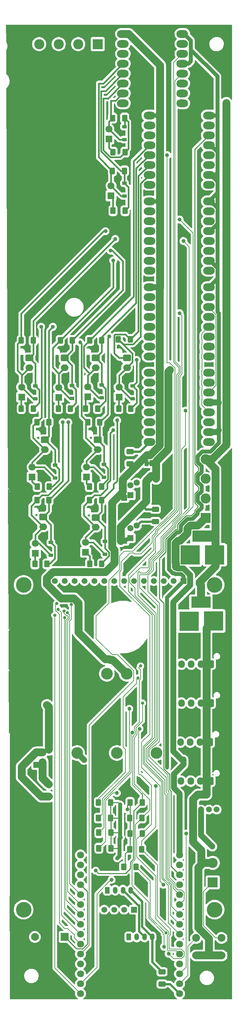
<source format=gbr>
G04 #@! TF.GenerationSoftware,KiCad,Pcbnew,7.0.8-7.0.8~ubuntu22.04.1*
G04 #@! TF.CreationDate,2023-10-22T22:59:33+09:00*
G04 #@! TF.ProjectId,QuinoaChipPlant,5175696e-6f61-4436-9869-70506c616e74,rev?*
G04 #@! TF.SameCoordinates,Original*
G04 #@! TF.FileFunction,Copper,L1,Top*
G04 #@! TF.FilePolarity,Positive*
%FSLAX46Y46*%
G04 Gerber Fmt 4.6, Leading zero omitted, Abs format (unit mm)*
G04 Created by KiCad (PCBNEW 7.0.8-7.0.8~ubuntu22.04.1) date 2023-10-22 22:59:33*
%MOMM*%
%LPD*%
G01*
G04 APERTURE LIST*
G04 Aperture macros list*
%AMRoundRect*
0 Rectangle with rounded corners*
0 $1 Rounding radius*
0 $2 $3 $4 $5 $6 $7 $8 $9 X,Y pos of 4 corners*
0 Add a 4 corners polygon primitive as box body*
4,1,4,$2,$3,$4,$5,$6,$7,$8,$9,$2,$3,0*
0 Add four circle primitives for the rounded corners*
1,1,$1+$1,$2,$3*
1,1,$1+$1,$4,$5*
1,1,$1+$1,$6,$7*
1,1,$1+$1,$8,$9*
0 Add four rect primitives between the rounded corners*
20,1,$1+$1,$2,$3,$4,$5,0*
20,1,$1+$1,$4,$5,$6,$7,0*
20,1,$1+$1,$6,$7,$8,$9,0*
20,1,$1+$1,$8,$9,$2,$3,0*%
G04 Aperture macros list end*
G04 #@! TA.AperFunction,ComponentPad*
%ADD10O,3.000000X2.000000*%
G04 #@! TD*
G04 #@! TA.AperFunction,ComponentPad*
%ADD11RoundRect,0.250000X0.600000X0.725000X-0.600000X0.725000X-0.600000X-0.725000X0.600000X-0.725000X0*%
G04 #@! TD*
G04 #@! TA.AperFunction,ComponentPad*
%ADD12O,1.700000X1.950000*%
G04 #@! TD*
G04 #@! TA.AperFunction,ComponentPad*
%ADD13RoundRect,0.250000X-0.750000X0.600000X-0.750000X-0.600000X0.750000X-0.600000X0.750000X0.600000X0*%
G04 #@! TD*
G04 #@! TA.AperFunction,ComponentPad*
%ADD14O,2.000000X1.700000*%
G04 #@! TD*
G04 #@! TA.AperFunction,SMDPad,CuDef*
%ADD15RoundRect,0.225000X0.375000X-0.225000X0.375000X0.225000X-0.375000X0.225000X-0.375000X-0.225000X0*%
G04 #@! TD*
G04 #@! TA.AperFunction,SMDPad,CuDef*
%ADD16RoundRect,0.250000X0.400000X0.625000X-0.400000X0.625000X-0.400000X-0.625000X0.400000X-0.625000X0*%
G04 #@! TD*
G04 #@! TA.AperFunction,SMDPad,CuDef*
%ADD17RoundRect,0.250000X-0.400000X-0.625000X0.400000X-0.625000X0.400000X0.625000X-0.400000X0.625000X0*%
G04 #@! TD*
G04 #@! TA.AperFunction,ComponentPad*
%ADD18C,1.500000*%
G04 #@! TD*
G04 #@! TA.AperFunction,ComponentPad*
%ADD19R,1.800000X1.800000*%
G04 #@! TD*
G04 #@! TA.AperFunction,ComponentPad*
%ADD20C,1.800000*%
G04 #@! TD*
G04 #@! TA.AperFunction,ComponentPad*
%ADD21R,2.600000X2.600000*%
G04 #@! TD*
G04 #@! TA.AperFunction,ComponentPad*
%ADD22C,2.600000*%
G04 #@! TD*
G04 #@! TA.AperFunction,ComponentPad*
%ADD23C,3.000000*%
G04 #@! TD*
G04 #@! TA.AperFunction,SMDPad,CuDef*
%ADD24RoundRect,0.250000X0.650000X-0.412500X0.650000X0.412500X-0.650000X0.412500X-0.650000X-0.412500X0*%
G04 #@! TD*
G04 #@! TA.AperFunction,ComponentPad*
%ADD25R,2.000000X2.000000*%
G04 #@! TD*
G04 #@! TA.AperFunction,ComponentPad*
%ADD26C,2.000000*%
G04 #@! TD*
G04 #@! TA.AperFunction,SMDPad,CuDef*
%ADD27RoundRect,0.250000X-0.650000X0.412500X-0.650000X-0.412500X0.650000X-0.412500X0.650000X0.412500X0*%
G04 #@! TD*
G04 #@! TA.AperFunction,ComponentPad*
%ADD28R,1.600000X1.600000*%
G04 #@! TD*
G04 #@! TA.AperFunction,ComponentPad*
%ADD29C,1.600000*%
G04 #@! TD*
G04 #@! TA.AperFunction,ComponentPad*
%ADD30RoundRect,0.250000X-0.350000X-0.625000X0.350000X-0.625000X0.350000X0.625000X-0.350000X0.625000X0*%
G04 #@! TD*
G04 #@! TA.AperFunction,ComponentPad*
%ADD31O,1.200000X1.750000*%
G04 #@! TD*
G04 #@! TA.AperFunction,ComponentPad*
%ADD32R,5.001260X5.001260*%
G04 #@! TD*
G04 #@! TA.AperFunction,ComponentPad*
%ADD33R,5.001260X2.999740*%
G04 #@! TD*
G04 #@! TA.AperFunction,SMDPad,CuDef*
%ADD34RoundRect,0.250000X-0.625000X0.400000X-0.625000X-0.400000X0.625000X-0.400000X0.625000X0.400000X0*%
G04 #@! TD*
G04 #@! TA.AperFunction,ComponentPad*
%ADD35C,4.000000*%
G04 #@! TD*
G04 #@! TA.AperFunction,ComponentPad*
%ADD36R,1.500000X1.500000*%
G04 #@! TD*
G04 #@! TA.AperFunction,SMDPad,CuDef*
%ADD37R,1.000000X1.500000*%
G04 #@! TD*
G04 #@! TA.AperFunction,ViaPad*
%ADD38C,1.000000*%
G04 #@! TD*
G04 #@! TA.AperFunction,ViaPad*
%ADD39C,0.500000*%
G04 #@! TD*
G04 #@! TA.AperFunction,ViaPad*
%ADD40C,0.800000*%
G04 #@! TD*
G04 #@! TA.AperFunction,Conductor*
%ADD41C,0.600000*%
G04 #@! TD*
G04 #@! TA.AperFunction,Conductor*
%ADD42C,2.000000*%
G04 #@! TD*
G04 #@! TA.AperFunction,Conductor*
%ADD43C,1.000000*%
G04 #@! TD*
G04 #@! TA.AperFunction,Conductor*
%ADD44C,0.200000*%
G04 #@! TD*
G04 #@! TA.AperFunction,Conductor*
%ADD45C,0.250000*%
G04 #@! TD*
G04 #@! TA.AperFunction,Conductor*
%ADD46C,1.500000*%
G04 #@! TD*
G04 #@! TA.AperFunction,Conductor*
%ADD47C,0.400000*%
G04 #@! TD*
G04 APERTURE END LIST*
G04 #@! TA.AperFunction,EtchedComponent*
G36*
X383900000Y-202800000D02*
G01*
X383400000Y-202800000D01*
X383400000Y-202200000D01*
X383900000Y-202200000D01*
X383900000Y-202800000D01*
G37*
G04 #@! TD.AperFunction*
D10*
X383760000Y-179266968D03*
X383760000Y-181806968D03*
X383760000Y-184346968D03*
X383760000Y-186886968D03*
X383760000Y-189426968D03*
X383760000Y-191966968D03*
X383760000Y-194506968D03*
X383760000Y-197046968D03*
X399000000Y-197046968D03*
X399000000Y-194506968D03*
X399000000Y-191966968D03*
X399000000Y-189426968D03*
X399000000Y-186886968D03*
X399000000Y-184346968D03*
X399000000Y-181806968D03*
X399000000Y-179266968D03*
D11*
X399230200Y-274019800D03*
D12*
X396730200Y-274019800D03*
X394230200Y-274019800D03*
X391730200Y-274019800D03*
D13*
X357000000Y-196500000D03*
D14*
X357000000Y-199000000D03*
D15*
X377358820Y-133988450D03*
X377358820Y-130688450D03*
D16*
X381899500Y-289499500D03*
X378799500Y-289499500D03*
D17*
X360400000Y-188500000D03*
X363500000Y-188500000D03*
D18*
X401017400Y-291332600D03*
X399017400Y-291332600D03*
X397017400Y-291332600D03*
X395017400Y-291332600D03*
D13*
X370000000Y-216420000D03*
D14*
X370000000Y-218920000D03*
D19*
X354500000Y-225595000D03*
D20*
X354500000Y-223055000D03*
D21*
X398200000Y-216500000D03*
D22*
X398200000Y-211500000D03*
X398200000Y-206500000D03*
X398200000Y-201500000D03*
D23*
X377930000Y-256500000D03*
X372850000Y-256500000D03*
X365230000Y-276820000D03*
X375390000Y-276820000D03*
X385550000Y-276820000D03*
D15*
X354500000Y-185945000D03*
X354500000Y-182645000D03*
D13*
X362000000Y-175500000D03*
D14*
X362000000Y-178000000D03*
D17*
X370699500Y-289499500D03*
X373799500Y-289499500D03*
D24*
X387000000Y-336062500D03*
X387000000Y-332937500D03*
D10*
X376975000Y-92398591D03*
X376975000Y-94938591D03*
X376975000Y-97478591D03*
X376975000Y-100018591D03*
X376975000Y-102558591D03*
X376975000Y-105098591D03*
X376975000Y-107638591D03*
X376975000Y-110178591D03*
X392215000Y-110178591D03*
X392215000Y-107638591D03*
X392215000Y-105098591D03*
X392215000Y-102558591D03*
X392215000Y-100018591D03*
X392215000Y-97478591D03*
X392215000Y-94938591D03*
X392215000Y-92398591D03*
D13*
X378000000Y-175500000D03*
D14*
X378000000Y-178000000D03*
D25*
X362000000Y-324000000D03*
D26*
X354400000Y-324000000D03*
D17*
X368400000Y-212000000D03*
X371500000Y-212000000D03*
X350900000Y-188500000D03*
X354000000Y-188500000D03*
D27*
X385300000Y-214300000D03*
X385300000Y-217425000D03*
D13*
X353000000Y-175500000D03*
D14*
X353000000Y-178000000D03*
D11*
X399480200Y-254019800D03*
D12*
X396980200Y-254019800D03*
X394480200Y-254019800D03*
X391980200Y-254019800D03*
D20*
X391500000Y-338540000D03*
X391500000Y-336000000D03*
X391500000Y-333460000D03*
X391500000Y-330920000D03*
X391500000Y-328380000D03*
X391500000Y-325840000D03*
X391500000Y-323300000D03*
X391500000Y-320760000D03*
X391500000Y-318220000D03*
X391500000Y-315680000D03*
X391500000Y-313140000D03*
X391500000Y-310600000D03*
X391500000Y-308060000D03*
X391500000Y-305520000D03*
X391500000Y-302980000D03*
X366100000Y-302980000D03*
X366100000Y-305520000D03*
X366100000Y-308060000D03*
X366100000Y-310600000D03*
X366100000Y-313140000D03*
X366100000Y-315680000D03*
X366100000Y-318220000D03*
X366100000Y-320760000D03*
X366100000Y-323300000D03*
X366100000Y-325840000D03*
X366100000Y-328380000D03*
X366100000Y-330920000D03*
X366100000Y-333460000D03*
X366100000Y-336000000D03*
X366100000Y-338540000D03*
D10*
X383760000Y-157329468D03*
X383760000Y-159869468D03*
X383760000Y-162409468D03*
X383760000Y-164949468D03*
X383760000Y-167489468D03*
X383760000Y-170029468D03*
X383760000Y-172569468D03*
X383760000Y-175109468D03*
X399000000Y-175109468D03*
X399000000Y-172569468D03*
X399000000Y-170029468D03*
X399000000Y-167489468D03*
X399000000Y-164949468D03*
X399000000Y-162409468D03*
X399000000Y-159869468D03*
X399000000Y-157329468D03*
D17*
X360900000Y-171000000D03*
X364000000Y-171000000D03*
D13*
X370000000Y-175500000D03*
D14*
X370000000Y-178000000D03*
D11*
X399380200Y-284019800D03*
D12*
X396880200Y-284019800D03*
X394380200Y-284019800D03*
X391880200Y-284019800D03*
D19*
X367400000Y-225320000D03*
D20*
X367400000Y-222780000D03*
D28*
X377300000Y-211341874D03*
X378900000Y-210670937D03*
D29*
X378900000Y-208170937D03*
X380500000Y-207500000D03*
D19*
X368000000Y-185500000D03*
D20*
X368000000Y-182960000D03*
D15*
X377358820Y-119488450D03*
X377358820Y-116188450D03*
D19*
X360500000Y-185620000D03*
D20*
X360500000Y-183080000D03*
D19*
X376000000Y-185540000D03*
D20*
X376000000Y-183000000D03*
D30*
X378500000Y-324000000D03*
D31*
X380500000Y-324000000D03*
X382500000Y-324000000D03*
X384500000Y-324000000D03*
D15*
X372400000Y-225820000D03*
X372400000Y-222520000D03*
D19*
X351000000Y-185520000D03*
D20*
X351000000Y-182980000D03*
D10*
X383760000Y-135329468D03*
X383760000Y-137869468D03*
X383760000Y-140409468D03*
X383760000Y-142949468D03*
X383760000Y-145489468D03*
X383760000Y-148029468D03*
X383760000Y-150569468D03*
X383760000Y-153109468D03*
X399000000Y-153109468D03*
X399000000Y-150569468D03*
X399000000Y-148029468D03*
X399000000Y-145489468D03*
X399000000Y-142949468D03*
X399000000Y-140409468D03*
X399000000Y-137869468D03*
X399000000Y-135329468D03*
D28*
X377300000Y-222341874D03*
X378900000Y-221670937D03*
D29*
X378900000Y-219170937D03*
X380500000Y-218500000D03*
D17*
X355000000Y-208500000D03*
X358100000Y-208500000D03*
D13*
X370500000Y-196500000D03*
D14*
X370500000Y-199000000D03*
D16*
X381899500Y-297499500D03*
X378799500Y-297499500D03*
D19*
X373358820Y-119315000D03*
D20*
X373358820Y-116775000D03*
D32*
X394000000Y-243000000D03*
X400250940Y-242949200D03*
D33*
X396999740Y-238148600D03*
D21*
X400000000Y-310000000D03*
D22*
X400000000Y-305000000D03*
D17*
X368400000Y-208500000D03*
X371500000Y-208500000D03*
D32*
X394249060Y-226050800D03*
X400500000Y-226000000D03*
D33*
X397248800Y-221199400D03*
D24*
X378800000Y-202625000D03*
X378800000Y-199500000D03*
D17*
X350900000Y-171000000D03*
X354000000Y-171000000D03*
D34*
X358000000Y-284900000D03*
X358000000Y-288000000D03*
D15*
X363925000Y-185920000D03*
X363925000Y-182620000D03*
D35*
X400500000Y-233700000D03*
X351500000Y-233700000D03*
X400500000Y-317000000D03*
X351500000Y-317000000D03*
D36*
X392501000Y-232700000D03*
D18*
X389961000Y-232700000D03*
X387421000Y-232700000D03*
X384881000Y-232700000D03*
X382341000Y-232700000D03*
X379801000Y-232700000D03*
X377261000Y-232700000D03*
X374721000Y-232700000D03*
X372181000Y-232700000D03*
X369641000Y-232700000D03*
X367101000Y-232700000D03*
X364561000Y-232700000D03*
X362021000Y-232700000D03*
X359481000Y-232700000D03*
D36*
X379801000Y-317000000D03*
D18*
X377261000Y-317000000D03*
X374721000Y-317000000D03*
X372181000Y-317000000D03*
D17*
X354900000Y-212000000D03*
X358000000Y-212000000D03*
X370799500Y-301249500D03*
X373899500Y-301249500D03*
X367400000Y-188500000D03*
X370500000Y-188500000D03*
D15*
X379500000Y-186000000D03*
X379500000Y-182700000D03*
D19*
X367644484Y-206000000D03*
D20*
X367644484Y-203460000D03*
D16*
X381849500Y-293499500D03*
X378749500Y-293499500D03*
D15*
X358500000Y-226120000D03*
X358500000Y-222820000D03*
D17*
X370799500Y-297249500D03*
X373899500Y-297249500D03*
D26*
X402250000Y-328750000D03*
X395750000Y-328750000D03*
X402250000Y-324250000D03*
X395750000Y-324250000D03*
D17*
X374272120Y-127525000D03*
X377372120Y-127525000D03*
D15*
X372144484Y-206150000D03*
X372144484Y-202850000D03*
X371500000Y-185750000D03*
X371500000Y-182450000D03*
D11*
X399480200Y-264019800D03*
D12*
X396980200Y-264019800D03*
X394480200Y-264019800D03*
X391980200Y-264019800D03*
D17*
X374322120Y-113975000D03*
X377422120Y-113975000D03*
D10*
X383760000Y-113289468D03*
X383760000Y-115829468D03*
X383760000Y-118369468D03*
X383760000Y-120909468D03*
X383760000Y-123449468D03*
X383760000Y-125989468D03*
X383760000Y-128529468D03*
X383760000Y-131069468D03*
X399000000Y-131069468D03*
X399000000Y-128529468D03*
X399000000Y-125989468D03*
X399000000Y-123449468D03*
X399000000Y-120909468D03*
X399000000Y-118369468D03*
X399000000Y-115829468D03*
X399000000Y-113289468D03*
D15*
X359600000Y-206300000D03*
X359600000Y-203000000D03*
D28*
X354800000Y-279841874D03*
X356400000Y-279170937D03*
D29*
X356400000Y-276670937D03*
X358000000Y-276000000D03*
D21*
X370500000Y-95000000D03*
D22*
X365500000Y-95000000D03*
X360500000Y-95000000D03*
X355500000Y-95000000D03*
D17*
X378699500Y-301499500D03*
X381799500Y-301499500D03*
X368450000Y-228320000D03*
X371550000Y-228320000D03*
X354400000Y-228320000D03*
X357500000Y-228320000D03*
D30*
X373000000Y-312000000D03*
D31*
X375000000Y-312000000D03*
X377000000Y-312000000D03*
X379000000Y-312000000D03*
D17*
X370699500Y-293499500D03*
X373799500Y-293499500D03*
D13*
X356500000Y-216320000D03*
D14*
X356500000Y-218820000D03*
D17*
X368450000Y-171000000D03*
X371550000Y-171000000D03*
X377199500Y-305999500D03*
X380299500Y-305999500D03*
X374422120Y-137725000D03*
X377522120Y-137725000D03*
D37*
X384300000Y-202500000D03*
X383000000Y-202500000D03*
D19*
X373922120Y-133900000D03*
D20*
X373922120Y-131360000D03*
D17*
X375794484Y-170740532D03*
X378894484Y-170740532D03*
X374422120Y-122725000D03*
X377522120Y-122725000D03*
X354900000Y-192000000D03*
X358000000Y-192000000D03*
D19*
X353700000Y-206040000D03*
D20*
X353700000Y-203500000D03*
D17*
X375900000Y-188500000D03*
X379000000Y-188500000D03*
X367950000Y-192000000D03*
X371050000Y-192000000D03*
D38*
X389058717Y-178604103D03*
X385500000Y-206500000D03*
X403369468Y-159869468D03*
X398410200Y-259000000D03*
X357500000Y-264500000D03*
X403000000Y-138069468D03*
X403000000Y-148069468D03*
X403500000Y-125849468D03*
X403000000Y-175019468D03*
X403466968Y-191966968D03*
D39*
X403500000Y-116000000D03*
D40*
X403500000Y-110069468D03*
D38*
X385400000Y-285300000D03*
X388700000Y-328300000D03*
X392500000Y-278500000D03*
X399900000Y-300800000D03*
X391500000Y-164000000D03*
X393000000Y-189000000D03*
X361500000Y-192000000D03*
X363000000Y-192000000D03*
X375400000Y-287100000D03*
X374500000Y-194000000D03*
X375500000Y-191500000D03*
X375000000Y-145000000D03*
X373827083Y-147993574D03*
X379400000Y-271600000D03*
X381221425Y-270599126D03*
X378600000Y-265500000D03*
X387500000Y-326500000D03*
D40*
X382000000Y-264000000D03*
X380800000Y-257584588D03*
D38*
X370000000Y-307000000D03*
D40*
X381500000Y-254500000D03*
D38*
X380500000Y-176000000D03*
D40*
X388000000Y-323000000D03*
D39*
X401750000Y-178750000D03*
D38*
X376249500Y-289999500D03*
X378099500Y-291324500D03*
D39*
X401750000Y-172250000D03*
D38*
X375499500Y-303820000D03*
D40*
X401448717Y-163000000D03*
D38*
X388299990Y-280500698D03*
X391500000Y-140000000D03*
X392500000Y-145500000D03*
D40*
X363744975Y-238755025D03*
X362734499Y-240855820D03*
X361852586Y-240384402D03*
X362009904Y-242104531D03*
X360371436Y-239961022D03*
X360000000Y-238500000D03*
D38*
X393200000Y-297500000D03*
D40*
X359500002Y-241500000D03*
D38*
X374046606Y-309357559D03*
X356000000Y-167500000D03*
X359000000Y-167500000D03*
X373500000Y-170000000D03*
X372500000Y-143000000D03*
X374499998Y-150499998D03*
X387348300Y-310611043D03*
X366000000Y-171500000D03*
X388300000Y-123500000D03*
D41*
X389022500Y-336062500D02*
X391500000Y-338540000D01*
X387000000Y-336062500D02*
X389022500Y-336062500D01*
D42*
X385500000Y-202029055D02*
X388658717Y-198870338D01*
D43*
X394198260Y-226000000D02*
X394249060Y-226050800D01*
D42*
X388658717Y-198870338D02*
X388658717Y-179004103D01*
X385500000Y-206500000D02*
X385500000Y-202029055D01*
X382924812Y-212324812D02*
X382924812Y-207099578D01*
X382924812Y-207099578D02*
X384249390Y-205775000D01*
X381924812Y-213324812D02*
X376400000Y-218849623D01*
X376400000Y-218849623D02*
X376400000Y-222500000D01*
D41*
X382900000Y-214300000D02*
X381924812Y-213324812D01*
X385300000Y-214300000D02*
X382900000Y-214300000D01*
D42*
X384249390Y-205775000D02*
X385500000Y-205775000D01*
X388658717Y-179004103D02*
X389058717Y-178604103D01*
D41*
X378900000Y-221670937D02*
X377970937Y-221670937D01*
X377900000Y-221741874D02*
X377900000Y-222341874D01*
D42*
X382924812Y-212324812D02*
X381924812Y-213324812D01*
D41*
X377970937Y-221670937D02*
X377900000Y-221741874D01*
D42*
X396999740Y-233681462D02*
X396999740Y-238148600D01*
X396700000Y-233381722D02*
X396999740Y-233681462D01*
X356000000Y-288000000D02*
X358000000Y-288000000D01*
X399854842Y-201500000D02*
X398200000Y-201500000D01*
D41*
X381575000Y-217425000D02*
X380500000Y-218500000D01*
D42*
X351000000Y-280344818D02*
X351000000Y-283000000D01*
X398410200Y-259000000D02*
X398410200Y-244789940D01*
X398410200Y-287500000D02*
X396200000Y-287500000D01*
D41*
X384500000Y-330437500D02*
X384500000Y-324000000D01*
D42*
X398410200Y-259000000D02*
X398410200Y-287500000D01*
X396324875Y-306230761D02*
X396324875Y-321713603D01*
X358000000Y-276000000D02*
X358000000Y-265000000D01*
X399000000Y-328500000D02*
X398750000Y-328750000D01*
X397055636Y-301770330D02*
X397055636Y-305500000D01*
D41*
X378800000Y-199500000D02*
X381306968Y-199500000D01*
D42*
X396700000Y-232981722D02*
X396700000Y-233381722D01*
X403500000Y-125849468D02*
X403500000Y-197854842D01*
X351000000Y-283000000D02*
X356000000Y-288000000D01*
X396324875Y-321713603D02*
X399000000Y-324388728D01*
D41*
X381851000Y-321351000D02*
X381851000Y-314851000D01*
D42*
X400700000Y-228981722D02*
X396700000Y-232981722D01*
D41*
X387000000Y-332937500D02*
X384500000Y-330437500D01*
D42*
X400000000Y-305000000D02*
X397555636Y-305000000D01*
D43*
X396980200Y-264019800D02*
X399480200Y-264019800D01*
D42*
X354673881Y-276670937D02*
X351000000Y-280344818D01*
X396200000Y-287500000D02*
X395000000Y-288700000D01*
D41*
X381306968Y-199500000D02*
X383760000Y-197046968D01*
D42*
X395000000Y-288700000D02*
X395000000Y-299714694D01*
X358000000Y-265000000D02*
X357500000Y-264500000D01*
X398200000Y-201500000D02*
X400700000Y-204000000D01*
D41*
X384500000Y-324000000D02*
X381851000Y-321351000D01*
D42*
X356400000Y-276670937D02*
X354673881Y-276670937D01*
X403500000Y-116000000D02*
X403500000Y-110069468D01*
X398750000Y-328750000D02*
X395750000Y-328750000D01*
X395000000Y-299714694D02*
X397055636Y-301770330D01*
X403500000Y-197854842D02*
X399854842Y-201500000D01*
X399000000Y-324388728D02*
X399000000Y-328500000D01*
X403500000Y-125849468D02*
X403500000Y-116000000D01*
X398410200Y-244789940D02*
X400250940Y-242949200D01*
X397055636Y-305500000D02*
X396324875Y-306230761D01*
D41*
X381851000Y-314851000D02*
X379000000Y-312000000D01*
D42*
X397555636Y-305000000D02*
X397055636Y-305500000D01*
D41*
X385300000Y-217425000D02*
X381575000Y-217425000D01*
D42*
X399250000Y-328750000D02*
X402250000Y-328750000D01*
X400700000Y-204000000D02*
X400700000Y-228981722D01*
X399000000Y-328500000D02*
X399250000Y-328750000D01*
D44*
X381799500Y-301499500D02*
X381799500Y-299402318D01*
X385800000Y-318668628D02*
X389100000Y-321968628D01*
X388900000Y-327100000D02*
X391915312Y-327100000D01*
X392700000Y-327884688D02*
X392700000Y-328875312D01*
X392700000Y-328875312D02*
X392000242Y-329575070D01*
X385400000Y-295801818D02*
X385400000Y-285300000D01*
X381799500Y-299402318D02*
X385400000Y-295801818D01*
X388800000Y-327000000D02*
X388900000Y-327100000D01*
X392000242Y-329575070D02*
X389975070Y-329575070D01*
X389975070Y-329575070D02*
X388700000Y-328300000D01*
X385800000Y-305500000D02*
X385800000Y-318668628D01*
D45*
X381799500Y-301499500D02*
X382377700Y-302077700D01*
D44*
X388800000Y-323755636D02*
X388800000Y-327000000D01*
X389100000Y-323455636D02*
X388800000Y-323755636D01*
X381799500Y-301499500D02*
X385800000Y-305500000D01*
X389100000Y-321968628D02*
X389100000Y-323455636D01*
X391915312Y-327100000D02*
X392700000Y-327884688D01*
D46*
X397017400Y-297917400D02*
X399900000Y-300800000D01*
D42*
X356400000Y-279170937D02*
X356400000Y-283300000D01*
D46*
X392500000Y-278500000D02*
X392500000Y-279800000D01*
D41*
X382500000Y-324000000D02*
X381051000Y-322551000D01*
D46*
X394201000Y-233843504D02*
X394201000Y-231201000D01*
X392000000Y-278500000D02*
X390000000Y-276500000D01*
X392501430Y-229501430D02*
X391001374Y-229501430D01*
X367000000Y-278590000D02*
X365230000Y-276820000D01*
D42*
X390500000Y-228000000D02*
X390548430Y-228048430D01*
D46*
X389930200Y-276430200D02*
X389930200Y-238114304D01*
X390080200Y-282219800D02*
X390080200Y-285780200D01*
D42*
X396200470Y-218499530D02*
X394251114Y-218499530D01*
D46*
X390080200Y-285780200D02*
X391500000Y-287200000D01*
D42*
X391149830Y-222350170D02*
X391000000Y-222500000D01*
D46*
X392500000Y-278500000D02*
X392000000Y-278500000D01*
D42*
X390500000Y-223000000D02*
X390500000Y-224500000D01*
X390500000Y-224500000D02*
X390500000Y-228000000D01*
X391649830Y-222350170D02*
X391149830Y-222350170D01*
D41*
X380851000Y-315851000D02*
X377000000Y-312000000D01*
D46*
X394201000Y-231201000D02*
X392501430Y-229501430D01*
X392500000Y-279800000D02*
X390080200Y-282219800D01*
D42*
X390548430Y-228048430D02*
X390548430Y-229048486D01*
D41*
X381051000Y-322551000D02*
X381051000Y-315851000D01*
D46*
X391500000Y-287200000D02*
X391500000Y-302980000D01*
D42*
X398200000Y-216500000D02*
X396200470Y-218499530D01*
X356400000Y-283300000D02*
X358000000Y-284900000D01*
X391000000Y-222500000D02*
X390500000Y-223000000D01*
D46*
X391001374Y-229501430D02*
X390548430Y-229048486D01*
D41*
X381051000Y-315851000D02*
X380851000Y-315851000D01*
D42*
X393548170Y-219202474D02*
X393548170Y-220451830D01*
D46*
X397017400Y-291332600D02*
X397017400Y-297917400D01*
D42*
X394251114Y-218499530D02*
X393548170Y-219202474D01*
X393548170Y-220451830D02*
X391649830Y-222350170D01*
D46*
X389930200Y-238114304D02*
X394201000Y-233843504D01*
D44*
X382550000Y-279384314D02*
X382550000Y-275384314D01*
X383600000Y-227134315D02*
X385300000Y-225434315D01*
X387300000Y-308865688D02*
X387300000Y-284134314D01*
X378751000Y-231983315D02*
X381437258Y-229297057D01*
X380100000Y-236498424D02*
X380100000Y-234477256D01*
X387300000Y-284134314D02*
X382550000Y-279384314D01*
X381437258Y-229297057D02*
X383399999Y-229297057D01*
X382550000Y-275384314D02*
X385100000Y-272834314D01*
X380100000Y-234477256D02*
X378751000Y-233128256D01*
X391500000Y-320760000D02*
X389100000Y-318360000D01*
X383399999Y-229297057D02*
X383600000Y-229097056D01*
X385100000Y-272834314D02*
X385100000Y-241498425D01*
X392100000Y-179639637D02*
X392100000Y-164600000D01*
X400798717Y-182548251D02*
X399000000Y-184346968D01*
X385300000Y-221581656D02*
X391558717Y-215322939D01*
X389100000Y-318360000D02*
X389100000Y-310665688D01*
X400798717Y-164413790D02*
X400798717Y-182548251D01*
X399000000Y-162615073D02*
X400798717Y-164413790D01*
X399000000Y-162409468D02*
X399000000Y-162615073D01*
X385300000Y-225434315D02*
X385300000Y-221581656D01*
X385100000Y-241498425D02*
X380100000Y-236498424D01*
X378751000Y-233128256D02*
X378751000Y-231983315D01*
X391558717Y-215322939D02*
X391558717Y-180180920D01*
X391558717Y-180180920D02*
X392100000Y-179639637D01*
X389100000Y-310665688D02*
X387300000Y-308865688D01*
X383600000Y-229097056D02*
X383600000Y-227134315D01*
X392100000Y-164600000D02*
X391500000Y-164000000D01*
X389500000Y-310500002D02*
X388000000Y-309000001D01*
X397250000Y-175693863D02*
X397250000Y-178678943D01*
X397250000Y-179851363D02*
X397250000Y-181218943D01*
X385500000Y-241000000D02*
X380851000Y-236351000D01*
X389798170Y-217649175D02*
X391998170Y-215449172D01*
X397201283Y-172030160D02*
X397201283Y-173105146D01*
X397250000Y-187471363D02*
X397250000Y-187676968D01*
X397201283Y-187422646D02*
X397250000Y-187471363D01*
X384000000Y-229262741D02*
X384000000Y-227409515D01*
X389500000Y-316220000D02*
X389500000Y-310500002D01*
X381123387Y-230286128D02*
X381537260Y-230700000D01*
X383800000Y-229462741D02*
X384000000Y-229262741D01*
X397201283Y-186347660D02*
X397201283Y-187422646D01*
X397250000Y-170613863D02*
X397250000Y-171981443D01*
X391500000Y-318220000D02*
X389500000Y-316220000D01*
X397201283Y-169490160D02*
X397201283Y-170565146D01*
X387700000Y-287300000D02*
X387700000Y-283700000D01*
X397250000Y-174521443D02*
X397201283Y-174570160D01*
X384000000Y-227409515D02*
X386750000Y-224659515D01*
X382950000Y-275744857D02*
X385500000Y-273194857D01*
X397250000Y-186298943D02*
X397201283Y-186347660D01*
X397250000Y-171981443D02*
X397201283Y-172030160D01*
X389798170Y-218398529D02*
X389798170Y-217649175D01*
X381537260Y-230700000D02*
X382862743Y-230699999D01*
X397201283Y-179802646D02*
X397250000Y-179851363D01*
X397250000Y-169441443D02*
X397201283Y-169490160D01*
X397201283Y-178727660D02*
X397201283Y-179802646D01*
X397201283Y-183807660D02*
X397201283Y-184882646D01*
X397201283Y-184882646D02*
X397250000Y-184931363D01*
X397201283Y-173105146D02*
X397250000Y-173153863D01*
X380851000Y-236351000D02*
X380851000Y-230558516D01*
X397250000Y-178678943D02*
X397201283Y-178727660D01*
X386750000Y-224659515D02*
X386750000Y-221446701D01*
X397201283Y-181267660D02*
X397201283Y-182342646D01*
X382862743Y-230699999D02*
X383800000Y-229762739D01*
X388000000Y-287600000D02*
X387700000Y-287300000D01*
X397250000Y-184931363D02*
X397250000Y-186298943D01*
X397201283Y-182342646D02*
X397250000Y-182391363D01*
X397250000Y-183758943D02*
X397201283Y-183807660D01*
X391998170Y-198898884D02*
X393000000Y-197897054D01*
X386750000Y-221446701D02*
X389798170Y-218398529D01*
X397250000Y-181218943D02*
X397201283Y-181267660D01*
X382950000Y-278950000D02*
X382950000Y-275744857D01*
X397250000Y-173153863D02*
X397250000Y-174521443D01*
X388000000Y-309000001D02*
X388000000Y-287600000D01*
X387700000Y-283700000D02*
X382950000Y-278950000D01*
X397201283Y-175645146D02*
X397250000Y-175693863D01*
X385500000Y-273194857D02*
X385500000Y-241000000D01*
X397250000Y-187676968D02*
X399000000Y-189426968D01*
X383800000Y-229762739D02*
X383800000Y-229462741D01*
X397201283Y-170565146D02*
X397250000Y-170613863D01*
X380851000Y-230558516D02*
X381123387Y-230286128D01*
X397250000Y-169239468D02*
X397250000Y-169441443D01*
X397250000Y-182391363D02*
X397250000Y-183758943D01*
X399000000Y-167489468D02*
X397250000Y-169239468D01*
X397201283Y-174570160D02*
X397201283Y-175645146D01*
X393000000Y-197897054D02*
X393000000Y-189000000D01*
X391998170Y-215449172D02*
X391998170Y-198898884D01*
D47*
X354500000Y-220820000D02*
X354500000Y-223055000D01*
X356175000Y-210725000D02*
X357819240Y-210725000D01*
X354900000Y-212000000D02*
X356175000Y-210725000D01*
X353450000Y-215770000D02*
X356500000Y-218820000D01*
X361500000Y-207044240D02*
X361500000Y-192000000D01*
X357819240Y-210725000D02*
X361500000Y-207044240D01*
X353450000Y-213450000D02*
X353450000Y-215770000D01*
X356500000Y-218820000D02*
X354500000Y-220820000D01*
X354900000Y-212000000D02*
X353450000Y-213450000D01*
X355435000Y-223055000D02*
X358500000Y-226120000D01*
X354500000Y-223055000D02*
X355435000Y-223055000D01*
X358000000Y-214820000D02*
X356500000Y-216320000D01*
X357500000Y-228320000D02*
X358150000Y-228320000D01*
X358150000Y-228320000D02*
X359500000Y-226970000D01*
X363000000Y-207000000D02*
X363000000Y-192000000D01*
X358000000Y-212000000D02*
X363000000Y-207000000D01*
X359500000Y-226970000D02*
X359500000Y-223820000D01*
X358500000Y-218320000D02*
X358500000Y-222820000D01*
X358000000Y-212000000D02*
X358000000Y-214820000D01*
X359500000Y-223820000D02*
X358500000Y-222820000D01*
X356500000Y-216320000D02*
X358500000Y-218320000D01*
D44*
X372500000Y-288996182D02*
X372500000Y-299549000D01*
X375400000Y-287100000D02*
X374396182Y-287100000D01*
X370799500Y-301249500D02*
X370899500Y-301349500D01*
X372500000Y-299549000D02*
X370799500Y-301249500D01*
X374396182Y-287100000D02*
X372500000Y-288996182D01*
D47*
X371358820Y-122454468D02*
X371358820Y-107022041D01*
X377358820Y-130688450D02*
X378358820Y-131688450D01*
X377372120Y-127525000D02*
X377372120Y-130675150D01*
X377372120Y-130675150D02*
X377358820Y-130688450D01*
X378358820Y-136888300D02*
X377522120Y-137725000D01*
X371358820Y-107022041D02*
X372488450Y-107022041D01*
X376429352Y-127525000D02*
X371358820Y-122454468D01*
X378358820Y-131688450D02*
X378358820Y-136888300D01*
X372500000Y-107033591D02*
X376975000Y-102558591D01*
X377372120Y-127525000D02*
X376429352Y-127525000D01*
X372488450Y-107022041D02*
X372500000Y-107033591D01*
X367400000Y-222780000D02*
X369360000Y-222780000D01*
X373744484Y-194755516D02*
X374500000Y-194000000D01*
X366950000Y-215870000D02*
X370000000Y-218920000D01*
X373744484Y-206882412D02*
X373744484Y-194755516D01*
X369360000Y-222780000D02*
X372400000Y-225820000D01*
X371275000Y-210725000D02*
X373000000Y-209000000D01*
D41*
X383260000Y-194506968D02*
X383760000Y-194506968D01*
D47*
X368400000Y-212000000D02*
X366950000Y-213450000D01*
X373000000Y-207626896D02*
X373744484Y-206882412D01*
X367400000Y-221520000D02*
X367400000Y-222780000D01*
X366950000Y-213450000D02*
X366950000Y-215870000D01*
X368400000Y-212000000D02*
X369675000Y-210725000D01*
X373000000Y-209000000D02*
X373000000Y-207626896D01*
X369675000Y-210725000D02*
X371275000Y-210725000D01*
X370000000Y-218920000D02*
X367400000Y-221520000D01*
X372400000Y-224336116D02*
X372400000Y-222520000D01*
X372400000Y-222520000D02*
X372400000Y-218820000D01*
X373400000Y-225336116D02*
X372400000Y-224336116D01*
X371500000Y-214920000D02*
X370000000Y-216420000D01*
X371550000Y-228153884D02*
X373400000Y-226303884D01*
X373400000Y-226303884D02*
X373400000Y-225336116D01*
X374600000Y-207920102D02*
X375500000Y-207020102D01*
X371550000Y-228320000D02*
X371550000Y-228153884D01*
X375500000Y-207020102D02*
X375500000Y-191500000D01*
X371500000Y-212000000D02*
X374600000Y-208900000D01*
X374600000Y-208900000D02*
X374600000Y-207920102D01*
X372400000Y-218820000D02*
X370000000Y-216420000D01*
X371500000Y-212000000D02*
X371500000Y-214920000D01*
X354400000Y-225695000D02*
X354500000Y-225595000D01*
X354400000Y-228320000D02*
X354400000Y-225695000D01*
X354500000Y-177000000D02*
X353000000Y-175500000D01*
X354000000Y-174500000D02*
X353000000Y-175500000D01*
X354000000Y-166000000D02*
X375000000Y-145000000D01*
X354000000Y-188500000D02*
X355500000Y-187000000D01*
X354500000Y-182645000D02*
X354500000Y-177000000D01*
X354000000Y-171000000D02*
X354000000Y-174500000D01*
X355500000Y-187000000D02*
X355500000Y-183645000D01*
X354000000Y-171000000D02*
X354000000Y-166000000D01*
X355500000Y-183645000D02*
X354500000Y-182645000D01*
X368450000Y-228320000D02*
X368450000Y-226370000D01*
X368450000Y-226370000D02*
X367400000Y-225320000D01*
X376900000Y-158100000D02*
X376900000Y-150627207D01*
X363925000Y-182620000D02*
X363925000Y-177425000D01*
X364000000Y-173500000D02*
X362000000Y-175500000D01*
X364000000Y-171000000D02*
X364000000Y-173500000D01*
X374266367Y-147993574D02*
X373827083Y-147993574D01*
X363500000Y-188500000D02*
X364925000Y-187075000D01*
X364000000Y-171000000D02*
X376900000Y-158100000D01*
X376900000Y-150627207D02*
X374266367Y-147993574D01*
X364925000Y-183620000D02*
X363925000Y-182620000D01*
X364925000Y-187075000D02*
X364925000Y-183620000D01*
X363925000Y-177425000D02*
X362000000Y-175500000D01*
D44*
X379400000Y-271600000D02*
X379100001Y-271899999D01*
X372100000Y-288830497D02*
X372100000Y-295949000D01*
X372100000Y-295949000D02*
X370799500Y-297249500D01*
X379100001Y-281830496D02*
X372100000Y-288830497D01*
X379100001Y-271899999D02*
X379100001Y-281830496D01*
X384300000Y-285134315D02*
X381565685Y-282400000D01*
X388400000Y-323589950D02*
X388400000Y-327331371D01*
X381000000Y-270820551D02*
X381221425Y-270599126D01*
X390620000Y-327500000D02*
X391500000Y-328380000D01*
X388700000Y-322710050D02*
X388700000Y-323289950D01*
X381899500Y-297499500D02*
X384300000Y-295099000D01*
X385400000Y-308401000D02*
X385400000Y-319410050D01*
X388400000Y-327331371D02*
X388568629Y-327500000D01*
X380499500Y-303500500D02*
X385400000Y-308401000D01*
X385400000Y-319410050D02*
X388700000Y-322710050D01*
X388700000Y-323289950D02*
X388400000Y-323589950D01*
X381899500Y-297499500D02*
X380499500Y-298899500D01*
X381565685Y-282400000D02*
X381234315Y-282400000D01*
X384300000Y-295099000D02*
X384300000Y-285134315D01*
X380499500Y-298899500D02*
X380499500Y-303500500D01*
X381234315Y-282400000D02*
X381000000Y-282165685D01*
X381000000Y-282165685D02*
X381000000Y-270820551D01*
X388568629Y-327500000D02*
X390620000Y-327500000D01*
X378600000Y-265500000D02*
X378600000Y-281668629D01*
X371700000Y-292499000D02*
X370699500Y-293499500D01*
X371700000Y-288568629D02*
X371700000Y-292499000D01*
X378600000Y-281668629D02*
X371700000Y-288568629D01*
X380099500Y-304200500D02*
X379300000Y-305000000D01*
X383600000Y-319165686D02*
X387300000Y-322865686D01*
X383900000Y-288798961D02*
X383900000Y-291449000D01*
X380600000Y-271102944D02*
X380600000Y-272097057D01*
X380199500Y-298633814D02*
X380099500Y-298733815D01*
X380300000Y-270802943D02*
X380600000Y-271102944D01*
X379300000Y-310752208D02*
X383600000Y-315052208D01*
X387500000Y-323489950D02*
X387500000Y-326500000D01*
X380600000Y-272097057D02*
X379900000Y-272797057D01*
X382000000Y-264000000D02*
X382000000Y-268668629D01*
X387300000Y-323289950D02*
X387500000Y-323489950D01*
X380099500Y-298733815D02*
X380099500Y-304200500D01*
X381849500Y-293499500D02*
X380199500Y-295149500D01*
X383600000Y-315052208D02*
X383600000Y-319165686D01*
X387300000Y-322865686D02*
X387300000Y-323289950D01*
X382000000Y-268668629D02*
X380300000Y-270368629D01*
X379300000Y-305000000D02*
X379300000Y-310752208D01*
X379900000Y-272797057D02*
X379900000Y-284798961D01*
X379900000Y-284798961D02*
X383900000Y-288798961D01*
X383900000Y-291449000D02*
X381849500Y-293499500D01*
X380300000Y-270368629D02*
X380300000Y-270802943D01*
X380199500Y-295149500D02*
X380199500Y-298633814D01*
X377590000Y-281734000D02*
X370699500Y-288624500D01*
X380800000Y-257584588D02*
X380500000Y-257884588D01*
X377000000Y-262434314D02*
X377000000Y-275320541D01*
X377590000Y-275910542D02*
X377590000Y-281734000D01*
X377000000Y-275320541D02*
X377590000Y-275910542D01*
X380500000Y-258934314D02*
X377000000Y-262434314D01*
X380500000Y-257884588D02*
X380500000Y-258934314D01*
X370699500Y-288624500D02*
X370699500Y-289499500D01*
D45*
X379674499Y-298557776D02*
X379674499Y-304024461D01*
X381899500Y-289499500D02*
X379774500Y-291624500D01*
D44*
X380200000Y-271931371D02*
X379500000Y-272631371D01*
D45*
X378875000Y-306425000D02*
X377600000Y-307700000D01*
D44*
X381500000Y-255500000D02*
X381500000Y-257874538D01*
D45*
X379774500Y-298457774D02*
X379674499Y-298557776D01*
D44*
X381200000Y-268902944D02*
X379900000Y-270202944D01*
D45*
X381899500Y-287399500D02*
X381600000Y-287100000D01*
D44*
X379500000Y-285000000D02*
X381600000Y-287100000D01*
D45*
X379674499Y-304024461D02*
X378875000Y-304823960D01*
X377600000Y-307700000D02*
X370700000Y-307700000D01*
X379774500Y-291624500D02*
X379774500Y-298457774D01*
D44*
X381500000Y-254500000D02*
X381000000Y-255000000D01*
X379900000Y-270968629D02*
X380200000Y-271268629D01*
D45*
X381899500Y-289499500D02*
X381899500Y-287399500D01*
X381899500Y-289677572D02*
X381899500Y-289499500D01*
D44*
X381200000Y-258174538D02*
X381200000Y-268902944D01*
X379900000Y-270202944D02*
X379900000Y-270968629D01*
X381500000Y-257874538D02*
X381200000Y-258174538D01*
X379500000Y-272631371D02*
X379500000Y-285000000D01*
D45*
X378875000Y-304823960D02*
X378875000Y-306425000D01*
D44*
X380200000Y-271268629D02*
X380200000Y-271931371D01*
D45*
X370700000Y-307700000D02*
X370000000Y-307000000D01*
D44*
X381000000Y-255000000D02*
X381500000Y-255500000D01*
D47*
X353700000Y-206040000D02*
X353700000Y-207200000D01*
X353700000Y-207200000D02*
X355000000Y-208500000D01*
X371500000Y-182450000D02*
X372500000Y-183450000D01*
X371550000Y-170125000D02*
X371550000Y-171000000D01*
X371550000Y-171000000D02*
X371550000Y-173950000D01*
X371500000Y-177000000D02*
X370000000Y-175500000D01*
X372500000Y-186500000D02*
X370500000Y-188500000D01*
X380300000Y-126909468D02*
X380300000Y-161375000D01*
X371550000Y-173950000D02*
X370000000Y-175500000D01*
X383760000Y-123449468D02*
X380300000Y-126909468D01*
X380300000Y-161375000D02*
X371550000Y-170125000D01*
X371500000Y-182450000D02*
X371500000Y-177000000D01*
X372500000Y-183450000D02*
X372500000Y-186500000D01*
X367644484Y-207744484D02*
X368400000Y-208500000D01*
X367644484Y-206000000D02*
X367644484Y-207744484D01*
X375034468Y-169465532D02*
X374744484Y-169755516D01*
X383760000Y-125989468D02*
X380900000Y-128849468D01*
X378894484Y-170740532D02*
X377619484Y-169465532D01*
X377619484Y-169465532D02*
X375034468Y-169465532D01*
X374744484Y-169755516D02*
X374744484Y-174244484D01*
X380900000Y-128849468D02*
X380900000Y-168735016D01*
X380500000Y-183700000D02*
X380500000Y-187000000D01*
X379500000Y-182700000D02*
X380500000Y-183700000D01*
X380500000Y-187000000D02*
X379000000Y-188500000D01*
X379500000Y-182700000D02*
X380500000Y-181700000D01*
X380900000Y-168735016D02*
X378894484Y-170740532D01*
X380500000Y-181700000D02*
X380500000Y-176000000D01*
X376000000Y-175500000D02*
X378000000Y-175500000D01*
X374744484Y-174244484D02*
X376000000Y-175500000D01*
D44*
X384000000Y-319000000D02*
X388000000Y-323000000D01*
X400000000Y-310000000D02*
X397624875Y-312375125D01*
X384000000Y-309700000D02*
X384000000Y-317000000D01*
X395750000Y-324250000D02*
X393600000Y-326400000D01*
X397624875Y-312375125D02*
X397624875Y-321124875D01*
X384000000Y-317000000D02*
X384000000Y-319000000D01*
X393600000Y-326400000D02*
X393600000Y-333900000D01*
X400750000Y-324250000D02*
X402250000Y-324250000D01*
X380299500Y-305999500D02*
X384000000Y-309700000D01*
X397624875Y-321124875D02*
X400750000Y-324250000D01*
X393600000Y-333900000D02*
X391500000Y-336000000D01*
D43*
X399450679Y-199500000D02*
X397378568Y-199500000D01*
X397150000Y-204728569D02*
X396200000Y-205678568D01*
D45*
X377549500Y-302649500D02*
X378699500Y-301499500D01*
D43*
X376124500Y-298799500D02*
X376124500Y-301099500D01*
D45*
X375749500Y-289499500D02*
X376249500Y-289999500D01*
D43*
X376249500Y-298274500D02*
X376449500Y-298474500D01*
X376124500Y-301099500D02*
X376124500Y-303195000D01*
X396200000Y-202321432D02*
X397150000Y-203271432D01*
D45*
X378124500Y-291349500D02*
X378099500Y-291324500D01*
D43*
X401198717Y-113250000D02*
X401198717Y-122998717D01*
D45*
X373799500Y-293499500D02*
X373899500Y-293599500D01*
D43*
X401200000Y-141113631D02*
X399364163Y-142949468D01*
X399500000Y-135329468D02*
X401200000Y-137029468D01*
X388299990Y-236901010D02*
X388299990Y-280500698D01*
X396200000Y-210678568D02*
X396200000Y-212321432D01*
X396200000Y-207321432D02*
X397150000Y-208271432D01*
X394415000Y-96500000D02*
X394415000Y-99413591D01*
X376249500Y-296949500D02*
X376249500Y-298274500D01*
X390400764Y-230951430D02*
X391900820Y-230951430D01*
X392501000Y-231551610D02*
X392501000Y-232700000D01*
X396200000Y-215395837D02*
X394796306Y-216799530D01*
X397150000Y-213960050D02*
X396200000Y-214910050D01*
X401598717Y-197351962D02*
X399450679Y-199500000D01*
X392299630Y-232498630D02*
X392501000Y-232700000D01*
D46*
X401043032Y-194506968D02*
X401550000Y-194000000D01*
D43*
X401159249Y-113289468D02*
X401198717Y-113250000D01*
D45*
X373824500Y-293524500D02*
X376249500Y-293524500D01*
D43*
X396200000Y-200678568D02*
X396200000Y-202321432D01*
D45*
X378799500Y-289499500D02*
X378431700Y-289131700D01*
D43*
X397378568Y-199500000D02*
X396200000Y-200678568D01*
D45*
X373899500Y-297249500D02*
X375949500Y-297249500D01*
D43*
X401200000Y-122609468D02*
X401200000Y-123000000D01*
X401198717Y-122998717D02*
X401200000Y-123000000D01*
X393810000Y-100018591D02*
X392215000Y-100018591D01*
X391295836Y-220300000D02*
X390795837Y-220300000D01*
X390795837Y-220300000D02*
X388800000Y-222295837D01*
X392501000Y-232700000D02*
X388299990Y-236901010D01*
X401200000Y-128004468D02*
X401200000Y-163683702D01*
D45*
X378799500Y-289499500D02*
X378124500Y-290174500D01*
D43*
X399000000Y-120909468D02*
X399500000Y-120909468D01*
X389844267Y-230748486D02*
X390197820Y-230748486D01*
X399000000Y-135329468D02*
X399500000Y-135329468D01*
D45*
X378124500Y-291399500D02*
X378124500Y-291349500D01*
D46*
X401436968Y-186886968D02*
X401550000Y-187000000D01*
D43*
X388800000Y-222295837D02*
X388800000Y-229704219D01*
D45*
X376251400Y-299164500D02*
X376251400Y-300091400D01*
X377199500Y-305999500D02*
X377549500Y-305649500D01*
D43*
X399500000Y-120909468D02*
X401200000Y-122609468D01*
X397150000Y-203271432D02*
X397150000Y-204728569D01*
X401200000Y-128004468D02*
X400675000Y-128529468D01*
X391848170Y-218498311D02*
X391848170Y-219747666D01*
X399000000Y-128529468D02*
X399500000Y-128529468D01*
X401200000Y-152405305D02*
X401200000Y-156369468D01*
D45*
X378800000Y-301399000D02*
X378800000Y-297500000D01*
D43*
X392715000Y-92398591D02*
X394415000Y-94098591D01*
X394415000Y-96500000D02*
X401198717Y-103283717D01*
X394796306Y-216799530D02*
X393546950Y-216799530D01*
D45*
X378699500Y-301499500D02*
X378800000Y-301399000D01*
D43*
X376124500Y-303195000D02*
X375499500Y-303820000D01*
X397150000Y-209728569D02*
X396200000Y-210678568D01*
D46*
X399000000Y-194506968D02*
X401043032Y-194506968D01*
D43*
X401198717Y-103283717D02*
X401198717Y-113250000D01*
X401200000Y-133129468D02*
X399000000Y-135329468D01*
D45*
X378799500Y-293449500D02*
X378799500Y-289499500D01*
X378749500Y-293499500D02*
X378799500Y-293549500D01*
D43*
X376449500Y-298474500D02*
X376124500Y-298799500D01*
X401200000Y-137029468D02*
X401200000Y-141113631D01*
X399364163Y-142949468D02*
X399000000Y-142949468D01*
X388800000Y-229704219D02*
X389844267Y-230748486D01*
X391900820Y-230951430D02*
X392501000Y-231551610D01*
X399000000Y-113289468D02*
X401159249Y-113289468D01*
D45*
X378800000Y-297500000D02*
X378799500Y-297499500D01*
X373899500Y-293599500D02*
X373899500Y-297249500D01*
D43*
X396200000Y-212321432D02*
X397150000Y-213271432D01*
X391848170Y-219747666D02*
X391295836Y-220300000D01*
D45*
X373899500Y-301249500D02*
X375974500Y-301249500D01*
D43*
X394415000Y-94098591D02*
X394415000Y-96500000D01*
X399000000Y-150569468D02*
X399364163Y-150569468D01*
D45*
X375949500Y-297249500D02*
X376249500Y-296949500D01*
D43*
X376249500Y-293524500D02*
X376249500Y-296949500D01*
X397150000Y-213271432D02*
X397150000Y-213960050D01*
X401200000Y-155129468D02*
X399000000Y-157329468D01*
D45*
X378124500Y-290174500D02*
X378124500Y-291399500D01*
X373799500Y-293499500D02*
X373824500Y-293524500D01*
D43*
X393546950Y-216799530D02*
X391848170Y-218498311D01*
D45*
X378749500Y-293499500D02*
X378799500Y-293449500D01*
D43*
X394415000Y-99413591D02*
X393810000Y-100018591D01*
X397150000Y-208271432D02*
X397150000Y-209728569D01*
D45*
X375974500Y-301249500D02*
X376124500Y-301099500D01*
X373799500Y-289499500D02*
X375749500Y-289499500D01*
D43*
X376249500Y-289999500D02*
X376249500Y-293524500D01*
X399500000Y-128529468D02*
X401200000Y-130229468D01*
X401598717Y-164082420D02*
X401598717Y-197351962D01*
X401200000Y-163683702D02*
X401598717Y-164082420D01*
D45*
X378799500Y-293549500D02*
X378799500Y-297499500D01*
D43*
X401200000Y-123000000D02*
X401200000Y-128004468D01*
X396200000Y-214910050D02*
X396200000Y-215395837D01*
X392215000Y-92398591D02*
X392715000Y-92398591D01*
D46*
X399000000Y-186886968D02*
X401436968Y-186886968D01*
D43*
X396200000Y-205678568D02*
X396200000Y-207321432D01*
X400675000Y-128529468D02*
X399000000Y-128529468D01*
D45*
X377549500Y-305649500D02*
X377549500Y-302649500D01*
X373799500Y-293499500D02*
X373799500Y-289499500D01*
D43*
X399364163Y-150569468D02*
X401200000Y-152405305D01*
D45*
X373899500Y-297249500D02*
X373899500Y-301249500D01*
D43*
X390197820Y-230748486D02*
X390400764Y-230951430D01*
D45*
X367875000Y-325825000D02*
X367875000Y-312375000D01*
X366639930Y-327060070D02*
X367875000Y-325825000D01*
X365060070Y-327060070D02*
X366639930Y-327060070D01*
X367875000Y-312375000D02*
X366100000Y-310600000D01*
X362000000Y-324000000D02*
X365060070Y-327060070D01*
D44*
X394950000Y-143450000D02*
X391500000Y-140000000D01*
X383394115Y-231299997D02*
X384800000Y-229894112D01*
X387550000Y-221778071D02*
X390598170Y-218729899D01*
X392700000Y-314480000D02*
X392700000Y-312644688D01*
X391500000Y-315680000D02*
X392700000Y-314480000D01*
X394950000Y-213628715D02*
X394950000Y-143450000D01*
X390300000Y-311245172D02*
X390300000Y-310168628D01*
X390598170Y-217980545D02*
X394950000Y-213628715D01*
X392000242Y-311944930D02*
X390999758Y-311944930D01*
X383750000Y-276076227D02*
X384801104Y-275025123D01*
X384800000Y-229894112D02*
X384800000Y-227740888D01*
X392700000Y-312644688D02*
X392000242Y-311944930D01*
X386300000Y-273831372D02*
X386300000Y-238342942D01*
X390999758Y-311944930D02*
X390300000Y-311245172D01*
X386300000Y-238342942D02*
X383394115Y-235437057D01*
X390300000Y-310168628D02*
X388800000Y-308668629D01*
X383394115Y-235437057D02*
X383394115Y-231299997D01*
X384800000Y-227740888D02*
X387550000Y-224990885D01*
X388500000Y-286500000D02*
X388500000Y-282526226D01*
X385106248Y-275025123D02*
X386300000Y-273831372D01*
X383750000Y-277776227D02*
X383750000Y-276076227D01*
X388700000Y-286700000D02*
X388500000Y-286500000D01*
X390598170Y-218729899D02*
X390598170Y-217980545D01*
X388500000Y-282526226D02*
X383750000Y-277776227D01*
X384801104Y-275025123D02*
X385106248Y-275025123D01*
X388800000Y-308668629D02*
X388800000Y-286700000D01*
X387550000Y-224990885D02*
X387550000Y-221778071D01*
X388800000Y-286700000D02*
X388700000Y-286700000D01*
X383028429Y-231099998D02*
X384200000Y-229928424D01*
X384200002Y-229828421D02*
X384200000Y-229628426D01*
X387150000Y-224825200D02*
X387150000Y-221612386D01*
X389900000Y-311540000D02*
X389900000Y-310334314D01*
X390198170Y-217814860D02*
X394000000Y-214013030D01*
X388100000Y-286900000D02*
X388100000Y-283200000D01*
X394000000Y-147000000D02*
X392500000Y-145500000D01*
X388100000Y-283200000D02*
X383350000Y-278450000D01*
X385900000Y-239031372D02*
X381251000Y-234382372D01*
X394000000Y-214013030D02*
X394000000Y-147000000D01*
X384200000Y-229828423D02*
X384200002Y-229828421D01*
X385900000Y-273360542D02*
X385900000Y-239031372D01*
X384200000Y-229628426D02*
X384400000Y-229428426D01*
X381251000Y-234382372D02*
X381251000Y-231220575D01*
X391500000Y-313140000D02*
X389900000Y-311540000D01*
X388400000Y-308834315D02*
X388400000Y-287200000D01*
X388400000Y-287200000D02*
X388100000Y-286900000D01*
X387150000Y-221612386D02*
X390198170Y-218564214D01*
X381251000Y-231220575D02*
X381371575Y-231100000D01*
X390198170Y-218564214D02*
X390198170Y-217814860D01*
X383350000Y-278450000D02*
X383350000Y-275910542D01*
X384400000Y-229428426D02*
X384400000Y-227575201D01*
X381371575Y-231100000D02*
X383028429Y-231099998D01*
X384200000Y-229928424D02*
X384200000Y-229828423D01*
X383350000Y-275910542D02*
X385900000Y-273360542D01*
X389900000Y-310334314D02*
X388400000Y-308834315D01*
X384400000Y-227575201D02*
X387150000Y-224825200D01*
D42*
X361092283Y-237155025D02*
X364417767Y-237155025D01*
X386500000Y-113000000D02*
X386500000Y-135000000D01*
X374800000Y-228145610D02*
X372550610Y-230395000D01*
X357500000Y-231929952D02*
X357500000Y-233562742D01*
X384000000Y-200417785D02*
X383082215Y-200417785D01*
X372550610Y-230395000D02*
X359034952Y-230395000D01*
X376975000Y-92398591D02*
X378471148Y-92398591D01*
X378471148Y-92398591D02*
X386500000Y-100427443D01*
X386500000Y-135000000D02*
X386500000Y-157500000D01*
X365600000Y-238337258D02*
X365600000Y-245938478D01*
X386458717Y-197959068D02*
X384000000Y-200417785D01*
X379450000Y-204050000D02*
X376900000Y-206600000D01*
X374200000Y-212621314D02*
X374200000Y-224156218D01*
X386500000Y-157500000D02*
X386458717Y-157541283D01*
X359034952Y-230395000D02*
X357500000Y-231929952D01*
X386500000Y-157500000D02*
X386329468Y-157329468D01*
X386500000Y-135000000D02*
X386170532Y-135329468D01*
X373661522Y-252900000D02*
X374330000Y-252900000D01*
X386500000Y-100427443D02*
X386500000Y-113000000D01*
X374330000Y-252900000D02*
X377930000Y-256500000D01*
D46*
X383760000Y-157329468D02*
X386329468Y-157329468D01*
D42*
X383082215Y-200417785D02*
X379450000Y-204050000D01*
X376900000Y-209921314D02*
X374200000Y-212621314D01*
X376900000Y-206600000D02*
X376900000Y-209921314D01*
X386458717Y-157541283D02*
X386458717Y-197959068D01*
X372461522Y-252800000D02*
X373561522Y-252800000D01*
X374200000Y-224156218D02*
X374800000Y-224756218D01*
X365600000Y-245938478D02*
X372461522Y-252800000D01*
X386500000Y-113000000D02*
X386210532Y-113289468D01*
X357500000Y-233562742D02*
X361092283Y-237155025D01*
X364417767Y-237155025D02*
X365600000Y-238337258D01*
X394000000Y-243000000D02*
X393299110Y-242299110D01*
D41*
X378800000Y-202625000D02*
X378800000Y-203400000D01*
D42*
X374800000Y-224756218D02*
X374800000Y-228145610D01*
D41*
X378800000Y-203400000D02*
X379450000Y-204050000D01*
D42*
X373561522Y-252800000D02*
X373661522Y-252900000D01*
D45*
X395375000Y-207663158D02*
X395375000Y-205336842D01*
X396325000Y-209386843D02*
X396325000Y-208613158D01*
X387975000Y-225257411D02*
X387975000Y-221954111D01*
X387475000Y-280841728D02*
X387475000Y-238373960D01*
X396268324Y-213675000D02*
X396268324Y-213556482D01*
X393205224Y-215974530D02*
X394454581Y-215974530D01*
X389300000Y-286600000D02*
X388925000Y-286225000D01*
X395375000Y-214568324D02*
X396268324Y-213675000D01*
X390454111Y-219475000D02*
X390954110Y-219475000D01*
X394454581Y-215974530D02*
X395375000Y-215054111D01*
X396268324Y-213556482D02*
X395375000Y-212663158D01*
X388925000Y-282291728D02*
X387475000Y-280841728D01*
X386346000Y-226886411D02*
X387975000Y-225257411D01*
X387475000Y-238373960D02*
X386346000Y-237244960D01*
X395375000Y-215054111D02*
X395375000Y-214568324D01*
X395375000Y-212663158D02*
X395375000Y-210336842D01*
X389300000Y-305860000D02*
X389300000Y-286600000D01*
X388925000Y-286225000D02*
X388925000Y-282291728D01*
X395375000Y-202663158D02*
X395375000Y-121994468D01*
X395375000Y-210336842D02*
X396325000Y-209386843D01*
X395375000Y-121994468D02*
X399000000Y-118369468D01*
X387975000Y-221954111D02*
X390454111Y-219475000D01*
X390954110Y-219475000D02*
X391023170Y-219405940D01*
X396325000Y-204386843D02*
X396325000Y-203613158D01*
X395375000Y-205336842D02*
X396325000Y-204386843D01*
X396325000Y-203613158D02*
X395375000Y-202663158D01*
X391023170Y-219405940D02*
X391023170Y-218156585D01*
X386346000Y-237244960D02*
X386346000Y-226886411D01*
X396325000Y-208613158D02*
X395375000Y-207663158D01*
X391500000Y-308060000D02*
X389300000Y-305860000D01*
X391023170Y-218156585D02*
X393205224Y-215974530D01*
D44*
X363289950Y-310329950D02*
X363289950Y-242945617D01*
X363744975Y-242490592D02*
X363744975Y-238755025D01*
X363289950Y-242945617D02*
X363744975Y-242490592D01*
X366100000Y-313140000D02*
X363289950Y-310329950D01*
X363245999Y-241367320D02*
X362734499Y-240855820D01*
X362813909Y-242855972D02*
X363245999Y-242423882D01*
X363245999Y-242423882D02*
X363245999Y-241367320D01*
X366100000Y-315680000D02*
X362813909Y-312393909D01*
X362813909Y-312393909D02*
X362813909Y-242855972D01*
X366100000Y-318220000D02*
X362413909Y-314533909D01*
X361852586Y-240963857D02*
X361852586Y-240384402D01*
X362723522Y-241555820D02*
X362444549Y-241555820D01*
X362413909Y-242690286D02*
X362845999Y-242258197D01*
X362444549Y-241555820D02*
X361852586Y-240963857D01*
X362413909Y-314533909D02*
X362413909Y-242690286D01*
X362845999Y-241678297D02*
X362723522Y-241555820D01*
X362845999Y-242258197D02*
X362845999Y-241678297D01*
X366100000Y-320760000D02*
X362009904Y-316669904D01*
X362009904Y-316669904D02*
X362009904Y-242104531D01*
X366100000Y-323300000D02*
X361181767Y-318381767D01*
X361181767Y-240771353D02*
X360371436Y-239961022D01*
X361181767Y-318381767D02*
X361181767Y-240771353D01*
X364200000Y-323200000D02*
X364500000Y-323200000D01*
X359671436Y-238828564D02*
X359671436Y-240250972D01*
X360700002Y-320440002D02*
X362080000Y-321820000D01*
X360700002Y-241279538D02*
X360700002Y-320440002D01*
X364500000Y-324240000D02*
X366100000Y-325840000D01*
X359671436Y-240250972D02*
X360700002Y-241279538D01*
X362080000Y-321820000D02*
X362820000Y-321820000D01*
X360000000Y-238500000D02*
X359671436Y-238828564D01*
X362820000Y-321820000D02*
X364200000Y-323200000D01*
X364500000Y-323200000D02*
X364500000Y-324240000D01*
X393200000Y-331760000D02*
X391500000Y-333460000D01*
X393200000Y-297500000D02*
X393200000Y-331760000D01*
X366100000Y-338540000D02*
X359500002Y-331940002D01*
X359500002Y-331940002D02*
X359500002Y-241500000D01*
X373889623Y-309357559D02*
X374046606Y-309357559D01*
X370300000Y-312947182D02*
X373889623Y-309357559D01*
X370300000Y-331800000D02*
X370300000Y-312947182D01*
X366100000Y-336000000D02*
X370300000Y-331800000D01*
D47*
X353950000Y-192950000D02*
X353950000Y-195950000D01*
X356800000Y-203500000D02*
X359600000Y-206300000D01*
X353700000Y-203500000D02*
X356800000Y-203500000D01*
X357000000Y-199000000D02*
X353700000Y-202300000D01*
X353950000Y-195950000D02*
X357000000Y-199000000D01*
X356100000Y-167600000D02*
X356000000Y-167500000D01*
X354900000Y-192000000D02*
X356100000Y-190800000D01*
X354900000Y-192000000D02*
X353950000Y-192950000D01*
X353700000Y-202300000D02*
X353700000Y-203500000D01*
X356100000Y-190800000D02*
X356100000Y-167600000D01*
X358000000Y-192000000D02*
X358000000Y-168500000D01*
X358000000Y-168500000D02*
X359000000Y-167500000D01*
X358100000Y-208500000D02*
X358883884Y-208500000D01*
X358000000Y-195500000D02*
X357000000Y-196500000D01*
X360600000Y-206783884D02*
X360600000Y-204000000D01*
X358883884Y-208500000D02*
X360600000Y-206783884D01*
X358000000Y-192000000D02*
X358000000Y-195500000D01*
X357000000Y-196500000D02*
X359600000Y-199100000D01*
X359600000Y-199100000D02*
X359600000Y-203000000D01*
X360600000Y-204000000D02*
X359600000Y-203000000D01*
X373144484Y-203850000D02*
X373144484Y-206633884D01*
X371500000Y-208278368D02*
X371500000Y-208500000D01*
X373100000Y-170400000D02*
X373500000Y-170000000D01*
X373144484Y-206633884D02*
X371500000Y-208278368D01*
X373100000Y-189950000D02*
X373100000Y-170400000D01*
X371050000Y-195950000D02*
X370500000Y-196500000D01*
X372144484Y-198144484D02*
X370500000Y-196500000D01*
X372144484Y-202850000D02*
X372144484Y-198144484D01*
X372144484Y-202850000D02*
X373144484Y-203850000D01*
X371050000Y-192000000D02*
X371050000Y-195950000D01*
X371050000Y-192000000D02*
X373100000Y-189950000D01*
X370758820Y-124011700D02*
X370758820Y-105082041D01*
X376550570Y-133988450D02*
X373922120Y-131360000D01*
X371900000Y-105093591D02*
X371996795Y-104996795D01*
X371911549Y-105082041D02*
X371996795Y-104996795D01*
X371996795Y-104996795D02*
X376975000Y-100018591D01*
X373922120Y-131360000D02*
X373922120Y-127875000D01*
X377358820Y-133988450D02*
X376550570Y-133988450D01*
X373922120Y-127875000D02*
X374272120Y-127525000D01*
X374272120Y-127525000D02*
X370758820Y-124011700D01*
X370758820Y-105082041D02*
X371911549Y-105082041D01*
X375076283Y-109537308D02*
X376975000Y-107638591D01*
X373935103Y-109525758D02*
X375064733Y-109525758D01*
X376072270Y-119488450D02*
X373358820Y-116775000D01*
X373935103Y-113587983D02*
X373935103Y-109525758D01*
X374322120Y-113975000D02*
X373935103Y-113587983D01*
X373358820Y-114938300D02*
X374322120Y-113975000D01*
X377358820Y-119488450D02*
X376072270Y-119488450D01*
X373358820Y-116775000D02*
X373358820Y-114938300D01*
X375064733Y-109525758D02*
X375076283Y-109537308D01*
X371958820Y-122205940D02*
X371958820Y-108962041D01*
X377422120Y-113975000D02*
X378358820Y-114911700D01*
X371958820Y-108962041D02*
X373088450Y-108962041D01*
X376247120Y-124000000D02*
X373752880Y-124000000D01*
X377422120Y-116125150D02*
X377358820Y-116188450D01*
X373100000Y-108973591D02*
X376975000Y-105098591D01*
X373088450Y-108962041D02*
X373100000Y-108973591D01*
X377522120Y-122725000D02*
X376247120Y-124000000D01*
X373752880Y-124000000D02*
X371958820Y-122205940D01*
X378358820Y-114911700D02*
X378358820Y-121888300D01*
X378358820Y-121888300D02*
X377522120Y-122725000D01*
X377422120Y-113975000D02*
X377422120Y-116125150D01*
X350900000Y-188500000D02*
X350900000Y-185620000D01*
X350900000Y-185620000D02*
X351000000Y-185520000D01*
X360400000Y-188500000D02*
X360400000Y-185720000D01*
X360400000Y-185720000D02*
X360500000Y-185620000D01*
X367400000Y-188500000D02*
X367400000Y-186100000D01*
X367400000Y-186100000D02*
X368000000Y-185500000D01*
X375900000Y-185640000D02*
X376000000Y-185540000D01*
X375900000Y-188500000D02*
X375900000Y-185640000D01*
X372000000Y-143000000D02*
X372500000Y-143000000D01*
X350900000Y-171000000D02*
X349950000Y-171950000D01*
X353965000Y-185945000D02*
X354500000Y-185945000D01*
X349950000Y-178700000D02*
X351125000Y-179875000D01*
X350900000Y-171000000D02*
X350900000Y-164100000D01*
X351000000Y-182980000D02*
X353965000Y-185945000D01*
X350900000Y-164100000D02*
X372000000Y-143000000D01*
X353000000Y-178000000D02*
X351125000Y-179875000D01*
X349950000Y-171950000D02*
X349950000Y-178700000D01*
X351125000Y-179875000D02*
X351000000Y-180000000D01*
X351000000Y-180000000D02*
X351000000Y-182980000D01*
X360900000Y-171000000D02*
X358950000Y-172950000D01*
X363340000Y-185920000D02*
X360500000Y-183080000D01*
X363925000Y-185920000D02*
X363340000Y-185920000D01*
X358950000Y-172950000D02*
X358950000Y-177950000D01*
X360500000Y-179500000D02*
X360500000Y-183080000D01*
X360900000Y-171000000D02*
X374499998Y-157400002D01*
X362000000Y-178000000D02*
X360500000Y-179500000D01*
X358950000Y-177950000D02*
X360500000Y-179500000D01*
X374499998Y-157400002D02*
X374499998Y-150499998D01*
X379700000Y-124969468D02*
X383760000Y-120909468D01*
X368450000Y-171000000D02*
X366950000Y-172500000D01*
X379700000Y-159750000D02*
X379700000Y-124969468D01*
X370000000Y-178000000D02*
X368500000Y-179500000D01*
X370790000Y-185750000D02*
X368000000Y-182960000D01*
X366950000Y-177950000D02*
X368500000Y-179500000D01*
X368450000Y-171000000D02*
X379700000Y-159750000D01*
X368000000Y-180000000D02*
X368000000Y-182960000D01*
X368500000Y-179500000D02*
X368000000Y-180000000D01*
X371500000Y-185750000D02*
X370790000Y-185750000D01*
X366950000Y-172500000D02*
X366950000Y-177950000D01*
X376000000Y-180000000D02*
X376000000Y-183000000D01*
X375794484Y-170740532D02*
X377069484Y-172015532D01*
X379400000Y-176600000D02*
X378000000Y-178000000D01*
X381500000Y-130789468D02*
X383760000Y-128529468D01*
X375794484Y-170740532D02*
X379400000Y-174346048D01*
X377069484Y-172015532D02*
X379563724Y-172015532D01*
X381500000Y-139500000D02*
X381500000Y-130789468D01*
X379000000Y-186000000D02*
X379500000Y-186000000D01*
X379563724Y-172015532D02*
X381500000Y-170079256D01*
X376000000Y-183000000D02*
X379000000Y-186000000D01*
X381500000Y-139500000D02*
X381500000Y-140000000D01*
X381500000Y-170079256D02*
X381500000Y-167000000D01*
X378000000Y-178000000D02*
X376000000Y-180000000D01*
X379400000Y-174346048D02*
X379400000Y-176600000D01*
X381500000Y-167000000D02*
X381500000Y-139500000D01*
X374422120Y-134400000D02*
X373922120Y-133900000D01*
X374422120Y-137725000D02*
X374422120Y-134400000D01*
X373358820Y-121661700D02*
X374422120Y-122725000D01*
X373358820Y-119315000D02*
X373358820Y-121661700D01*
D44*
X385765318Y-219953678D02*
X387318996Y-218400000D01*
X391700000Y-179473952D02*
X391700000Y-177734254D01*
X388600000Y-310731374D02*
X386900000Y-309031374D01*
X384900000Y-224731370D02*
X384900000Y-221331372D01*
X384900000Y-221331372D02*
X385765318Y-220466054D01*
X378351000Y-235315110D02*
X378351000Y-231280370D01*
X378351000Y-231280370D02*
X384900000Y-224731370D01*
X382150000Y-275181371D02*
X384450000Y-272881371D01*
X391700000Y-177734254D02*
X390358717Y-176392971D01*
X390358717Y-176392971D02*
X390358717Y-104414874D01*
X387431372Y-218400000D02*
X391158717Y-214672654D01*
X388600000Y-320400000D02*
X388600000Y-310731374D01*
X382150000Y-279550000D02*
X382150000Y-275181371D01*
X387318996Y-218400000D02*
X387431372Y-218400000D01*
X391500000Y-323300000D02*
X388600000Y-320400000D01*
X385765318Y-220466054D02*
X385765318Y-219953678D01*
X390358717Y-104414874D02*
X392215000Y-102558591D01*
X391158717Y-180015236D02*
X391700000Y-179473952D01*
X391158717Y-214672654D02*
X391158717Y-180015236D01*
X386900000Y-284300000D02*
X382150000Y-279550000D01*
X384450000Y-241414110D02*
X378351000Y-235315110D01*
X384450000Y-272881371D02*
X384450000Y-241414110D01*
X386900000Y-309031374D02*
X386900000Y-284300000D01*
X390758717Y-214506969D02*
X387265685Y-218000000D01*
X385300000Y-219831004D02*
X385300000Y-220365686D01*
X381750000Y-280518629D02*
X386500000Y-285268629D01*
X390758717Y-179849550D02*
X390758717Y-214506969D01*
X379931003Y-225800000D02*
X379631003Y-225500000D01*
X389958717Y-176558657D02*
X391300000Y-177899940D01*
X376211000Y-234023637D02*
X383850000Y-241662637D01*
X387265685Y-218000000D02*
X387131004Y-218000000D01*
X378834314Y-225500000D02*
X376500000Y-227834314D01*
X386500000Y-285268629D02*
X386500000Y-309762743D01*
X376500000Y-230008430D02*
X376211000Y-230297430D01*
X381565686Y-225800000D02*
X379931003Y-225800000D01*
X391300000Y-177899940D02*
X391300000Y-179308267D01*
X379631003Y-225500000D02*
X378834314Y-225500000D01*
X381750000Y-274050000D02*
X381750000Y-280518629D01*
X389958717Y-99734874D02*
X389958717Y-176558657D01*
X385300000Y-220365686D02*
X384500000Y-221165686D01*
X384500000Y-222865686D02*
X381565686Y-225800000D01*
X392215000Y-97478591D02*
X389958717Y-99734874D01*
X387131004Y-218000000D02*
X385300000Y-219831004D01*
X376211000Y-230297430D02*
X376211000Y-234023637D01*
X383850000Y-241662637D02*
X383850000Y-271950000D01*
X384500000Y-221165686D02*
X384500000Y-222865686D01*
X383850000Y-271950000D02*
X381750000Y-274050000D01*
X376500000Y-227834314D02*
X376500000Y-230008430D01*
X391300000Y-179308267D02*
X390758717Y-179849550D01*
X386500000Y-309762743D02*
X387348300Y-310611043D01*
D47*
X367644484Y-201855516D02*
X367644484Y-203460000D01*
X366350000Y-171850000D02*
X366000000Y-171500000D01*
X367950000Y-192000000D02*
X366350000Y-190400000D01*
D41*
X383760000Y-172569468D02*
X383260000Y-172569468D01*
D47*
X369454484Y-203460000D02*
X372144484Y-206150000D01*
X367450000Y-195950000D02*
X370500000Y-199000000D01*
X367644484Y-203460000D02*
X369454484Y-203460000D01*
X370500000Y-199000000D02*
X367644484Y-201855516D01*
X367950000Y-192000000D02*
X367450000Y-192500000D01*
X366350000Y-190400000D02*
X366350000Y-171850000D01*
X367450000Y-192500000D02*
X367450000Y-195950000D01*
D44*
X373400000Y-238412637D02*
X370100000Y-241712637D01*
X387100000Y-217600000D02*
X386965318Y-217600000D01*
X375573773Y-251600000D02*
X379730000Y-255756227D01*
X368300000Y-326180000D02*
X366100000Y-328380000D01*
X370100000Y-241712637D02*
X370100000Y-247500000D01*
X368300000Y-269700000D02*
X368300000Y-326180000D01*
X376100000Y-226300000D02*
X376100000Y-229842744D01*
X373400000Y-232542744D02*
X373400000Y-238412637D01*
X388300000Y-176712738D02*
X389005830Y-176712738D01*
X376100000Y-229842744D02*
X373400000Y-232542744D01*
X377300000Y-225100000D02*
X376100000Y-226300000D01*
X388300000Y-123500000D02*
X388300000Y-176712738D01*
X379730000Y-258270000D02*
X368300000Y-269700000D01*
X374200000Y-251600000D02*
X375573773Y-251600000D01*
X370100000Y-247500000D02*
X374200000Y-251600000D01*
X379465318Y-225100000D02*
X377300000Y-225100000D01*
X390358717Y-214341283D02*
X387100000Y-217600000D01*
X389005830Y-176712738D02*
X390358717Y-178065625D01*
X390358717Y-178065625D02*
X390358717Y-214341283D01*
X386965318Y-217600000D02*
X379465318Y-225100000D01*
X379730000Y-255756227D02*
X379730000Y-258270000D01*
G04 #@! TA.AperFunction,NonConductor*
G36*
X375015251Y-103082822D02*
G01*
X375071184Y-103124694D01*
X375083945Y-103145845D01*
X375143588Y-103271540D01*
X375154543Y-103340544D01*
X375126453Y-103404518D01*
X375119241Y-103412378D01*
X372254399Y-106277222D01*
X372193076Y-106310707D01*
X372166718Y-106313541D01*
X371591320Y-106313541D01*
X371524281Y-106293856D01*
X371478526Y-106241052D01*
X371467320Y-106189541D01*
X371467320Y-105914541D01*
X371487005Y-105847502D01*
X371539809Y-105801747D01*
X371591320Y-105790541D01*
X371736232Y-105790541D01*
X371763885Y-105794750D01*
X371763977Y-105794253D01*
X371771350Y-105795603D01*
X371771355Y-105795605D01*
X371913709Y-105804214D01*
X371943093Y-105805992D01*
X371943093Y-105805991D01*
X371943096Y-105805992D01*
X372112333Y-105774979D01*
X372269229Y-105704364D01*
X372357038Y-105635567D01*
X372360010Y-105633381D01*
X372384822Y-105616256D01*
X372426432Y-105569287D01*
X372428982Y-105566579D01*
X372430427Y-105565133D01*
X372528089Y-105467471D01*
X372528088Y-105467471D01*
X374884238Y-103111321D01*
X374945559Y-103077838D01*
X375015251Y-103082822D01*
G37*
G04 #@! TD.AperFunction*
G04 #@! TA.AperFunction,NonConductor*
G36*
X375015250Y-105622822D02*
G01*
X375071184Y-105664694D01*
X375083945Y-105685845D01*
X375143588Y-105811540D01*
X375154543Y-105880544D01*
X375126453Y-105944518D01*
X375119241Y-105952378D01*
X372854399Y-108217222D01*
X372793076Y-108250707D01*
X372766718Y-108253541D01*
X372191320Y-108253541D01*
X372124281Y-108233856D01*
X372078526Y-108181052D01*
X372067320Y-108129541D01*
X372067320Y-107854541D01*
X372087005Y-107787502D01*
X372139809Y-107741747D01*
X372191320Y-107730541D01*
X372336231Y-107730541D01*
X372363882Y-107734748D01*
X372363974Y-107734252D01*
X372371344Y-107735602D01*
X372371351Y-107735604D01*
X372410709Y-107737984D01*
X372418131Y-107738885D01*
X372456907Y-107745992D01*
X372491096Y-107743923D01*
X372496244Y-107743612D01*
X372503740Y-107743612D01*
X372512458Y-107744139D01*
X372543093Y-107745993D01*
X372581870Y-107738887D01*
X372589303Y-107737983D01*
X372628649Y-107735604D01*
X372666283Y-107723875D01*
X372673545Y-107722086D01*
X372712329Y-107714980D01*
X372748283Y-107698796D01*
X372755273Y-107696145D01*
X372792913Y-107684418D01*
X372826646Y-107664024D01*
X372833273Y-107660546D01*
X372855812Y-107650402D01*
X372869218Y-107644370D01*
X372869219Y-107644368D01*
X372869226Y-107644366D01*
X372900261Y-107620050D01*
X372906421Y-107615798D01*
X372940154Y-107595407D01*
X373061816Y-107473745D01*
X374884238Y-105651321D01*
X374945559Y-105617838D01*
X375015250Y-105622822D01*
G37*
G04 #@! TD.AperFunction*
G04 #@! TA.AperFunction,NonConductor*
G36*
X375015251Y-108162822D02*
G01*
X375071185Y-108204693D01*
X375083944Y-108225843D01*
X375113147Y-108287387D01*
X375143588Y-108351539D01*
X375154543Y-108420545D01*
X375126452Y-108484519D01*
X375119242Y-108492378D01*
X374830680Y-108780940D01*
X374769360Y-108814424D01*
X374743001Y-108817258D01*
X374557665Y-108817258D01*
X374490626Y-108797573D01*
X374444871Y-108744769D01*
X374434927Y-108675611D01*
X374463952Y-108612055D01*
X374469984Y-108605577D01*
X374884237Y-108191323D01*
X374945560Y-108157838D01*
X375015251Y-108162822D01*
G37*
G04 #@! TD.AperFunction*
G04 #@! TA.AperFunction,NonConductor*
G36*
X372963882Y-109674748D02*
G01*
X372963974Y-109674252D01*
X372971344Y-109675602D01*
X372971351Y-109675604D01*
X373010709Y-109677984D01*
X373018131Y-109678885D01*
X373056907Y-109685992D01*
X373091096Y-109683923D01*
X373096244Y-109683612D01*
X373103740Y-109683612D01*
X373107757Y-109683854D01*
X373110093Y-109683996D01*
X373175821Y-109707694D01*
X373218303Y-109763166D01*
X373226603Y-109807770D01*
X373226603Y-113017519D01*
X373220309Y-113056522D01*
X373174233Y-113195571D01*
X373163620Y-113299447D01*
X373163620Y-114080167D01*
X373143935Y-114147206D01*
X373127301Y-114167848D01*
X372879001Y-114416148D01*
X372817678Y-114449633D01*
X372747986Y-114444649D01*
X372692053Y-114402777D01*
X372667636Y-114337313D01*
X372667320Y-114328467D01*
X372667320Y-109794541D01*
X372687005Y-109727502D01*
X372739809Y-109681747D01*
X372791320Y-109670541D01*
X372936231Y-109670541D01*
X372963882Y-109674748D01*
G37*
G04 #@! TD.AperFunction*
G04 #@! TA.AperFunction,NonConductor*
G36*
X374972523Y-119391119D02*
G01*
X374979001Y-119397151D01*
X375554833Y-119972983D01*
X375557385Y-119975695D01*
X375598992Y-120022660D01*
X375598997Y-120022665D01*
X375650647Y-120058317D01*
X375653638Y-120060517D01*
X375703044Y-120099225D01*
X375712509Y-120103485D01*
X375732053Y-120114508D01*
X375740595Y-120120404D01*
X375799254Y-120142650D01*
X375802709Y-120144080D01*
X375859937Y-120169837D01*
X375859941Y-120169839D01*
X375870151Y-120171710D01*
X375891770Y-120177736D01*
X375901469Y-120181415D01*
X375963750Y-120188977D01*
X375967454Y-120189541D01*
X375982366Y-120192273D01*
X376029178Y-120200852D01*
X376029179Y-120200851D01*
X376029180Y-120200852D01*
X376091822Y-120197063D01*
X376095566Y-120196950D01*
X376378633Y-120196950D01*
X376445672Y-120216635D01*
X376466314Y-120233269D01*
X376525779Y-120292734D01*
X376525783Y-120292737D01*
X376671710Y-120382747D01*
X376671713Y-120382748D01*
X376671719Y-120382752D01*
X376834484Y-120436686D01*
X376934948Y-120446950D01*
X377526320Y-120446950D01*
X377593359Y-120466635D01*
X377639114Y-120519439D01*
X377650320Y-120570950D01*
X377650320Y-121217500D01*
X377630635Y-121284539D01*
X377577831Y-121330294D01*
X377526320Y-121341500D01*
X377071582Y-121341500D01*
X377071566Y-121341501D01*
X376967692Y-121352113D01*
X376799384Y-121407884D01*
X376799379Y-121407886D01*
X376648466Y-121500971D01*
X376523091Y-121626346D01*
X376430006Y-121777259D01*
X376430004Y-121777264D01*
X376374233Y-121945572D01*
X376363620Y-122049447D01*
X376363620Y-122830167D01*
X376343935Y-122897206D01*
X376327301Y-122917848D01*
X375989969Y-123255181D01*
X375928646Y-123288666D01*
X375902288Y-123291500D01*
X375704620Y-123291500D01*
X375637581Y-123271815D01*
X375591826Y-123219011D01*
X375580620Y-123167500D01*
X375580619Y-122049462D01*
X375580618Y-122049446D01*
X375578353Y-122027272D01*
X375570007Y-121945574D01*
X375514235Y-121777262D01*
X375421150Y-121626348D01*
X375295772Y-121500970D01*
X375144858Y-121407885D01*
X375086369Y-121388504D01*
X374976547Y-121352113D01*
X374872672Y-121341500D01*
X374872665Y-121341500D01*
X374191320Y-121341500D01*
X374124281Y-121321815D01*
X374078526Y-121269011D01*
X374067320Y-121217500D01*
X374067320Y-120847500D01*
X374087005Y-120780461D01*
X374139809Y-120734706D01*
X374191320Y-120723500D01*
X374307458Y-120723500D01*
X374307474Y-120723499D01*
X374334512Y-120720591D01*
X374368021Y-120716989D01*
X374505024Y-120665889D01*
X374622081Y-120578261D01*
X374709709Y-120461204D01*
X374760809Y-120324201D01*
X374764411Y-120290692D01*
X374767319Y-120263654D01*
X374767320Y-120263637D01*
X374767320Y-119484832D01*
X374787005Y-119417793D01*
X374839809Y-119372038D01*
X374908967Y-119362094D01*
X374972523Y-119391119D01*
G37*
G04 #@! TD.AperFunction*
G04 #@! TA.AperFunction,NonConductor*
G36*
X381800251Y-123973699D02*
G01*
X381856184Y-124015571D01*
X381868945Y-124036722D01*
X381928588Y-124162417D01*
X381939543Y-124231421D01*
X381911453Y-124295395D01*
X381904241Y-124303255D01*
X380620181Y-125587316D01*
X380558858Y-125620801D01*
X380489166Y-125615817D01*
X380433233Y-125573945D01*
X380408816Y-125508481D01*
X380408500Y-125499635D01*
X380408500Y-125314299D01*
X380428185Y-125247260D01*
X380444814Y-125226623D01*
X381669238Y-124002198D01*
X381730559Y-123968715D01*
X381800251Y-123973699D01*
G37*
G04 #@! TD.AperFunction*
G04 #@! TA.AperFunction,NonConductor*
G36*
X381800252Y-126513699D02*
G01*
X381856185Y-126555571D01*
X381868944Y-126576720D01*
X381869202Y-126577264D01*
X381928588Y-126702416D01*
X381939543Y-126771422D01*
X381911452Y-126835396D01*
X381904241Y-126843255D01*
X381220181Y-127527316D01*
X381158858Y-127560801D01*
X381089167Y-127555817D01*
X381033233Y-127513946D01*
X381008816Y-127448481D01*
X381008500Y-127439635D01*
X381008500Y-127254299D01*
X381028185Y-127187260D01*
X381044815Y-127166622D01*
X381669237Y-126542199D01*
X381730560Y-126508715D01*
X381800252Y-126513699D01*
G37*
G04 #@! TD.AperFunction*
G04 #@! TA.AperFunction,NonConductor*
G36*
X381800252Y-129053699D02*
G01*
X381856185Y-129095571D01*
X381868944Y-129116720D01*
X381873945Y-129127260D01*
X381928588Y-129242416D01*
X381939543Y-129311422D01*
X381911452Y-129375396D01*
X381904242Y-129383255D01*
X381820180Y-129467316D01*
X381758859Y-129500801D01*
X381689167Y-129495817D01*
X381633233Y-129453946D01*
X381608816Y-129388482D01*
X381608500Y-129379635D01*
X381608500Y-129194299D01*
X381628185Y-129127260D01*
X381644815Y-129106622D01*
X381669238Y-129082199D01*
X381730560Y-129048715D01*
X381800252Y-129053699D01*
G37*
G04 #@! TD.AperFunction*
G04 #@! TA.AperFunction,NonConductor*
G36*
X379108632Y-95186210D02*
G01*
X379154472Y-95215256D01*
X384955181Y-101015965D01*
X384988666Y-101077288D01*
X384991500Y-101103646D01*
X384991500Y-111771208D01*
X384971815Y-111838247D01*
X384919011Y-111884002D01*
X384849853Y-111893946D01*
X384828233Y-111888827D01*
X384622176Y-111820035D01*
X384381782Y-111780968D01*
X384381779Y-111780968D01*
X383199203Y-111780968D01*
X383199202Y-111780968D01*
X383017232Y-111795657D01*
X382780749Y-111853945D01*
X382556692Y-111949407D01*
X382556684Y-111949411D01*
X382556684Y-111949412D01*
X382350832Y-112079585D01*
X382168526Y-112241093D01*
X382168524Y-112241094D01*
X382168522Y-112241097D01*
X382014489Y-112429753D01*
X382014487Y-112429757D01*
X381892715Y-112640671D01*
X381892710Y-112640681D01*
X381806345Y-112868406D01*
X381757626Y-113107042D01*
X381757625Y-113107050D01*
X381747818Y-113350400D01*
X381747818Y-113350401D01*
X381777176Y-113592189D01*
X381844937Y-113826124D01*
X381844938Y-113826127D01*
X381949351Y-114046175D01*
X382087707Y-114246616D01*
X382087708Y-114246617D01*
X382256423Y-114422269D01*
X382256426Y-114422272D01*
X382306597Y-114459972D01*
X382348367Y-114515981D01*
X382353224Y-114585682D01*
X382319627Y-114646944D01*
X382314334Y-114651918D01*
X382168522Y-114781096D01*
X382014489Y-114969753D01*
X382014487Y-114969757D01*
X381892715Y-115180671D01*
X381892710Y-115180681D01*
X381806345Y-115408406D01*
X381757626Y-115647042D01*
X381757625Y-115647050D01*
X381747818Y-115890400D01*
X381747818Y-115890401D01*
X381777176Y-116132189D01*
X381844937Y-116366124D01*
X381844938Y-116366127D01*
X381949351Y-116586175D01*
X382087707Y-116786616D01*
X382087708Y-116786617D01*
X382256423Y-116962269D01*
X382256426Y-116962272D01*
X382306597Y-116999972D01*
X382348367Y-117055981D01*
X382353224Y-117125682D01*
X382319627Y-117186944D01*
X382314334Y-117191918D01*
X382168522Y-117321096D01*
X382014489Y-117509753D01*
X382014487Y-117509757D01*
X381892715Y-117720671D01*
X381892710Y-117720681D01*
X381806345Y-117948406D01*
X381757626Y-118187042D01*
X381757625Y-118187050D01*
X381747818Y-118430400D01*
X381747818Y-118430401D01*
X381777176Y-118672189D01*
X381844937Y-118906124D01*
X381844938Y-118906127D01*
X381949351Y-119126175D01*
X382087707Y-119326616D01*
X382087708Y-119326617D01*
X382256423Y-119502269D01*
X382256426Y-119502272D01*
X382306597Y-119539972D01*
X382348367Y-119595981D01*
X382353224Y-119665682D01*
X382319627Y-119726944D01*
X382314334Y-119731918D01*
X382168522Y-119861096D01*
X382014489Y-120049753D01*
X382014487Y-120049757D01*
X381892715Y-120260671D01*
X381892710Y-120260681D01*
X381806345Y-120488406D01*
X381757626Y-120727042D01*
X381757625Y-120727050D01*
X381747818Y-120970400D01*
X381747818Y-120970401D01*
X381777176Y-121212189D01*
X381843650Y-121441681D01*
X381844939Y-121446130D01*
X381927037Y-121619149D01*
X381928588Y-121622416D01*
X381939543Y-121691422D01*
X381911452Y-121755396D01*
X381904241Y-121763255D01*
X379215480Y-124452016D01*
X379212753Y-124454583D01*
X379165782Y-124496196D01*
X379165780Y-124496199D01*
X379130138Y-124547835D01*
X379127920Y-124550850D01*
X379089223Y-124600245D01*
X379084962Y-124609711D01*
X379073947Y-124629242D01*
X379068048Y-124637788D01*
X379068044Y-124637796D01*
X379045794Y-124696463D01*
X379044361Y-124699922D01*
X379018610Y-124757138D01*
X379018609Y-124757141D01*
X379016737Y-124767357D01*
X379010715Y-124788962D01*
X379007035Y-124798666D01*
X378999470Y-124860958D01*
X378998907Y-124864659D01*
X378987598Y-124926371D01*
X378987598Y-124926376D01*
X378991387Y-124989012D01*
X378991500Y-124992757D01*
X378991500Y-131019798D01*
X378971815Y-131086837D01*
X378919011Y-131132592D01*
X378849853Y-131142536D01*
X378786297Y-131113511D01*
X378779819Y-131107479D01*
X378503639Y-130831299D01*
X378470154Y-130769976D01*
X378467320Y-130743618D01*
X378467320Y-130414583D01*
X378467319Y-130414570D01*
X378457056Y-130314114D01*
X378403122Y-130151349D01*
X378403118Y-130151343D01*
X378403117Y-130151340D01*
X378313107Y-130005413D01*
X378313106Y-130005412D01*
X378313105Y-130005410D01*
X378191860Y-129884165D01*
X378191859Y-129884164D01*
X378191858Y-129884163D01*
X378139522Y-129851881D01*
X378092798Y-129799932D01*
X378080620Y-129746343D01*
X378080620Y-128920104D01*
X378100305Y-128853065D01*
X378139523Y-128814566D01*
X378204662Y-128774386D01*
X378245772Y-128749030D01*
X378371150Y-128623652D01*
X378464235Y-128472738D01*
X378520007Y-128304426D01*
X378530620Y-128200545D01*
X378530619Y-126849456D01*
X378520007Y-126745574D01*
X378464235Y-126577262D01*
X378371150Y-126426348D01*
X378245772Y-126300970D01*
X378094858Y-126207885D01*
X378094855Y-126207884D01*
X377926547Y-126152113D01*
X377822666Y-126141500D01*
X376921582Y-126141500D01*
X376921566Y-126141501D01*
X376817692Y-126152113D01*
X376649384Y-126207884D01*
X376649379Y-126207886D01*
X376498466Y-126300971D01*
X376440561Y-126358877D01*
X376379238Y-126392362D01*
X376309546Y-126387378D01*
X376265199Y-126358877D01*
X374826503Y-124920181D01*
X374793018Y-124858858D01*
X374798002Y-124789166D01*
X374839874Y-124733233D01*
X374905338Y-124708816D01*
X374914184Y-124708500D01*
X376223830Y-124708500D01*
X376227575Y-124708613D01*
X376230932Y-124708816D01*
X376290213Y-124712402D01*
X376351938Y-124701090D01*
X376355634Y-124700527D01*
X376417921Y-124692965D01*
X376427619Y-124689286D01*
X376449236Y-124683260D01*
X376459449Y-124681389D01*
X376516697Y-124655622D01*
X376520098Y-124654213D01*
X376578795Y-124631954D01*
X376587333Y-124626060D01*
X376606884Y-124615033D01*
X376616346Y-124610775D01*
X376665760Y-124572060D01*
X376668735Y-124569870D01*
X376720393Y-124534215D01*
X376762036Y-124487208D01*
X376764555Y-124484533D01*
X377104271Y-124144818D01*
X377165594Y-124111333D01*
X377191952Y-124108499D01*
X377972657Y-124108499D01*
X377972664Y-124108499D01*
X378076546Y-124097887D01*
X378244858Y-124042115D01*
X378395772Y-123949030D01*
X378521150Y-123823652D01*
X378614235Y-123672738D01*
X378670007Y-123504426D01*
X378680620Y-123400545D01*
X378680619Y-122619831D01*
X378700303Y-122552793D01*
X378716933Y-122532156D01*
X378843362Y-122405727D01*
X378846037Y-122403208D01*
X378893035Y-122361573D01*
X378928681Y-122309930D01*
X378930884Y-122306934D01*
X378969594Y-122257526D01*
X378973849Y-122248070D01*
X378984875Y-122228520D01*
X378990774Y-122219975D01*
X379013035Y-122161274D01*
X379014437Y-122157888D01*
X379040208Y-122100630D01*
X379042078Y-122090423D01*
X379048105Y-122068802D01*
X379051785Y-122059101D01*
X379059347Y-121996811D01*
X379059911Y-121993108D01*
X379063337Y-121974410D01*
X379071221Y-121931393D01*
X379070195Y-121914438D01*
X379067433Y-121868765D01*
X379067320Y-121865021D01*
X379067320Y-114934995D01*
X379067433Y-114931251D01*
X379071222Y-114868608D01*
X379059911Y-114806884D01*
X379059347Y-114803180D01*
X379051785Y-114740899D01*
X379048106Y-114731200D01*
X379042080Y-114709581D01*
X379040209Y-114699371D01*
X379040207Y-114699367D01*
X379018852Y-114651918D01*
X379014450Y-114642139D01*
X379013020Y-114638684D01*
X378990774Y-114580026D01*
X378990774Y-114580025D01*
X378984878Y-114571483D01*
X378973855Y-114551939D01*
X378969595Y-114542474D01*
X378930887Y-114493068D01*
X378928687Y-114490077D01*
X378893035Y-114438427D01*
X378893030Y-114438422D01*
X378846065Y-114396815D01*
X378843353Y-114394263D01*
X378616938Y-114167848D01*
X378583453Y-114106525D01*
X378580619Y-114080167D01*
X378580619Y-113299462D01*
X378580618Y-113299446D01*
X378580338Y-113296707D01*
X378570007Y-113195574D01*
X378514235Y-113027262D01*
X378421150Y-112876348D01*
X378295772Y-112750970D01*
X378144858Y-112657885D01*
X378092909Y-112640671D01*
X377976547Y-112602113D01*
X377872666Y-112591500D01*
X376971582Y-112591500D01*
X376971566Y-112591501D01*
X376867692Y-112602113D01*
X376699384Y-112657884D01*
X376699379Y-112657886D01*
X376548466Y-112750971D01*
X376423091Y-112876346D01*
X376330006Y-113027259D01*
X376330004Y-113027264D01*
X376274233Y-113195572D01*
X376263620Y-113299447D01*
X376263620Y-114650537D01*
X376263621Y-114650553D01*
X376274233Y-114754427D01*
X376330004Y-114922735D01*
X376330006Y-114922740D01*
X376423091Y-115073653D01*
X376543428Y-115193990D01*
X376576913Y-115255313D01*
X376571929Y-115325005D01*
X376531215Y-115379390D01*
X376531447Y-115379684D01*
X376530341Y-115380558D01*
X376530057Y-115380938D01*
X376528648Y-115381896D01*
X376525779Y-115384165D01*
X376404535Y-115505409D01*
X376404532Y-115505413D01*
X376314522Y-115651340D01*
X376314517Y-115651351D01*
X376260584Y-115814113D01*
X376250320Y-115914570D01*
X376250320Y-116462329D01*
X376260584Y-116562786D01*
X376314517Y-116725548D01*
X376314522Y-116725559D01*
X376404532Y-116871486D01*
X376404535Y-116871490D01*
X376525779Y-116992734D01*
X376525783Y-116992737D01*
X376671710Y-117082747D01*
X376671713Y-117082748D01*
X376671719Y-117082752D01*
X376834484Y-117136686D01*
X376934948Y-117146950D01*
X377526320Y-117146950D01*
X377593359Y-117166635D01*
X377639114Y-117219439D01*
X377650320Y-117270950D01*
X377650320Y-118405950D01*
X377630635Y-118472989D01*
X377577831Y-118518744D01*
X377526320Y-118529950D01*
X376934940Y-118529950D01*
X376834483Y-118540214D01*
X376671721Y-118594147D01*
X376671710Y-118594152D01*
X376525783Y-118684162D01*
X376525779Y-118684165D01*
X376485547Y-118724397D01*
X376424224Y-118757882D01*
X376354532Y-118752896D01*
X376310186Y-118724396D01*
X374770471Y-117184681D01*
X374736986Y-117123358D01*
X374737947Y-117066558D01*
X374752869Y-117007634D01*
X374752869Y-117007633D01*
X374752871Y-117007626D01*
X374756629Y-116962272D01*
X374772147Y-116775005D01*
X374772147Y-116774994D01*
X374752871Y-116542377D01*
X374752871Y-116542374D01*
X374695569Y-116316093D01*
X374601804Y-116102331D01*
X374474134Y-115906917D01*
X374474133Y-115906915D01*
X374316043Y-115735185D01*
X374316042Y-115735184D01*
X374316040Y-115735182D01*
X374131837Y-115591810D01*
X374131835Y-115591809D01*
X374131834Y-115591808D01*
X374127536Y-115589000D01*
X374128195Y-115587991D01*
X374082701Y-115542822D01*
X374067320Y-115483006D01*
X374067320Y-115482499D01*
X374087005Y-115415460D01*
X374139809Y-115369705D01*
X374191320Y-115358499D01*
X374772657Y-115358499D01*
X374772664Y-115358499D01*
X374876546Y-115347887D01*
X375044858Y-115292115D01*
X375195772Y-115199030D01*
X375321150Y-115073652D01*
X375414235Y-114922738D01*
X375470007Y-114754426D01*
X375480620Y-114650545D01*
X375480619Y-113299456D01*
X375470007Y-113195574D01*
X375414235Y-113027262D01*
X375321150Y-112876348D01*
X375195772Y-112750970D01*
X375044858Y-112657885D01*
X374992909Y-112640671D01*
X374876547Y-112602113D01*
X374772672Y-112591500D01*
X374772665Y-112591500D01*
X374767603Y-112591500D01*
X374700564Y-112571815D01*
X374654809Y-112519011D01*
X374643603Y-112467500D01*
X374643603Y-110358258D01*
X374663288Y-110291219D01*
X374716092Y-110245464D01*
X374767603Y-110234258D01*
X374852324Y-110234258D01*
X374919363Y-110253943D01*
X374965118Y-110306747D01*
X374975419Y-110343309D01*
X374977569Y-110361012D01*
X374992177Y-110481309D01*
X374992178Y-110481316D01*
X375059937Y-110715247D01*
X375059938Y-110715250D01*
X375164351Y-110935298D01*
X375302707Y-111135739D01*
X375302708Y-111135740D01*
X375471422Y-111311391D01*
X375666129Y-111457704D01*
X375666131Y-111457705D01*
X375666135Y-111457708D01*
X375778434Y-111516647D01*
X375881792Y-111570894D01*
X375881794Y-111570894D01*
X375881795Y-111570895D01*
X375997306Y-111609458D01*
X376112817Y-111648022D01*
X376353218Y-111687091D01*
X376353221Y-111687091D01*
X377535798Y-111687091D01*
X377626782Y-111679746D01*
X377717768Y-111672401D01*
X377954248Y-111614114D01*
X378178316Y-111518647D01*
X378384168Y-111388474D01*
X378566474Y-111226966D01*
X378720510Y-111038305D01*
X378842289Y-110827378D01*
X378928656Y-110599648D01*
X378977374Y-110361012D01*
X378987181Y-110117652D01*
X378957823Y-109875871D01*
X378957823Y-109875869D01*
X378902824Y-109685992D01*
X378890061Y-109641929D01*
X378785650Y-109421887D01*
X378785649Y-109421886D01*
X378785648Y-109421883D01*
X378647292Y-109221442D01*
X378647291Y-109221441D01*
X378478576Y-109045789D01*
X378428400Y-109008084D01*
X378386632Y-108952074D01*
X378381775Y-108882373D01*
X378415373Y-108821112D01*
X378420632Y-108816169D01*
X378566474Y-108686966D01*
X378720510Y-108498305D01*
X378842289Y-108287378D01*
X378928656Y-108059648D01*
X378977374Y-107821012D01*
X378982406Y-107696140D01*
X378987181Y-107577658D01*
X378987181Y-107577652D01*
X378957823Y-107335869D01*
X378890062Y-107101934D01*
X378890061Y-107101929D01*
X378785650Y-106881887D01*
X378785649Y-106881886D01*
X378785648Y-106881883D01*
X378647292Y-106681442D01*
X378647291Y-106681441D01*
X378478576Y-106505789D01*
X378428400Y-106468084D01*
X378386632Y-106412074D01*
X378381775Y-106342373D01*
X378415373Y-106281112D01*
X378420632Y-106276169D01*
X378566474Y-106146966D01*
X378720510Y-105958305D01*
X378842289Y-105747378D01*
X378928656Y-105519648D01*
X378977374Y-105281012D01*
X378981296Y-105183668D01*
X378987181Y-105037658D01*
X378987181Y-105037652D01*
X378957823Y-104795869D01*
X378913919Y-104644296D01*
X378890061Y-104561929D01*
X378785650Y-104341887D01*
X378785649Y-104341886D01*
X378785648Y-104341883D01*
X378647292Y-104141442D01*
X378647291Y-104141441D01*
X378478576Y-103965789D01*
X378428400Y-103928084D01*
X378386632Y-103872074D01*
X378381775Y-103802373D01*
X378415373Y-103741112D01*
X378420632Y-103736169D01*
X378566474Y-103606966D01*
X378720510Y-103418305D01*
X378842289Y-103207378D01*
X378928656Y-102979648D01*
X378977374Y-102741012D01*
X378984175Y-102572246D01*
X378987181Y-102497658D01*
X378987181Y-102497652D01*
X378957823Y-102255869D01*
X378890062Y-102021934D01*
X378890061Y-102021929D01*
X378785650Y-101801887D01*
X378785649Y-101801886D01*
X378785648Y-101801883D01*
X378647292Y-101601442D01*
X378647291Y-101601441D01*
X378478576Y-101425789D01*
X378428400Y-101388084D01*
X378386632Y-101332074D01*
X378381775Y-101262373D01*
X378415373Y-101201112D01*
X378420632Y-101196169D01*
X378566474Y-101066966D01*
X378720510Y-100878305D01*
X378805246Y-100731539D01*
X378842284Y-100667387D01*
X378842285Y-100667384D01*
X378842289Y-100667378D01*
X378928656Y-100439648D01*
X378977374Y-100201012D01*
X378984580Y-100022187D01*
X378987181Y-99957658D01*
X378987181Y-99957652D01*
X378957823Y-99715869D01*
X378900590Y-99518280D01*
X378890061Y-99481929D01*
X378785650Y-99261887D01*
X378785649Y-99261886D01*
X378785648Y-99261883D01*
X378647292Y-99061442D01*
X378647291Y-99061441D01*
X378478576Y-98885789D01*
X378428400Y-98848084D01*
X378386632Y-98792074D01*
X378381775Y-98722373D01*
X378415373Y-98661112D01*
X378420632Y-98656169D01*
X378566474Y-98526966D01*
X378720510Y-98338305D01*
X378842289Y-98127378D01*
X378928656Y-97899648D01*
X378977374Y-97661012D01*
X378987181Y-97417652D01*
X378957823Y-97175871D01*
X378957823Y-97175869D01*
X378890062Y-96941934D01*
X378890061Y-96941929D01*
X378785650Y-96721887D01*
X378785649Y-96721886D01*
X378785648Y-96721883D01*
X378647292Y-96521442D01*
X378647291Y-96521441D01*
X378478576Y-96345789D01*
X378428400Y-96308084D01*
X378386632Y-96252074D01*
X378381775Y-96182373D01*
X378415373Y-96121112D01*
X378420632Y-96116169D01*
X378566474Y-95986966D01*
X378720510Y-95798305D01*
X378842289Y-95587378D01*
X378928656Y-95359648D01*
X378945297Y-95278131D01*
X378977994Y-95216386D01*
X379038883Y-95182118D01*
X379108632Y-95186210D01*
G37*
G04 #@! TD.AperFunction*
G04 #@! TA.AperFunction,NonConductor*
G36*
X375635821Y-127733886D02*
G01*
X375642300Y-127739918D01*
X375911915Y-128009533D01*
X375914467Y-128012245D01*
X375956074Y-128059210D01*
X375956079Y-128059215D01*
X376007729Y-128094867D01*
X376010720Y-128097067D01*
X376060126Y-128135775D01*
X376069591Y-128140035D01*
X376089135Y-128151058D01*
X376097677Y-128156954D01*
X376142053Y-128173783D01*
X376197757Y-128215959D01*
X376221443Y-128277121D01*
X376224233Y-128304427D01*
X376280004Y-128472735D01*
X376280006Y-128472740D01*
X376313620Y-128527236D01*
X376335310Y-128562402D01*
X376373091Y-128623653D01*
X376498467Y-128749029D01*
X376498471Y-128749032D01*
X376604717Y-128814566D01*
X376651442Y-128866514D01*
X376663620Y-128920104D01*
X376663620Y-129729936D01*
X376643935Y-129796975D01*
X376604718Y-129835474D01*
X376525780Y-129884164D01*
X376404532Y-130005413D01*
X376314522Y-130151340D01*
X376314517Y-130151351D01*
X376260584Y-130314113D01*
X376250320Y-130414570D01*
X376250320Y-130962329D01*
X376260584Y-131062786D01*
X376314517Y-131225548D01*
X376314522Y-131225559D01*
X376404532Y-131371486D01*
X376404535Y-131371490D01*
X376525779Y-131492734D01*
X376525783Y-131492737D01*
X376671710Y-131582747D01*
X376671713Y-131582748D01*
X376671719Y-131582752D01*
X376834484Y-131636686D01*
X376934948Y-131646950D01*
X377263988Y-131646950D01*
X377331027Y-131666635D01*
X377351669Y-131683269D01*
X377614001Y-131945601D01*
X377647486Y-132006924D01*
X377650320Y-132033282D01*
X377650320Y-132905950D01*
X377630635Y-132972989D01*
X377577831Y-133018744D01*
X377526320Y-133029950D01*
X376934940Y-133029950D01*
X376834481Y-133040214D01*
X376834480Y-133040214D01*
X376734194Y-133073445D01*
X376664365Y-133075846D01*
X376607510Y-133043420D01*
X375333771Y-131769681D01*
X375300286Y-131708358D01*
X375301247Y-131651558D01*
X375316169Y-131592634D01*
X375316169Y-131592633D01*
X375316171Y-131592626D01*
X375324448Y-131492737D01*
X375335447Y-131360005D01*
X375335447Y-131359994D01*
X375322596Y-131204916D01*
X375316171Y-131127374D01*
X375258869Y-130901093D01*
X375165104Y-130687331D01*
X375037434Y-130491917D01*
X375037433Y-130491915D01*
X374879343Y-130320185D01*
X374879342Y-130320184D01*
X374879340Y-130320182D01*
X374695137Y-130176810D01*
X374695135Y-130176809D01*
X374695134Y-130176808D01*
X374690836Y-130174000D01*
X374691495Y-130172991D01*
X374646001Y-130127822D01*
X374630620Y-130068006D01*
X374630620Y-129029880D01*
X374650305Y-128962841D01*
X374703109Y-128917086D01*
X374742018Y-128906522D01*
X374750154Y-128905690D01*
X374826546Y-128897887D01*
X374994858Y-128842115D01*
X375145772Y-128749030D01*
X375271150Y-128623652D01*
X375364235Y-128472738D01*
X375420007Y-128304426D01*
X375430620Y-128200545D01*
X375430619Y-127827597D01*
X375450303Y-127760560D01*
X375503107Y-127714805D01*
X375572266Y-127704861D01*
X375635821Y-127733886D01*
G37*
G04 #@! TD.AperFunction*
G04 #@! TA.AperFunction,NonConductor*
G36*
X382406991Y-132315413D02*
G01*
X382435082Y-132336522D01*
X382449697Y-132347505D01*
X382451135Y-132348585D01*
X382563434Y-132407524D01*
X382666792Y-132461771D01*
X382666794Y-132461771D01*
X382666795Y-132461772D01*
X382721182Y-132479929D01*
X382897817Y-132538899D01*
X383138218Y-132577968D01*
X383138221Y-132577968D01*
X384320798Y-132577968D01*
X384415796Y-132570299D01*
X384502768Y-132563278D01*
X384739248Y-132504991D01*
X384818896Y-132471055D01*
X384888286Y-132462888D01*
X384951077Y-132493531D01*
X384987333Y-132553258D01*
X384991500Y-132585133D01*
X384991500Y-133811208D01*
X384971815Y-133878247D01*
X384919011Y-133924002D01*
X384849853Y-133933946D01*
X384828233Y-133928827D01*
X384622176Y-133860035D01*
X384381782Y-133820968D01*
X384381779Y-133820968D01*
X383199203Y-133820968D01*
X383199202Y-133820968D01*
X383017232Y-133835657D01*
X382780749Y-133893945D01*
X382556689Y-133989409D01*
X382556688Y-133989409D01*
X382398773Y-134089268D01*
X382331591Y-134108461D01*
X382264698Y-134088285D01*
X382219331Y-134035147D01*
X382208500Y-133984464D01*
X382208500Y-132414544D01*
X382228185Y-132347505D01*
X382280989Y-132301750D01*
X382350147Y-132291806D01*
X382406991Y-132315413D01*
G37*
G04 #@! TD.AperFunction*
G04 #@! TA.AperFunction,NonConductor*
G36*
X395628703Y-99140383D02*
G01*
X395635181Y-99146415D01*
X400153898Y-103665132D01*
X400187383Y-103726455D01*
X400190217Y-103752813D01*
X400190217Y-111757426D01*
X400170532Y-111824465D01*
X400117728Y-111870220D01*
X400048570Y-111880164D01*
X400026952Y-111875045D01*
X399862182Y-111820037D01*
X399862181Y-111820036D01*
X399862176Y-111820035D01*
X399621782Y-111780968D01*
X399621779Y-111780968D01*
X398439203Y-111780968D01*
X398439202Y-111780968D01*
X398257232Y-111795657D01*
X398020749Y-111853945D01*
X397796692Y-111949407D01*
X397796684Y-111949411D01*
X397796684Y-111949412D01*
X397590832Y-112079585D01*
X397408526Y-112241093D01*
X397408524Y-112241094D01*
X397408522Y-112241097D01*
X397254489Y-112429753D01*
X397254487Y-112429757D01*
X397132715Y-112640671D01*
X397132710Y-112640681D01*
X397046345Y-112868406D01*
X396997626Y-113107042D01*
X396997625Y-113107050D01*
X396987818Y-113350400D01*
X396987818Y-113350401D01*
X397017176Y-113592189D01*
X397084937Y-113826124D01*
X397084938Y-113826127D01*
X397189351Y-114046175D01*
X397327707Y-114246616D01*
X397327708Y-114246617D01*
X397496423Y-114422269D01*
X397496426Y-114422272D01*
X397546597Y-114459972D01*
X397588367Y-114515981D01*
X397593224Y-114585682D01*
X397559627Y-114646944D01*
X397554334Y-114651918D01*
X397408522Y-114781096D01*
X397254489Y-114969753D01*
X397254487Y-114969757D01*
X397132715Y-115180671D01*
X397132710Y-115180681D01*
X397046345Y-115408406D01*
X396997626Y-115647042D01*
X396997625Y-115647050D01*
X396987818Y-115890400D01*
X396987818Y-115890401D01*
X397017176Y-116132189D01*
X397084937Y-116366124D01*
X397084938Y-116366127D01*
X397189351Y-116586175D01*
X397327707Y-116786616D01*
X397327708Y-116786617D01*
X397496423Y-116962269D01*
X397496426Y-116962272D01*
X397546597Y-116999972D01*
X397588367Y-117055981D01*
X397593224Y-117125682D01*
X397559627Y-117186944D01*
X397554334Y-117191918D01*
X397408522Y-117321096D01*
X397254489Y-117509753D01*
X397254487Y-117509757D01*
X397132715Y-117720671D01*
X397132710Y-117720681D01*
X397046345Y-117948406D01*
X396997626Y-118187042D01*
X396997625Y-118187050D01*
X396987818Y-118430400D01*
X396987818Y-118430401D01*
X397017176Y-118672189D01*
X397084937Y-118906124D01*
X397084938Y-118906127D01*
X397189350Y-119126172D01*
X397195187Y-119134629D01*
X397217067Y-119200984D01*
X397199599Y-119268635D01*
X397180815Y-119292746D01*
X394986179Y-121487382D01*
X394973820Y-121497286D01*
X394973993Y-121497495D01*
X394967983Y-121502467D01*
X394920016Y-121553546D01*
X394898872Y-121574690D01*
X394898857Y-121574707D01*
X394894531Y-121580282D01*
X394890747Y-121584712D01*
X394858419Y-121619139D01*
X394858412Y-121619149D01*
X394848579Y-121637035D01*
X394837903Y-121653288D01*
X394825386Y-121669425D01*
X394825385Y-121669427D01*
X394806625Y-121712778D01*
X394804055Y-121718024D01*
X394781303Y-121759409D01*
X394781303Y-121759410D01*
X394776225Y-121779188D01*
X394769925Y-121797590D01*
X394761818Y-121816325D01*
X394754431Y-121862963D01*
X394753246Y-121868684D01*
X394741500Y-121914433D01*
X394741500Y-121934852D01*
X394739973Y-121954251D01*
X394736780Y-121974409D01*
X394736780Y-121974410D01*
X394741225Y-122021434D01*
X394741500Y-122027272D01*
X394741500Y-142081589D01*
X394721815Y-142148628D01*
X394669011Y-142194383D01*
X394599853Y-142204327D01*
X394536297Y-142175302D01*
X394529819Y-142169270D01*
X392541146Y-140180597D01*
X392507661Y-140119274D01*
X392505424Y-140080767D01*
X392513380Y-140000000D01*
X392493908Y-139802299D01*
X392436241Y-139612196D01*
X392436239Y-139612193D01*
X392436239Y-139612191D01*
X392342598Y-139437001D01*
X392342594Y-139436994D01*
X392216568Y-139283431D01*
X392063005Y-139157405D01*
X392062998Y-139157401D01*
X391887808Y-139063760D01*
X391752051Y-139022579D01*
X391697701Y-139006092D01*
X391697699Y-139006091D01*
X391697701Y-139006091D01*
X391500000Y-138986620D01*
X391302300Y-139006091D01*
X391127212Y-139059204D01*
X391057345Y-139059827D01*
X390998232Y-139022579D01*
X390968642Y-138959285D01*
X390967217Y-138940543D01*
X390967217Y-111691414D01*
X390986902Y-111624375D01*
X391039706Y-111578620D01*
X391108864Y-111568676D01*
X391130484Y-111573796D01*
X391352817Y-111648022D01*
X391593218Y-111687091D01*
X391593221Y-111687091D01*
X392775798Y-111687091D01*
X392866782Y-111679746D01*
X392957768Y-111672401D01*
X393194248Y-111614114D01*
X393418316Y-111518647D01*
X393624168Y-111388474D01*
X393806474Y-111226966D01*
X393960510Y-111038305D01*
X394082289Y-110827378D01*
X394168656Y-110599648D01*
X394217374Y-110361012D01*
X394227181Y-110117652D01*
X394197823Y-109875871D01*
X394197823Y-109875869D01*
X394142824Y-109685992D01*
X394130061Y-109641929D01*
X394025650Y-109421887D01*
X394025649Y-109421886D01*
X394025648Y-109421883D01*
X393887292Y-109221442D01*
X393887291Y-109221441D01*
X393718576Y-109045789D01*
X393668400Y-109008084D01*
X393626632Y-108952074D01*
X393621775Y-108882373D01*
X393655373Y-108821112D01*
X393660632Y-108816169D01*
X393806474Y-108686966D01*
X393960510Y-108498305D01*
X394082289Y-108287378D01*
X394168656Y-108059648D01*
X394217374Y-107821012D01*
X394222406Y-107696140D01*
X394227181Y-107577658D01*
X394227181Y-107577652D01*
X394197823Y-107335869D01*
X394130062Y-107101934D01*
X394130061Y-107101929D01*
X394025650Y-106881887D01*
X394025649Y-106881886D01*
X394025648Y-106881883D01*
X393887292Y-106681442D01*
X393887291Y-106681441D01*
X393718576Y-106505789D01*
X393668400Y-106468084D01*
X393626632Y-106412074D01*
X393621775Y-106342373D01*
X393655373Y-106281112D01*
X393660632Y-106276169D01*
X393806474Y-106146966D01*
X393960510Y-105958305D01*
X394082289Y-105747378D01*
X394168656Y-105519648D01*
X394217374Y-105281012D01*
X394221296Y-105183668D01*
X394227181Y-105037658D01*
X394227181Y-105037652D01*
X394197823Y-104795869D01*
X394153919Y-104644296D01*
X394130061Y-104561929D01*
X394025650Y-104341887D01*
X394025649Y-104341886D01*
X394025648Y-104341883D01*
X393887292Y-104141442D01*
X393887291Y-104141441D01*
X393718576Y-103965789D01*
X393668400Y-103928084D01*
X393626632Y-103872074D01*
X393621775Y-103802373D01*
X393655373Y-103741112D01*
X393660632Y-103736169D01*
X393806474Y-103606966D01*
X393960510Y-103418305D01*
X394082289Y-103207378D01*
X394168656Y-102979648D01*
X394217374Y-102741012D01*
X394224175Y-102572246D01*
X394227181Y-102497658D01*
X394227181Y-102497652D01*
X394197823Y-102255869D01*
X394130062Y-102021934D01*
X394130061Y-102021929D01*
X394025650Y-101801887D01*
X394025649Y-101801886D01*
X394025648Y-101801883D01*
X393887292Y-101601442D01*
X393887291Y-101601441D01*
X393718576Y-101425789D01*
X393668400Y-101388084D01*
X393626632Y-101332074D01*
X393621775Y-101262373D01*
X393655373Y-101201112D01*
X393660649Y-101196153D01*
X393794823Y-101077288D01*
X393806470Y-101066970D01*
X393809935Y-101063363D01*
X393811297Y-101064671D01*
X393862218Y-101029757D01*
X393888528Y-101024236D01*
X393994543Y-101013795D01*
X394007702Y-101012500D01*
X394102752Y-100983666D01*
X394197804Y-100954832D01*
X394340976Y-100878305D01*
X394373004Y-100861186D01*
X394526568Y-100735159D01*
X394556238Y-100699004D01*
X394560288Y-100694535D01*
X395090944Y-100163879D01*
X395095413Y-100159829D01*
X395131568Y-100130159D01*
X395257595Y-99976595D01*
X395332652Y-99836173D01*
X395351239Y-99801399D01*
X395351239Y-99801398D01*
X395351241Y-99801395D01*
X395408908Y-99611292D01*
X395423500Y-99463138D01*
X395428380Y-99413591D01*
X395426485Y-99394348D01*
X395423799Y-99367074D01*
X395423500Y-99360994D01*
X395423500Y-99234096D01*
X395443185Y-99167057D01*
X395495989Y-99121302D01*
X395565147Y-99111358D01*
X395628703Y-99140383D01*
G37*
G04 #@! TD.AperFunction*
G04 #@! TA.AperFunction,NonConductor*
G36*
X382406991Y-154355413D02*
G01*
X382435082Y-154376522D01*
X382449697Y-154387505D01*
X382451135Y-154388585D01*
X382533286Y-154431701D01*
X382666792Y-154501771D01*
X382666794Y-154501771D01*
X382666795Y-154501772D01*
X382721182Y-154519929D01*
X382897817Y-154578899D01*
X383138218Y-154617968D01*
X383138221Y-154617968D01*
X384320798Y-154617968D01*
X384415796Y-154610299D01*
X384502768Y-154603278D01*
X384739248Y-154544991D01*
X384818896Y-154511055D01*
X384888286Y-154502888D01*
X384951077Y-154533531D01*
X384987333Y-154593258D01*
X384991500Y-154625133D01*
X384991500Y-155811208D01*
X384971815Y-155878247D01*
X384919011Y-155924002D01*
X384849853Y-155933946D01*
X384828233Y-155928827D01*
X384622176Y-155860035D01*
X384381782Y-155820968D01*
X384381779Y-155820968D01*
X383199203Y-155820968D01*
X383199202Y-155820968D01*
X383017232Y-155835657D01*
X382780749Y-155893945D01*
X382556689Y-155989409D01*
X382556688Y-155989409D01*
X382398773Y-156089268D01*
X382331591Y-156108461D01*
X382264698Y-156088285D01*
X382219331Y-156035147D01*
X382208500Y-155984464D01*
X382208500Y-154454544D01*
X382228185Y-154387505D01*
X382280989Y-154341750D01*
X382350147Y-154331806D01*
X382406991Y-154355413D01*
G37*
G04 #@! TD.AperFunction*
G04 #@! TA.AperFunction,NonConductor*
G36*
X380110834Y-162668649D02*
G01*
X380166767Y-162710521D01*
X380191184Y-162775985D01*
X380191500Y-162784831D01*
X380191500Y-168390183D01*
X380171815Y-168457222D01*
X380155181Y-168477864D01*
X379312332Y-169320713D01*
X379251009Y-169354198D01*
X379224651Y-169357032D01*
X378564316Y-169357032D01*
X378497277Y-169337347D01*
X378476635Y-169320713D01*
X378313325Y-169157403D01*
X378136918Y-168980996D01*
X378134384Y-168978304D01*
X378092757Y-168931317D01*
X378092756Y-168931316D01*
X378092755Y-168931315D01*
X378041112Y-168895668D01*
X378038095Y-168893448D01*
X377988711Y-168854757D01*
X377982719Y-168852060D01*
X377979244Y-168850496D01*
X377959700Y-168839473D01*
X377951162Y-168833580D01*
X377951161Y-168833579D01*
X377951156Y-168833576D01*
X377892499Y-168811330D01*
X377889039Y-168809897D01*
X377831815Y-168784143D01*
X377831816Y-168784143D01*
X377822468Y-168782430D01*
X377821593Y-168782269D01*
X377799994Y-168776248D01*
X377790285Y-168772567D01*
X377790281Y-168772566D01*
X377790280Y-168772566D01*
X377727995Y-168765002D01*
X377724294Y-168764439D01*
X377662580Y-168753130D01*
X377662574Y-168753130D01*
X377599939Y-168756919D01*
X377596194Y-168757032D01*
X375057747Y-168757032D01*
X375054003Y-168756919D01*
X374991377Y-168753131D01*
X374991372Y-168753131D01*
X374929666Y-168764439D01*
X374925964Y-168765002D01*
X374863670Y-168772566D01*
X374863667Y-168772567D01*
X374853951Y-168776251D01*
X374832353Y-168782271D01*
X374822140Y-168784143D01*
X374822136Y-168784144D01*
X374764927Y-168809891D01*
X374761469Y-168811323D01*
X374702792Y-168833578D01*
X374702788Y-168833580D01*
X374694242Y-168839479D01*
X374674711Y-168850494D01*
X374665245Y-168854755D01*
X374615850Y-168893452D01*
X374612835Y-168895670D01*
X374561199Y-168931312D01*
X374561196Y-168931314D01*
X374519583Y-168978285D01*
X374517016Y-168981012D01*
X374294955Y-169203073D01*
X374233632Y-169236558D01*
X374163940Y-169231574D01*
X374128609Y-169211245D01*
X374063005Y-169157405D01*
X374063002Y-169157403D01*
X373887803Y-169063758D01*
X373887805Y-169063758D01*
X373875089Y-169059901D01*
X373816651Y-169021602D01*
X373788197Y-168957789D01*
X373798760Y-168888722D01*
X373823404Y-168853564D01*
X379979821Y-162697148D01*
X380041142Y-162663665D01*
X380110834Y-162668649D01*
G37*
G04 #@! TD.AperFunction*
G04 #@! TA.AperFunction,NonConductor*
G36*
X375721846Y-150451023D02*
G01*
X376155181Y-150884358D01*
X376188666Y-150945681D01*
X376191500Y-150972039D01*
X376191500Y-157755167D01*
X376171815Y-157822206D01*
X376155181Y-157842848D01*
X364417847Y-169580181D01*
X364356524Y-169613666D01*
X364330166Y-169616500D01*
X363584830Y-169616500D01*
X363517791Y-169596815D01*
X363472036Y-169544011D01*
X363462092Y-169474853D01*
X363491117Y-169411297D01*
X363497135Y-169404833D01*
X374984531Y-157917437D01*
X374987206Y-157914918D01*
X375034213Y-157873275D01*
X375069868Y-157821618D01*
X375072060Y-157818638D01*
X375110773Y-157769227D01*
X375115029Y-157759769D01*
X375126062Y-157740210D01*
X375131949Y-157731681D01*
X375131951Y-157731678D01*
X375131950Y-157731678D01*
X375131952Y-157731677D01*
X375154202Y-157673005D01*
X375155626Y-157669565D01*
X375181387Y-157612331D01*
X375183258Y-157602118D01*
X375189286Y-157580497D01*
X375192963Y-157570803D01*
X375200525Y-157508523D01*
X375201088Y-157504819D01*
X375212400Y-157443094D01*
X375208611Y-157380449D01*
X375208498Y-157376705D01*
X375208498Y-151270764D01*
X375228183Y-151203725D01*
X375236640Y-151192105D01*
X375342593Y-151063002D01*
X375436239Y-150887802D01*
X375493906Y-150697699D01*
X375510763Y-150526547D01*
X375536923Y-150461763D01*
X375593957Y-150421404D01*
X375663757Y-150418287D01*
X375721846Y-150451023D01*
G37*
G04 #@! TD.AperFunction*
G04 #@! TA.AperFunction,NonConductor*
G36*
X377341691Y-170193717D02*
G01*
X377362333Y-170210351D01*
X377699665Y-170547683D01*
X377733150Y-170609006D01*
X377735984Y-170635364D01*
X377735984Y-170937001D01*
X377735985Y-171183032D01*
X377716301Y-171250071D01*
X377663497Y-171295826D01*
X377611985Y-171307032D01*
X377414316Y-171307032D01*
X377347277Y-171287347D01*
X377326635Y-171270713D01*
X376989302Y-170933380D01*
X376955817Y-170872057D01*
X376952983Y-170845699D01*
X376952983Y-170298032D01*
X376972668Y-170230993D01*
X377025472Y-170185238D01*
X377076983Y-170174032D01*
X377274652Y-170174032D01*
X377341691Y-170193717D01*
G37*
G04 #@! TD.AperFunction*
G04 #@! TA.AperFunction,NonConductor*
G36*
X376191690Y-172143716D02*
G01*
X376212332Y-172160350D01*
X376552047Y-172500065D01*
X376554599Y-172502777D01*
X376596206Y-172549742D01*
X376596208Y-172549744D01*
X376596211Y-172549747D01*
X376604753Y-172555643D01*
X376621994Y-172570012D01*
X377981801Y-173929819D01*
X378015286Y-173991142D01*
X378010302Y-174060834D01*
X377968430Y-174116767D01*
X377902966Y-174141184D01*
X377894120Y-174141500D01*
X377199462Y-174141500D01*
X377199446Y-174141501D01*
X377095570Y-174152113D01*
X376999243Y-174184032D01*
X376929414Y-174186433D01*
X376869373Y-174150701D01*
X376838181Y-174088180D01*
X376837874Y-174046264D01*
X376843103Y-174014373D01*
X376854260Y-173946317D01*
X376844245Y-173761593D01*
X376838242Y-173739972D01*
X376794755Y-173583343D01*
X376794752Y-173583337D01*
X376708101Y-173419897D01*
X376588337Y-173278900D01*
X376568730Y-173263995D01*
X376441064Y-173166946D01*
X376273167Y-173089268D01*
X376273163Y-173089266D01*
X376092497Y-173049500D01*
X375953887Y-173049500D01*
X375953883Y-173049500D01*
X375816088Y-173064486D01*
X375640776Y-173123557D01*
X375634672Y-173126381D01*
X375634147Y-173125248D01*
X375573310Y-173141170D01*
X375506884Y-173119508D01*
X375462713Y-173065371D01*
X375452984Y-173017224D01*
X375452984Y-172248031D01*
X375472669Y-172180992D01*
X375525473Y-172135237D01*
X375576984Y-172124031D01*
X376124651Y-172124031D01*
X376191690Y-172143716D01*
G37*
G04 #@! TD.AperFunction*
G04 #@! TA.AperFunction,NonConductor*
G36*
X370310834Y-170243649D02*
G01*
X370366767Y-170285521D01*
X370391184Y-170350985D01*
X370391500Y-170359831D01*
X370391500Y-171675537D01*
X370391501Y-171675553D01*
X370402113Y-171779427D01*
X370448916Y-171920671D01*
X370457885Y-171947738D01*
X370533321Y-172070039D01*
X370550971Y-172098653D01*
X370676347Y-172224029D01*
X370676351Y-172224032D01*
X370782597Y-172289566D01*
X370829322Y-172341514D01*
X370841500Y-172395104D01*
X370841500Y-173605167D01*
X370821815Y-173672206D01*
X370805181Y-173692848D01*
X370392848Y-174105181D01*
X370331525Y-174138666D01*
X370305167Y-174141500D01*
X369199462Y-174141500D01*
X369199446Y-174141501D01*
X369095570Y-174152113D01*
X368999243Y-174184032D01*
X368929414Y-174186433D01*
X368869373Y-174150701D01*
X368838181Y-174088180D01*
X368837874Y-174046264D01*
X368843103Y-174014373D01*
X368854260Y-173946317D01*
X368844245Y-173761593D01*
X368838242Y-173739972D01*
X368794755Y-173583343D01*
X368794752Y-173583337D01*
X368708101Y-173419897D01*
X368588337Y-173278900D01*
X368568730Y-173263995D01*
X368441064Y-173166946D01*
X368273167Y-173089268D01*
X368273163Y-173089266D01*
X368092497Y-173049500D01*
X367953887Y-173049500D01*
X367953883Y-173049500D01*
X367816083Y-173064486D01*
X367809516Y-173065932D01*
X367808874Y-173063017D01*
X367752085Y-173065165D01*
X367691921Y-173029638D01*
X367660516Y-172967224D01*
X367658500Y-172944953D01*
X367658500Y-172844831D01*
X367678185Y-172777792D01*
X367694815Y-172757154D01*
X368032151Y-172419817D01*
X368093474Y-172386333D01*
X368119832Y-172383499D01*
X368900537Y-172383499D01*
X368900544Y-172383499D01*
X369004426Y-172372887D01*
X369172738Y-172317115D01*
X369323652Y-172224030D01*
X369449030Y-172098652D01*
X369542115Y-171947738D01*
X369597887Y-171779426D01*
X369608500Y-171675545D01*
X369608499Y-170894830D01*
X369628183Y-170827792D01*
X369644813Y-170807155D01*
X370179819Y-170272149D01*
X370241142Y-170238665D01*
X370310834Y-170243649D01*
G37*
G04 #@! TD.AperFunction*
G04 #@! TA.AperFunction,NonConductor*
G36*
X362760834Y-170243648D02*
G01*
X362816767Y-170285520D01*
X362841184Y-170350984D01*
X362841500Y-170359830D01*
X362841500Y-171675537D01*
X362841501Y-171675553D01*
X362852113Y-171779427D01*
X362898916Y-171920671D01*
X362907885Y-171947738D01*
X362983321Y-172070039D01*
X363000971Y-172098653D01*
X363126347Y-172224029D01*
X363126351Y-172224032D01*
X363232597Y-172289566D01*
X363279322Y-172341514D01*
X363291500Y-172395104D01*
X363291500Y-173155167D01*
X363271815Y-173222206D01*
X363255181Y-173242848D01*
X362392847Y-174105181D01*
X362331524Y-174138666D01*
X362305166Y-174141500D01*
X361199462Y-174141500D01*
X361199446Y-174141501D01*
X361095570Y-174152113D01*
X360999243Y-174184032D01*
X360929414Y-174186433D01*
X360869373Y-174150701D01*
X360838181Y-174088180D01*
X360837874Y-174046264D01*
X360843103Y-174014373D01*
X360854260Y-173946317D01*
X360844245Y-173761593D01*
X360838242Y-173739972D01*
X360794755Y-173583343D01*
X360794752Y-173583337D01*
X360708101Y-173419897D01*
X360588337Y-173278900D01*
X360568730Y-173263995D01*
X360441064Y-173166946D01*
X360273167Y-173089268D01*
X360273163Y-173089266D01*
X360116903Y-173054872D01*
X360055662Y-173021236D01*
X360022328Y-172959831D01*
X360027484Y-172890152D01*
X360055876Y-172846092D01*
X360482151Y-172419818D01*
X360543474Y-172386333D01*
X360569832Y-172383499D01*
X361350537Y-172383499D01*
X361350544Y-172383499D01*
X361454426Y-172372887D01*
X361622738Y-172317115D01*
X361773652Y-172224030D01*
X361899030Y-172098652D01*
X361992115Y-171947738D01*
X362047887Y-171779426D01*
X362058500Y-171675545D01*
X362058499Y-170894830D01*
X362078183Y-170827792D01*
X362094813Y-170807155D01*
X362629821Y-170272147D01*
X362691142Y-170238664D01*
X362760834Y-170243648D01*
G37*
G04 #@! TD.AperFunction*
G04 #@! TA.AperFunction,NonConductor*
G36*
X389317722Y-124072891D02*
G01*
X389348438Y-124135646D01*
X389350217Y-124156573D01*
X389350217Y-176011172D01*
X389330532Y-176078211D01*
X389277728Y-176123966D01*
X389208570Y-176133910D01*
X389178766Y-176125734D01*
X389164680Y-176119899D01*
X389145287Y-176117346D01*
X389043537Y-176103951D01*
X389043507Y-176103948D01*
X389016314Y-176100368D01*
X388952418Y-176072101D01*
X388913947Y-176013776D01*
X388908500Y-175977429D01*
X388908500Y-124363904D01*
X388928185Y-124296865D01*
X388953833Y-124268052D01*
X389016568Y-124216568D01*
X389130364Y-124077908D01*
X389188110Y-124038574D01*
X389257954Y-124036703D01*
X389317722Y-124072891D01*
G37*
G04 #@! TD.AperFunction*
G04 #@! TA.AperFunction,NonConductor*
G36*
X391127208Y-164940795D02*
G01*
X391302299Y-164993908D01*
X391379654Y-165001526D01*
X391444440Y-165027686D01*
X391484800Y-165084720D01*
X391491500Y-165124929D01*
X391491500Y-176365843D01*
X391471815Y-176432882D01*
X391419011Y-176478637D01*
X391349853Y-176488581D01*
X391286297Y-176459556D01*
X391279819Y-176453524D01*
X391003536Y-176177241D01*
X390970051Y-176115918D01*
X390967217Y-176089560D01*
X390967217Y-165059456D01*
X390986902Y-164992417D01*
X391039706Y-164946662D01*
X391108864Y-164936718D01*
X391127208Y-164940795D01*
G37*
G04 #@! TD.AperFunction*
G04 #@! TA.AperFunction,NonConductor*
G36*
X372346097Y-174286461D02*
G01*
X372385472Y-174344179D01*
X372391500Y-174382370D01*
X372391500Y-176676046D01*
X372371815Y-176743085D01*
X372319011Y-176788840D01*
X372249853Y-176798784D01*
X372186297Y-176769759D01*
X372151558Y-176720017D01*
X372134882Y-176676046D01*
X372131954Y-176668325D01*
X372126058Y-176659783D01*
X372115035Y-176640239D01*
X372110775Y-176630774D01*
X372072064Y-176581364D01*
X372069854Y-176578359D01*
X372051052Y-176551120D01*
X372034215Y-176526727D01*
X372034212Y-176526724D01*
X372034210Y-176526722D01*
X371987253Y-176485122D01*
X371984541Y-176482570D01*
X371756282Y-176254311D01*
X371544818Y-176042847D01*
X371511333Y-175981524D01*
X371508499Y-175955166D01*
X371508499Y-175044832D01*
X371528184Y-174977793D01*
X371544818Y-174957151D01*
X371789640Y-174712329D01*
X372034533Y-174467435D01*
X372037208Y-174464916D01*
X372084215Y-174423273D01*
X372119870Y-174371615D01*
X372122067Y-174368631D01*
X372124443Y-174365599D01*
X372160775Y-174319226D01*
X372160777Y-174319220D01*
X372161382Y-174318222D01*
X372162019Y-174317638D01*
X372165402Y-174313321D01*
X372166119Y-174313883D01*
X372212909Y-174271033D01*
X372281768Y-174259194D01*
X372346097Y-174286461D01*
G37*
G04 #@! TD.AperFunction*
G04 #@! TA.AperFunction,NonConductor*
G36*
X355322858Y-171701718D02*
G01*
X355374058Y-171749261D01*
X355391500Y-171812675D01*
X355391500Y-176676046D01*
X355371815Y-176743085D01*
X355319011Y-176788840D01*
X355249853Y-176798784D01*
X355186297Y-176769759D01*
X355151558Y-176720017D01*
X355134882Y-176676046D01*
X355131954Y-176668325D01*
X355126058Y-176659783D01*
X355115035Y-176640239D01*
X355110775Y-176630774D01*
X355072064Y-176581364D01*
X355069854Y-176578359D01*
X355051052Y-176551120D01*
X355034215Y-176526727D01*
X355034212Y-176526724D01*
X355034210Y-176526722D01*
X354987253Y-176485122D01*
X354984541Y-176482570D01*
X354756282Y-176254311D01*
X354544818Y-176042847D01*
X354511333Y-175981524D01*
X354508499Y-175955166D01*
X354508499Y-175049168D01*
X354528184Y-174982129D01*
X354530449Y-174978729D01*
X354545343Y-174957151D01*
X354569881Y-174921600D01*
X354572050Y-174918651D01*
X354610775Y-174869225D01*
X354615031Y-174859767D01*
X354626064Y-174840208D01*
X354631951Y-174831679D01*
X354631953Y-174831676D01*
X354631952Y-174831676D01*
X354631954Y-174831675D01*
X354654204Y-174773003D01*
X354655628Y-174769563D01*
X354681389Y-174712329D01*
X354683260Y-174702116D01*
X354689288Y-174680495D01*
X354689811Y-174679117D01*
X354692965Y-174670801D01*
X354699897Y-174613710D01*
X354700527Y-174608521D01*
X354701090Y-174604817D01*
X354712402Y-174543092D01*
X354709489Y-174494940D01*
X354708613Y-174480447D01*
X354708500Y-174476703D01*
X354708500Y-172395104D01*
X354728185Y-172328065D01*
X354767403Y-172289566D01*
X354841501Y-172243861D01*
X354873652Y-172224030D01*
X354999030Y-172098652D01*
X355092115Y-171947738D01*
X355147887Y-171779426D01*
X355147887Y-171779425D01*
X355149794Y-171773671D01*
X355189566Y-171716226D01*
X355254082Y-171689403D01*
X355322858Y-171701718D01*
G37*
G04 #@! TD.AperFunction*
G04 #@! TA.AperFunction,NonConductor*
G36*
X400149794Y-176551120D02*
G01*
X400186050Y-176610846D01*
X400190217Y-176642722D01*
X400190217Y-177734926D01*
X400170532Y-177801965D01*
X400117728Y-177847720D01*
X400048570Y-177857664D01*
X400026952Y-177852545D01*
X399862182Y-177797537D01*
X399862181Y-177797536D01*
X399862176Y-177797535D01*
X399621782Y-177758468D01*
X399621779Y-177758468D01*
X398439203Y-177758468D01*
X398439202Y-177758468D01*
X398257232Y-177773157D01*
X398039508Y-177826822D01*
X398021195Y-177831336D01*
X398015900Y-177832641D01*
X398015578Y-177831336D01*
X397951927Y-177833659D01*
X397891810Y-177798053D01*
X397860487Y-177735598D01*
X397858500Y-177713487D01*
X397858500Y-176657773D01*
X397878185Y-176590734D01*
X397930989Y-176544979D01*
X398000147Y-176535035D01*
X398021760Y-176540153D01*
X398137818Y-176578899D01*
X398197918Y-176588666D01*
X398378218Y-176617968D01*
X398378221Y-176617968D01*
X399560798Y-176617968D01*
X399651782Y-176610623D01*
X399742768Y-176603278D01*
X399979248Y-176544991D01*
X400017613Y-176528644D01*
X400087002Y-176520476D01*
X400149794Y-176551120D01*
G37*
G04 #@! TD.AperFunction*
G04 #@! TA.AperFunction,NonConductor*
G36*
X368462028Y-174718294D02*
G01*
X368493534Y-174780657D01*
X368494945Y-174815727D01*
X368491500Y-174849442D01*
X368491500Y-176150537D01*
X368491501Y-176150553D01*
X368502113Y-176254427D01*
X368546567Y-176388581D01*
X368557885Y-176422738D01*
X368644402Y-176563004D01*
X368650971Y-176573653D01*
X368776347Y-176699029D01*
X368776351Y-176699032D01*
X368924506Y-176790416D01*
X368971231Y-176842364D01*
X368982452Y-176911326D01*
X368954609Y-176975408D01*
X368945210Y-176985476D01*
X368832683Y-177093325D01*
X368826524Y-177099228D01*
X368744250Y-177210470D01*
X368689013Y-177285155D01*
X368584905Y-177491641D01*
X368517188Y-177712759D01*
X368487816Y-177942135D01*
X368497630Y-178173172D01*
X368498300Y-178178403D01*
X368497155Y-178178549D01*
X368492450Y-178242582D01*
X368450469Y-178298433D01*
X368384957Y-178322722D01*
X368316713Y-178307737D01*
X368288672Y-178286702D01*
X367694819Y-177692849D01*
X367661334Y-177631526D01*
X367658500Y-177605168D01*
X367658500Y-174849953D01*
X367678185Y-174782914D01*
X367730989Y-174737159D01*
X367800147Y-174727215D01*
X367809144Y-174728849D01*
X367907503Y-174750500D01*
X367907506Y-174750500D01*
X368046107Y-174750500D01*
X368046113Y-174750500D01*
X368183910Y-174735514D01*
X368183912Y-174735513D01*
X368183914Y-174735513D01*
X368236616Y-174717755D01*
X368331994Y-174685617D01*
X368401807Y-174682865D01*
X368462028Y-174718294D01*
G37*
G04 #@! TD.AperFunction*
G04 #@! TA.AperFunction,NonConductor*
G36*
X360462028Y-174718294D02*
G01*
X360493534Y-174780657D01*
X360494945Y-174815727D01*
X360491500Y-174849442D01*
X360491500Y-176150537D01*
X360491501Y-176150553D01*
X360502113Y-176254427D01*
X360546567Y-176388581D01*
X360557885Y-176422738D01*
X360644402Y-176563004D01*
X360650971Y-176573653D01*
X360776347Y-176699029D01*
X360776351Y-176699032D01*
X360924506Y-176790416D01*
X360971231Y-176842364D01*
X360982452Y-176911326D01*
X360954609Y-176975408D01*
X360945210Y-176985476D01*
X360832683Y-177093325D01*
X360826524Y-177099228D01*
X360744250Y-177210470D01*
X360689013Y-177285155D01*
X360584905Y-177491641D01*
X360517188Y-177712759D01*
X360487816Y-177942135D01*
X360497630Y-178173172D01*
X360498300Y-178178403D01*
X360497155Y-178178549D01*
X360492450Y-178242582D01*
X360450469Y-178298433D01*
X360384957Y-178322722D01*
X360316713Y-178307737D01*
X360288672Y-178286702D01*
X359694819Y-177692849D01*
X359661334Y-177631526D01*
X359658500Y-177605168D01*
X359658500Y-174849953D01*
X359678185Y-174782914D01*
X359730989Y-174737159D01*
X359800147Y-174727215D01*
X359809144Y-174728849D01*
X359907503Y-174750500D01*
X359907506Y-174750500D01*
X360046107Y-174750500D01*
X360046113Y-174750500D01*
X360183910Y-174735514D01*
X360183912Y-174735513D01*
X360183914Y-174735513D01*
X360236616Y-174717755D01*
X360331994Y-174685617D01*
X360401807Y-174682865D01*
X360462028Y-174718294D01*
G37*
G04 #@! TD.AperFunction*
G04 #@! TA.AperFunction,NonConductor*
G36*
X351462028Y-174718294D02*
G01*
X351493534Y-174780657D01*
X351494945Y-174815727D01*
X351491500Y-174849442D01*
X351491500Y-176150537D01*
X351491501Y-176150553D01*
X351502113Y-176254427D01*
X351546567Y-176388581D01*
X351557885Y-176422738D01*
X351644402Y-176563004D01*
X351650971Y-176573653D01*
X351776347Y-176699029D01*
X351776351Y-176699032D01*
X351924506Y-176790416D01*
X351971231Y-176842364D01*
X351982452Y-176911326D01*
X351954609Y-176975408D01*
X351945210Y-176985476D01*
X351832683Y-177093325D01*
X351826524Y-177099228D01*
X351744250Y-177210470D01*
X351689013Y-177285155D01*
X351584905Y-177491641D01*
X351517188Y-177712759D01*
X351487816Y-177942135D01*
X351497630Y-178173172D01*
X351497631Y-178173180D01*
X351541416Y-178376342D01*
X351536297Y-178446024D01*
X351507880Y-178490147D01*
X351212680Y-178785348D01*
X351151357Y-178818833D01*
X351081666Y-178813849D01*
X351037318Y-178785348D01*
X350694819Y-178442849D01*
X350661334Y-178381526D01*
X350658500Y-178355168D01*
X350658500Y-174849953D01*
X350678185Y-174782914D01*
X350730989Y-174737159D01*
X350800147Y-174727215D01*
X350809144Y-174728849D01*
X350907503Y-174750500D01*
X350907506Y-174750500D01*
X351046107Y-174750500D01*
X351046113Y-174750500D01*
X351183910Y-174735514D01*
X351183912Y-174735513D01*
X351183914Y-174735513D01*
X351236616Y-174717755D01*
X351331994Y-174685617D01*
X351401807Y-174682865D01*
X351462028Y-174718294D01*
G37*
G04 #@! TD.AperFunction*
G04 #@! TA.AperFunction,NonConductor*
G36*
X367263703Y-179266119D02*
G01*
X367270181Y-179272151D01*
X367416790Y-179418760D01*
X367450275Y-179480083D01*
X367445291Y-179549775D01*
X367426721Y-179582913D01*
X367389223Y-179630776D01*
X367389223Y-179630777D01*
X367384962Y-179640243D01*
X367373947Y-179659774D01*
X367368048Y-179668320D01*
X367368044Y-179668328D01*
X367345794Y-179726995D01*
X367344361Y-179730454D01*
X367318610Y-179787670D01*
X367318609Y-179787673D01*
X367316737Y-179797889D01*
X367310715Y-179819494D01*
X367307035Y-179829198D01*
X367305596Y-179841049D01*
X367277973Y-179905226D01*
X367220038Y-179944282D01*
X367150185Y-179945815D01*
X367090592Y-179909340D01*
X367060179Y-179846436D01*
X367058500Y-179826100D01*
X367058500Y-179359832D01*
X367078185Y-179292793D01*
X367130989Y-179247038D01*
X367200147Y-179237094D01*
X367263703Y-179266119D01*
G37*
G04 #@! TD.AperFunction*
G04 #@! TA.AperFunction,NonConductor*
G36*
X365182845Y-172094509D02*
G01*
X365188749Y-172101197D01*
X365283431Y-172216568D01*
X365372380Y-172289566D01*
X365436996Y-172342595D01*
X365575954Y-172416869D01*
X365625797Y-172465831D01*
X365641500Y-172526227D01*
X365641500Y-183032700D01*
X365621815Y-183099739D01*
X365569011Y-183145494D01*
X365499853Y-183155438D01*
X365436297Y-183126413D01*
X365435275Y-183125517D01*
X365412247Y-183105117D01*
X365409518Y-183102548D01*
X365069819Y-182762849D01*
X365036334Y-182701526D01*
X365033500Y-182675168D01*
X365033500Y-182346133D01*
X365033499Y-182346120D01*
X365033144Y-182342644D01*
X365023236Y-182245664D01*
X364969302Y-182082899D01*
X364969298Y-182082893D01*
X364969297Y-182082890D01*
X364879287Y-181936963D01*
X364879284Y-181936959D01*
X364758039Y-181815714D01*
X364692402Y-181775228D01*
X364645678Y-181723279D01*
X364633500Y-181669690D01*
X364633500Y-177448289D01*
X364633613Y-177444544D01*
X364637402Y-177381907D01*
X364626091Y-177320184D01*
X364625527Y-177316480D01*
X364624203Y-177305576D01*
X364617965Y-177254199D01*
X364614286Y-177244500D01*
X364608260Y-177222881D01*
X364606389Y-177212671D01*
X364606387Y-177212667D01*
X364580634Y-177155447D01*
X364579200Y-177151984D01*
X364556954Y-177093325D01*
X364551058Y-177084783D01*
X364540035Y-177065239D01*
X364535775Y-177055774D01*
X364497067Y-177006368D01*
X364494867Y-177003377D01*
X364459215Y-176951727D01*
X364459210Y-176951722D01*
X364412245Y-176910115D01*
X364409533Y-176907563D01*
X363544817Y-176042847D01*
X363511333Y-175981525D01*
X363508499Y-175955167D01*
X363508499Y-175044832D01*
X363528184Y-174977793D01*
X363544818Y-174957151D01*
X364007029Y-174494940D01*
X364484533Y-174017435D01*
X364487208Y-174014916D01*
X364534215Y-173973273D01*
X364569870Y-173921615D01*
X364572067Y-173918631D01*
X364610773Y-173869228D01*
X364610775Y-173869226D01*
X364615033Y-173859764D01*
X364626060Y-173840213D01*
X364631954Y-173831675D01*
X364654213Y-173772978D01*
X364655622Y-173769577D01*
X364681389Y-173712329D01*
X364683260Y-173702116D01*
X364689288Y-173680495D01*
X364692965Y-173670801D01*
X364700527Y-173608514D01*
X364701091Y-173604815D01*
X364712402Y-173543093D01*
X364708613Y-173480454D01*
X364708500Y-173476709D01*
X364708500Y-172395104D01*
X364728185Y-172328065D01*
X364767403Y-172289566D01*
X364841501Y-172243861D01*
X364873652Y-172224030D01*
X364999030Y-172098652D01*
X364999030Y-172098651D01*
X365004137Y-172093545D01*
X365006121Y-172095529D01*
X365052623Y-172062584D01*
X365122421Y-172059428D01*
X365182845Y-172094509D01*
G37*
G04 #@! TD.AperFunction*
G04 #@! TA.AperFunction,NonConductor*
G36*
X370749060Y-179299597D02*
G01*
X370786610Y-179358519D01*
X370791500Y-179392999D01*
X370791500Y-181499690D01*
X370771815Y-181566729D01*
X370732598Y-181605228D01*
X370666960Y-181645714D01*
X370545715Y-181766959D01*
X370545712Y-181766963D01*
X370455702Y-181912890D01*
X370455697Y-181912901D01*
X370401764Y-182075663D01*
X370391500Y-182176120D01*
X370391500Y-182723879D01*
X370401764Y-182824336D01*
X370455697Y-182987098D01*
X370455702Y-182987109D01*
X370545712Y-183133036D01*
X370545715Y-183133040D01*
X370666959Y-183254284D01*
X370666963Y-183254287D01*
X370812890Y-183344297D01*
X370812893Y-183344298D01*
X370812899Y-183344302D01*
X370975664Y-183398236D01*
X371076128Y-183408500D01*
X371405168Y-183408500D01*
X371472207Y-183428185D01*
X371492849Y-183444819D01*
X371755181Y-183707151D01*
X371788666Y-183768474D01*
X371791500Y-183794832D01*
X371791500Y-184667500D01*
X371771815Y-184734539D01*
X371719011Y-184780294D01*
X371667500Y-184791500D01*
X371076120Y-184791500D01*
X370975662Y-184801764D01*
X370949165Y-184810543D01*
X370879336Y-184812941D01*
X370822486Y-184780516D01*
X369411651Y-183369681D01*
X369378166Y-183308358D01*
X369379127Y-183251558D01*
X369394049Y-183192634D01*
X369394049Y-183192633D01*
X369394051Y-183192626D01*
X369394052Y-183192617D01*
X369413327Y-182960005D01*
X369413327Y-182959994D01*
X369397366Y-182767377D01*
X369394051Y-182727374D01*
X369336749Y-182501093D01*
X369242984Y-182287331D01*
X369196464Y-182216127D01*
X369115313Y-182091915D01*
X368957223Y-181920185D01*
X368957222Y-181920184D01*
X368957220Y-181920182D01*
X368773017Y-181776810D01*
X368773015Y-181776809D01*
X368773014Y-181776808D01*
X368768716Y-181774000D01*
X368769375Y-181772991D01*
X368723881Y-181727822D01*
X368708500Y-181668006D01*
X368708500Y-180344832D01*
X368728185Y-180277793D01*
X368744819Y-180257151D01*
X369031291Y-179970679D01*
X369120384Y-179881585D01*
X369611395Y-179390573D01*
X369672716Y-179357090D01*
X369720034Y-179356041D01*
X369734375Y-179358500D01*
X370207719Y-179358500D01*
X370380411Y-179343802D01*
X370380413Y-179343801D01*
X370380418Y-179343801D01*
X370604207Y-179285530D01*
X370616421Y-179280008D01*
X370685616Y-179270329D01*
X370749060Y-179299597D01*
G37*
G04 #@! TD.AperFunction*
G04 #@! TA.AperFunction,NonConductor*
G36*
X363138283Y-179034896D02*
G01*
X363193317Y-179077942D01*
X363216344Y-179143908D01*
X363216500Y-179150135D01*
X363216500Y-181669690D01*
X363196815Y-181736729D01*
X363157598Y-181775228D01*
X363091960Y-181815714D01*
X362970715Y-181936959D01*
X362970712Y-181936963D01*
X362880702Y-182082890D01*
X362880697Y-182082901D01*
X362826764Y-182245663D01*
X362816500Y-182346120D01*
X362816500Y-182893879D01*
X362826764Y-182994336D01*
X362880697Y-183157098D01*
X362880702Y-183157109D01*
X362970712Y-183303036D01*
X362970715Y-183303040D01*
X363091959Y-183424284D01*
X363091963Y-183424287D01*
X363237890Y-183514297D01*
X363237893Y-183514298D01*
X363237899Y-183514302D01*
X363400664Y-183568236D01*
X363501128Y-183578500D01*
X363830168Y-183578500D01*
X363897207Y-183598185D01*
X363917849Y-183614819D01*
X364180181Y-183877151D01*
X364213666Y-183938474D01*
X364216500Y-183964832D01*
X364216500Y-184837500D01*
X364196815Y-184904539D01*
X364144011Y-184950294D01*
X364092500Y-184961500D01*
X363501118Y-184961500D01*
X363452993Y-184966417D01*
X363384300Y-184953647D01*
X363352710Y-184930740D01*
X361911651Y-183489681D01*
X361878166Y-183428358D01*
X361879127Y-183371558D01*
X361894049Y-183312634D01*
X361894049Y-183312633D01*
X361894051Y-183312626D01*
X361894405Y-183308358D01*
X361913327Y-183080005D01*
X361913327Y-183079994D01*
X361899976Y-182918879D01*
X361894051Y-182847374D01*
X361836749Y-182621093D01*
X361742984Y-182407331D01*
X361726781Y-182382531D01*
X361615313Y-182211915D01*
X361457223Y-182040185D01*
X361457222Y-182040184D01*
X361457220Y-182040182D01*
X361273017Y-181896810D01*
X361273015Y-181896809D01*
X361273014Y-181896808D01*
X361268716Y-181894000D01*
X361269375Y-181892991D01*
X361223881Y-181847822D01*
X361208500Y-181788006D01*
X361208500Y-179844831D01*
X361228185Y-179777792D01*
X361244815Y-179757154D01*
X361611395Y-179390573D01*
X361672716Y-179357090D01*
X361720034Y-179356041D01*
X361734375Y-179358500D01*
X362207719Y-179358500D01*
X362380413Y-179343802D01*
X362380416Y-179343801D01*
X362380418Y-179343801D01*
X362604207Y-179285530D01*
X362604208Y-179285529D01*
X362604210Y-179285529D01*
X362814919Y-179190283D01*
X362814922Y-179190280D01*
X362814929Y-179190278D01*
X362971363Y-179084547D01*
X363006513Y-179060790D01*
X363006513Y-179060789D01*
X363006523Y-179060783D01*
X363006696Y-179060616D01*
X363006784Y-179060571D01*
X363010612Y-179057480D01*
X363011240Y-179058258D01*
X363068712Y-179028438D01*
X363138283Y-179034896D01*
G37*
G04 #@! TD.AperFunction*
G04 #@! TA.AperFunction,NonConductor*
G36*
X353749060Y-179299597D02*
G01*
X353786610Y-179358519D01*
X353791500Y-179392999D01*
X353791500Y-181694690D01*
X353771815Y-181761729D01*
X353732598Y-181800228D01*
X353666960Y-181840714D01*
X353545715Y-181961959D01*
X353545712Y-181961963D01*
X353455702Y-182107890D01*
X353455697Y-182107901D01*
X353401764Y-182270663D01*
X353391500Y-182371120D01*
X353391500Y-182918879D01*
X353401764Y-183019336D01*
X353455697Y-183182098D01*
X353455702Y-183182109D01*
X353545712Y-183328036D01*
X353545715Y-183328040D01*
X353666959Y-183449284D01*
X353666963Y-183449287D01*
X353812890Y-183539297D01*
X353812893Y-183539298D01*
X353812899Y-183539302D01*
X353975664Y-183593236D01*
X354076128Y-183603500D01*
X354405168Y-183603500D01*
X354472207Y-183623185D01*
X354492849Y-183639819D01*
X354755181Y-183902151D01*
X354788666Y-183963474D01*
X354791500Y-183989832D01*
X354791500Y-184862500D01*
X354771815Y-184929539D01*
X354719011Y-184975294D01*
X354667500Y-184986500D01*
X354076128Y-184986500D01*
X354076122Y-184986500D01*
X354076113Y-184986501D01*
X354073340Y-184986784D01*
X354004649Y-184974004D01*
X353973075Y-184951105D01*
X352411651Y-183389681D01*
X352378166Y-183328358D01*
X352379127Y-183271558D01*
X352394049Y-183212634D01*
X352394049Y-183212633D01*
X352394051Y-183212626D01*
X352395708Y-183192634D01*
X352413327Y-182980005D01*
X352413327Y-182979994D01*
X352396881Y-182781526D01*
X352394051Y-182747374D01*
X352336749Y-182521093D01*
X352242984Y-182307331D01*
X352157260Y-182176120D01*
X352115313Y-182111915D01*
X351957223Y-181940185D01*
X351957222Y-181940184D01*
X351957220Y-181940182D01*
X351773017Y-181796810D01*
X351773015Y-181796809D01*
X351773014Y-181796808D01*
X351768716Y-181794000D01*
X351769375Y-181792991D01*
X351723881Y-181747822D01*
X351708500Y-181688006D01*
X351708500Y-180344832D01*
X351728185Y-180277793D01*
X351744819Y-180257151D01*
X352175870Y-179826100D01*
X352611395Y-179390574D01*
X352672716Y-179357091D01*
X352720031Y-179356041D01*
X352734366Y-179358499D01*
X352734375Y-179358500D01*
X353207719Y-179358500D01*
X353380411Y-179343802D01*
X353380413Y-179343801D01*
X353380418Y-179343801D01*
X353604207Y-179285530D01*
X353616421Y-179280008D01*
X353685616Y-179270329D01*
X353749060Y-179299597D01*
G37*
G04 #@! TD.AperFunction*
G04 #@! TA.AperFunction,NonConductor*
G36*
X379710834Y-177393649D02*
G01*
X379766768Y-177435521D01*
X379791184Y-177500986D01*
X379791500Y-177509831D01*
X379791500Y-181355168D01*
X379771815Y-181422207D01*
X379755181Y-181442849D01*
X379492849Y-181705181D01*
X379431526Y-181738666D01*
X379405168Y-181741500D01*
X379076120Y-181741500D01*
X378975663Y-181751764D01*
X378812901Y-181805697D01*
X378812890Y-181805702D01*
X378666963Y-181895712D01*
X378666959Y-181895715D01*
X378545715Y-182016959D01*
X378545712Y-182016963D01*
X378455702Y-182162890D01*
X378455697Y-182162901D01*
X378401764Y-182325663D01*
X378391500Y-182426120D01*
X378391500Y-182973879D01*
X378401764Y-183074336D01*
X378455697Y-183237098D01*
X378455702Y-183237109D01*
X378545712Y-183383036D01*
X378545715Y-183383040D01*
X378666959Y-183504284D01*
X378666963Y-183504287D01*
X378812890Y-183594297D01*
X378812893Y-183594298D01*
X378812899Y-183594302D01*
X378975664Y-183648236D01*
X379076128Y-183658500D01*
X379405168Y-183658500D01*
X379472207Y-183678185D01*
X379492849Y-183694819D01*
X379755181Y-183957151D01*
X379788666Y-184018474D01*
X379791500Y-184044832D01*
X379791500Y-184917500D01*
X379771815Y-184984539D01*
X379719011Y-185030294D01*
X379667500Y-185041500D01*
X379094832Y-185041500D01*
X379027793Y-185021815D01*
X379007151Y-185005181D01*
X377411651Y-183409681D01*
X377378166Y-183348358D01*
X377379127Y-183291558D01*
X377394049Y-183232634D01*
X377394049Y-183232633D01*
X377394051Y-183232626D01*
X377394052Y-183232617D01*
X377413327Y-183000005D01*
X377413327Y-182999994D01*
X377398771Y-182824336D01*
X377394051Y-182767374D01*
X377336749Y-182541093D01*
X377242984Y-182327331D01*
X377226935Y-182302766D01*
X377115313Y-182131915D01*
X376957223Y-181960185D01*
X376957222Y-181960184D01*
X376957220Y-181960182D01*
X376773017Y-181816810D01*
X376773015Y-181816809D01*
X376773014Y-181816808D01*
X376768716Y-181814000D01*
X376769375Y-181812991D01*
X376723881Y-181767822D01*
X376708500Y-181708006D01*
X376708500Y-180344831D01*
X376728185Y-180277792D01*
X376744815Y-180257154D01*
X377611395Y-179390573D01*
X377672716Y-179357090D01*
X377720034Y-179356041D01*
X377734375Y-179358500D01*
X378207719Y-179358500D01*
X378380413Y-179343802D01*
X378380416Y-179343801D01*
X378380418Y-179343801D01*
X378604207Y-179285530D01*
X378604208Y-179285529D01*
X378604210Y-179285529D01*
X378814919Y-179190283D01*
X378814922Y-179190280D01*
X378814929Y-179190278D01*
X378971363Y-179084547D01*
X379006513Y-179060790D01*
X379006514Y-179060788D01*
X379006523Y-179060783D01*
X379173476Y-178900772D01*
X379310985Y-178714847D01*
X379415095Y-178508357D01*
X379482811Y-178287243D01*
X379512184Y-178057865D01*
X379502369Y-177826822D01*
X379458582Y-177623652D01*
X379463701Y-177553974D01*
X379492114Y-177509855D01*
X379579822Y-177422147D01*
X379641143Y-177388665D01*
X379710834Y-177393649D01*
G37*
G04 #@! TD.AperFunction*
G04 #@! TA.AperFunction,NonConductor*
G36*
X391127208Y-140940795D02*
G01*
X391297384Y-140992417D01*
X391302296Y-140993907D01*
X391302298Y-140993908D01*
X391323897Y-140996035D01*
X391500000Y-141013380D01*
X391580763Y-141005424D01*
X391649406Y-141018442D01*
X391680597Y-141041146D01*
X394305181Y-143665730D01*
X394338666Y-143727053D01*
X394341500Y-143753411D01*
X394341500Y-146181589D01*
X394321815Y-146248628D01*
X394269011Y-146294383D01*
X394199853Y-146304327D01*
X394136297Y-146275302D01*
X394129819Y-146269270D01*
X393541146Y-145680597D01*
X393507661Y-145619274D01*
X393505424Y-145580767D01*
X393513380Y-145500000D01*
X393493908Y-145302299D01*
X393436241Y-145112196D01*
X393436239Y-145112193D01*
X393436239Y-145112191D01*
X393342598Y-144937001D01*
X393342594Y-144936994D01*
X393216568Y-144783431D01*
X393063005Y-144657405D01*
X393062998Y-144657401D01*
X392887808Y-144563760D01*
X392792752Y-144534925D01*
X392697701Y-144506092D01*
X392697699Y-144506091D01*
X392697701Y-144506091D01*
X392500000Y-144486620D01*
X392302300Y-144506091D01*
X392112191Y-144563760D01*
X391937001Y-144657401D01*
X391936994Y-144657405D01*
X391783431Y-144783431D01*
X391657405Y-144936994D01*
X391657401Y-144937001D01*
X391563760Y-145112191D01*
X391506091Y-145302300D01*
X391486620Y-145500000D01*
X391506091Y-145697699D01*
X391563760Y-145887808D01*
X391657401Y-146062998D01*
X391657405Y-146063005D01*
X391783431Y-146216568D01*
X391936994Y-146342594D01*
X391937001Y-146342598D01*
X392112191Y-146436239D01*
X392112193Y-146436239D01*
X392112196Y-146436241D01*
X392302299Y-146493908D01*
X392302298Y-146493908D01*
X392323897Y-146496035D01*
X392500000Y-146513380D01*
X392580763Y-146505424D01*
X392649406Y-146518442D01*
X392680597Y-146541146D01*
X393355181Y-147215730D01*
X393388666Y-147277053D01*
X393391500Y-147303411D01*
X393391500Y-187897685D01*
X393371815Y-187964724D01*
X393319011Y-188010479D01*
X393249853Y-188020423D01*
X393231506Y-188016346D01*
X393197700Y-188006091D01*
X393197701Y-188006091D01*
X393000000Y-187986620D01*
X392802300Y-188006091D01*
X392612191Y-188063760D01*
X392437001Y-188157401D01*
X392436995Y-188157405D01*
X392369881Y-188212484D01*
X392305571Y-188239796D01*
X392236704Y-188228005D01*
X392185144Y-188180852D01*
X392167217Y-188116630D01*
X392167217Y-180484330D01*
X392186902Y-180417291D01*
X392203532Y-180396653D01*
X392499203Y-180100981D01*
X392505292Y-180095641D01*
X392533987Y-180073624D01*
X392553318Y-180048429D01*
X392553324Y-180048424D01*
X392558476Y-180041709D01*
X392558478Y-180041708D01*
X392631524Y-179946513D01*
X392692838Y-179798488D01*
X392701293Y-179734261D01*
X392708500Y-179679522D01*
X392708500Y-179679521D01*
X392708752Y-179677607D01*
X392708754Y-179677587D01*
X392713750Y-179639638D01*
X392713750Y-179639636D01*
X392709031Y-179603793D01*
X392708500Y-179595691D01*
X392708500Y-164643945D01*
X392709031Y-164635843D01*
X392713750Y-164599999D01*
X392713041Y-164594617D01*
X392708500Y-164560120D01*
X392708500Y-164560115D01*
X392692838Y-164441150D01*
X392687290Y-164427754D01*
X392631524Y-164293124D01*
X392631523Y-164293122D01*
X392581508Y-164227943D01*
X392558477Y-164197928D01*
X392558474Y-164197925D01*
X392533987Y-164166013D01*
X392533985Y-164166012D01*
X392531063Y-164162203D01*
X392505868Y-164097035D01*
X392506034Y-164074569D01*
X392513380Y-164000000D01*
X392493908Y-163802299D01*
X392436241Y-163612196D01*
X392436239Y-163612193D01*
X392436239Y-163612191D01*
X392342598Y-163437001D01*
X392342594Y-163436994D01*
X392216568Y-163283431D01*
X392063005Y-163157405D01*
X392062998Y-163157401D01*
X391887808Y-163063760D01*
X391752051Y-163022579D01*
X391697701Y-163006092D01*
X391697699Y-163006091D01*
X391697701Y-163006091D01*
X391500000Y-162986620D01*
X391302300Y-163006091D01*
X391127212Y-163059204D01*
X391057345Y-163059827D01*
X390998232Y-163022579D01*
X390968642Y-162959285D01*
X390967217Y-162940543D01*
X390967217Y-141059456D01*
X390986902Y-140992417D01*
X391039706Y-140946662D01*
X391108864Y-140936718D01*
X391127208Y-140940795D01*
G37*
G04 #@! TD.AperFunction*
G04 #@! TA.AperFunction,NonConductor*
G36*
X372812670Y-148291812D02*
G01*
X372868603Y-148333684D01*
X372887996Y-148371996D01*
X372890843Y-148381381D01*
X372984484Y-148556572D01*
X372984488Y-148556579D01*
X373110514Y-148710142D01*
X373264077Y-148836168D01*
X373264084Y-148836172D01*
X373439274Y-148929813D01*
X373439276Y-148929813D01*
X373439279Y-148929815D01*
X373629382Y-148987482D01*
X373629381Y-148987482D01*
X373647107Y-148989227D01*
X373827083Y-149006954D01*
X374024784Y-148987482D01*
X374132831Y-148954705D01*
X374202698Y-148954082D01*
X374256508Y-148985685D01*
X374548972Y-149278149D01*
X374582457Y-149339472D01*
X374577473Y-149409164D01*
X374535601Y-149465097D01*
X374473445Y-149489233D01*
X374302298Y-149506089D01*
X374112189Y-149563758D01*
X373936999Y-149657399D01*
X373936992Y-149657403D01*
X373783429Y-149783429D01*
X373657403Y-149936992D01*
X373657399Y-149936999D01*
X373563758Y-150112189D01*
X373506089Y-150302298D01*
X373486618Y-150499998D01*
X373506089Y-150697697D01*
X373563758Y-150887806D01*
X373657399Y-151062996D01*
X373657403Y-151063003D01*
X373692792Y-151106124D01*
X373763351Y-151192100D01*
X373790664Y-151256409D01*
X373791498Y-151270764D01*
X373791498Y-157055169D01*
X373771813Y-157122208D01*
X373755179Y-157142850D01*
X361317847Y-169580181D01*
X361256524Y-169613666D01*
X361230166Y-169616500D01*
X360449462Y-169616500D01*
X360449446Y-169616501D01*
X360345572Y-169627113D01*
X360177264Y-169682884D01*
X360177259Y-169682886D01*
X360026346Y-169775971D01*
X359900971Y-169901346D01*
X359807886Y-170052259D01*
X359807884Y-170052264D01*
X359752113Y-170220572D01*
X359741500Y-170324447D01*
X359741500Y-171105166D01*
X359721815Y-171172205D01*
X359705181Y-171192847D01*
X358920181Y-171977847D01*
X358858858Y-172011332D01*
X358789166Y-172006348D01*
X358733233Y-171964476D01*
X358708816Y-171899012D01*
X358708500Y-171890166D01*
X358708500Y-168844831D01*
X358728185Y-168777792D01*
X358744815Y-168757154D01*
X358955971Y-168545997D01*
X359017292Y-168512514D01*
X359031483Y-168510279D01*
X359197701Y-168493908D01*
X359387804Y-168436241D01*
X359563004Y-168342595D01*
X359716568Y-168216568D01*
X359842595Y-168063004D01*
X359936241Y-167887804D01*
X359993908Y-167697701D01*
X360013380Y-167500000D01*
X359993908Y-167302299D01*
X359936241Y-167112196D01*
X359936239Y-167112193D01*
X359936239Y-167112191D01*
X359842598Y-166937001D01*
X359842594Y-166936994D01*
X359716568Y-166783431D01*
X359563005Y-166657405D01*
X359562998Y-166657401D01*
X359387808Y-166563760D01*
X359292752Y-166534925D01*
X359197701Y-166506092D01*
X359197699Y-166506091D01*
X359197701Y-166506091D01*
X359000000Y-166486620D01*
X358802300Y-166506091D01*
X358612191Y-166563760D01*
X358437001Y-166657401D01*
X358436994Y-166657405D01*
X358283431Y-166783431D01*
X358157405Y-166936994D01*
X358157401Y-166937001D01*
X358063760Y-167112191D01*
X358006091Y-167302300D01*
X357989722Y-167468501D01*
X357963561Y-167533289D01*
X357954000Y-167544028D01*
X357515480Y-167982548D01*
X357512753Y-167985115D01*
X357465782Y-168026728D01*
X357465780Y-168026731D01*
X357430138Y-168078367D01*
X357427920Y-168081382D01*
X357389223Y-168130777D01*
X357384962Y-168140243D01*
X357373947Y-168159774D01*
X357368048Y-168168320D01*
X357368044Y-168168328D01*
X357345794Y-168226995D01*
X357344361Y-168230454D01*
X357318610Y-168287670D01*
X357318609Y-168287673D01*
X357316737Y-168297889D01*
X357310715Y-168319494D01*
X357307035Y-168329198D01*
X357299470Y-168391490D01*
X357298907Y-168395191D01*
X357287598Y-168456903D01*
X357287598Y-168456908D01*
X357291387Y-168519544D01*
X357291500Y-168523289D01*
X357291500Y-190604896D01*
X357271815Y-190671935D01*
X357232597Y-190710434D01*
X357126351Y-190775967D01*
X357021299Y-190881019D01*
X356959976Y-190914503D01*
X356890284Y-190909519D01*
X356834351Y-190867647D01*
X356809934Y-190802182D01*
X356809844Y-190800821D01*
X356808613Y-190780463D01*
X356808500Y-190776720D01*
X356808500Y-168148916D01*
X356828185Y-168081877D01*
X356836644Y-168070254D01*
X356842595Y-168063004D01*
X356861986Y-168026727D01*
X356936239Y-167887808D01*
X356936239Y-167887807D01*
X356936241Y-167887804D01*
X356993908Y-167697701D01*
X357013380Y-167500000D01*
X356993908Y-167302299D01*
X356936241Y-167112196D01*
X356936239Y-167112193D01*
X356936239Y-167112191D01*
X356842598Y-166937001D01*
X356842594Y-166936994D01*
X356716568Y-166783431D01*
X356563005Y-166657405D01*
X356562998Y-166657401D01*
X356387808Y-166563760D01*
X356292752Y-166534925D01*
X356197701Y-166506092D01*
X356197699Y-166506091D01*
X356197701Y-166506091D01*
X356000000Y-166486620D01*
X355802300Y-166506091D01*
X355612191Y-166563760D01*
X355437001Y-166657401D01*
X355436994Y-166657405D01*
X355283431Y-166783431D01*
X355157405Y-166936994D01*
X355157401Y-166937001D01*
X355063760Y-167112191D01*
X355006091Y-167302300D01*
X354986620Y-167500000D01*
X355006091Y-167697699D01*
X355063760Y-167887808D01*
X355157401Y-168062998D01*
X355157405Y-168063005D01*
X355243840Y-168168325D01*
X355283432Y-168216568D01*
X355346165Y-168268051D01*
X355385499Y-168325795D01*
X355391500Y-168363904D01*
X355391500Y-170187324D01*
X355371815Y-170254363D01*
X355319011Y-170300118D01*
X355249853Y-170310062D01*
X355186297Y-170281037D01*
X355149794Y-170226328D01*
X355129862Y-170166179D01*
X355092115Y-170052262D01*
X354999030Y-169901348D01*
X354873652Y-169775970D01*
X354873648Y-169775967D01*
X354767403Y-169710434D01*
X354720678Y-169658486D01*
X354708500Y-169604896D01*
X354708500Y-166344831D01*
X354728185Y-166277792D01*
X354744814Y-166257155D01*
X358579066Y-162422903D01*
X362095793Y-162422903D01*
X362105672Y-162730970D01*
X362105672Y-162730975D01*
X362105673Y-162730978D01*
X362154867Y-163035261D01*
X362199137Y-163184419D01*
X362242571Y-163330763D01*
X362355166Y-163585115D01*
X362367337Y-163612609D01*
X362527123Y-163876193D01*
X362527127Y-163876198D01*
X362527133Y-163876207D01*
X362719297Y-164117174D01*
X362719299Y-164117176D01*
X362719303Y-164117180D01*
X362719304Y-164117181D01*
X362940724Y-164331614D01*
X363087492Y-164441150D01*
X363187741Y-164515968D01*
X363187743Y-164515969D01*
X363187747Y-164515972D01*
X363456318Y-164667228D01*
X363597057Y-164724207D01*
X363742018Y-164782897D01*
X363742023Y-164782898D01*
X363742025Y-164782899D01*
X364040179Y-164861084D01*
X364345883Y-164900500D01*
X364345890Y-164900500D01*
X364576980Y-164900500D01*
X364675814Y-164894154D01*
X364807601Y-164885693D01*
X365110151Y-164826772D01*
X365402683Y-164729644D01*
X365402689Y-164729640D01*
X365402693Y-164729640D01*
X365597464Y-164635843D01*
X365680393Y-164595907D01*
X365938720Y-164427754D01*
X366173424Y-164227948D01*
X366380650Y-163999769D01*
X366556996Y-163746963D01*
X366699567Y-163473683D01*
X366806020Y-163184415D01*
X366874609Y-162883908D01*
X366904206Y-162577098D01*
X366894327Y-162269022D01*
X366845133Y-161964739D01*
X366757431Y-161669244D01*
X366757429Y-161669239D01*
X366757428Y-161669236D01*
X366632666Y-161387398D01*
X366632663Y-161387391D01*
X366472877Y-161123807D01*
X366472870Y-161123799D01*
X366472866Y-161123792D01*
X366280702Y-160882825D01*
X366280700Y-160882823D01*
X366059279Y-160668389D01*
X366059276Y-160668386D01*
X365930450Y-160572241D01*
X365812258Y-160484031D01*
X365812253Y-160484028D01*
X365543682Y-160332772D01*
X365506383Y-160317671D01*
X365257981Y-160217102D01*
X365086702Y-160172188D01*
X364959821Y-160138916D01*
X364654117Y-160099500D01*
X364423026Y-160099500D01*
X364423020Y-160099500D01*
X364192406Y-160114306D01*
X364192389Y-160114308D01*
X363889854Y-160173226D01*
X363889849Y-160173228D01*
X363597310Y-160270358D01*
X363597306Y-160270359D01*
X363319613Y-160404089D01*
X363319605Y-160404094D01*
X363061286Y-160572241D01*
X363061276Y-160572248D01*
X362826581Y-160772046D01*
X362826571Y-160772056D01*
X362619354Y-161000225D01*
X362619350Y-161000229D01*
X362443005Y-161253033D01*
X362443003Y-161253037D01*
X362300432Y-161526319D01*
X362300429Y-161526326D01*
X362193981Y-161815580D01*
X362193979Y-161815590D01*
X362125391Y-162116089D01*
X362095794Y-162422902D01*
X362095793Y-162422903D01*
X358579066Y-162422903D01*
X372681657Y-148320311D01*
X372742978Y-148286828D01*
X372812670Y-148291812D01*
G37*
G04 #@! TD.AperFunction*
G04 #@! TA.AperFunction,NonConductor*
G36*
X369613703Y-185576119D02*
G01*
X369620181Y-185582151D01*
X370272563Y-186234533D01*
X370275115Y-186237245D01*
X370316722Y-186284210D01*
X370316727Y-186284215D01*
X370368377Y-186319867D01*
X370371368Y-186322067D01*
X370420774Y-186360775D01*
X370430239Y-186365035D01*
X370449783Y-186376058D01*
X370458325Y-186381954D01*
X370493406Y-186395258D01*
X370539516Y-186429024D01*
X370540608Y-186427933D01*
X370666959Y-186554284D01*
X370666963Y-186554287D01*
X370812890Y-186644297D01*
X370812893Y-186644298D01*
X370812899Y-186644302D01*
X370975664Y-186698236D01*
X370975662Y-186698236D01*
X370989776Y-186699677D01*
X371010150Y-186701759D01*
X371074842Y-186728154D01*
X371114994Y-186785335D01*
X371117858Y-186855146D01*
X371085231Y-186912798D01*
X370917846Y-187080182D01*
X370856525Y-187113666D01*
X370830167Y-187116500D01*
X370049462Y-187116500D01*
X370049446Y-187116501D01*
X369945572Y-187127113D01*
X369777264Y-187182884D01*
X369777259Y-187182886D01*
X369626346Y-187275971D01*
X369500971Y-187401346D01*
X369407886Y-187552259D01*
X369407884Y-187552264D01*
X369352113Y-187720572D01*
X369341500Y-187824447D01*
X369341500Y-189175537D01*
X369341501Y-189175553D01*
X369351525Y-189273671D01*
X369352113Y-189279426D01*
X369407885Y-189447738D01*
X369500970Y-189598652D01*
X369626348Y-189724030D01*
X369777262Y-189817115D01*
X369945574Y-189872887D01*
X370049455Y-189883500D01*
X370950544Y-189883499D01*
X371054426Y-189872887D01*
X371222738Y-189817115D01*
X371373652Y-189724030D01*
X371499030Y-189598652D01*
X371592115Y-189447738D01*
X371647887Y-189279426D01*
X371658500Y-189175545D01*
X371658499Y-188394830D01*
X371678183Y-188327792D01*
X371694813Y-188307155D01*
X372179820Y-187822149D01*
X372241142Y-187788665D01*
X372310834Y-187793649D01*
X372366767Y-187835521D01*
X372391184Y-187900985D01*
X372391500Y-187909831D01*
X372391500Y-189605167D01*
X372371815Y-189672206D01*
X372355181Y-189692848D01*
X371467847Y-190580181D01*
X371406524Y-190613666D01*
X371380166Y-190616500D01*
X370599462Y-190616500D01*
X370599446Y-190616501D01*
X370495572Y-190627113D01*
X370327264Y-190682884D01*
X370327259Y-190682886D01*
X370176346Y-190775971D01*
X370050971Y-190901346D01*
X369957886Y-191052259D01*
X369957884Y-191052264D01*
X369902113Y-191220572D01*
X369891500Y-191324447D01*
X369891500Y-192675537D01*
X369891501Y-192675553D01*
X369902113Y-192779427D01*
X369950058Y-192924116D01*
X369957885Y-192947738D01*
X370029448Y-193063760D01*
X370050971Y-193098653D01*
X370176347Y-193224029D01*
X370176351Y-193224032D01*
X370282597Y-193289566D01*
X370329322Y-193341514D01*
X370341500Y-193395104D01*
X370341500Y-195017500D01*
X370321815Y-195084539D01*
X370269011Y-195130294D01*
X370217500Y-195141500D01*
X369699462Y-195141500D01*
X369699446Y-195141501D01*
X369595570Y-195152113D01*
X369499243Y-195184032D01*
X369429414Y-195186433D01*
X369369373Y-195150701D01*
X369338181Y-195088180D01*
X369337874Y-195046264D01*
X369338307Y-195043627D01*
X369354260Y-194946317D01*
X369344245Y-194761593D01*
X369344244Y-194761588D01*
X369294755Y-194583343D01*
X369294752Y-194583337D01*
X369208101Y-194419897D01*
X369088337Y-194278900D01*
X369037995Y-194240631D01*
X368941064Y-194166946D01*
X368773167Y-194089268D01*
X368773163Y-194089266D01*
X368592497Y-194049500D01*
X368453887Y-194049500D01*
X368453883Y-194049500D01*
X368316083Y-194064486D01*
X368309516Y-194065932D01*
X368308874Y-194063017D01*
X368252085Y-194065165D01*
X368191921Y-194029638D01*
X368160516Y-193967224D01*
X368158500Y-193944953D01*
X368158500Y-193507499D01*
X368178185Y-193440460D01*
X368230989Y-193394705D01*
X368282500Y-193383499D01*
X368400537Y-193383499D01*
X368400544Y-193383499D01*
X368504426Y-193372887D01*
X368672738Y-193317115D01*
X368823652Y-193224030D01*
X368949030Y-193098652D01*
X369042115Y-192947738D01*
X369097887Y-192779426D01*
X369108500Y-192675545D01*
X369108499Y-191324456D01*
X369097887Y-191220574D01*
X369042115Y-191052262D01*
X368949030Y-190901348D01*
X368823652Y-190775970D01*
X368699409Y-190699336D01*
X368672740Y-190682886D01*
X368672735Y-190682884D01*
X368504427Y-190627113D01*
X368400552Y-190616500D01*
X368400545Y-190616500D01*
X367619832Y-190616500D01*
X367552793Y-190596815D01*
X367532151Y-190580181D01*
X367094819Y-190142849D01*
X367061334Y-190081526D01*
X367058500Y-190055168D01*
X367058500Y-190007499D01*
X367078185Y-189940460D01*
X367130989Y-189894705D01*
X367182500Y-189883499D01*
X367850537Y-189883499D01*
X367850544Y-189883499D01*
X367954426Y-189872887D01*
X368122738Y-189817115D01*
X368273652Y-189724030D01*
X368399030Y-189598652D01*
X368492115Y-189447738D01*
X368547887Y-189279426D01*
X368558500Y-189175545D01*
X368558499Y-187824456D01*
X368547887Y-187720574D01*
X368492115Y-187552262D01*
X368399030Y-187401348D01*
X368273652Y-187275970D01*
X368273648Y-187275967D01*
X368167403Y-187210434D01*
X368120678Y-187158486D01*
X368108500Y-187104896D01*
X368108500Y-187032500D01*
X368128185Y-186965461D01*
X368180989Y-186919706D01*
X368232500Y-186908500D01*
X368948638Y-186908500D01*
X368948654Y-186908499D01*
X368975692Y-186905591D01*
X369009201Y-186901989D01*
X369146204Y-186850889D01*
X369263261Y-186763261D01*
X369350889Y-186646204D01*
X369401989Y-186509201D01*
X369407366Y-186459190D01*
X369408499Y-186448654D01*
X369408500Y-186448637D01*
X369408500Y-185669832D01*
X369428185Y-185602793D01*
X369480989Y-185557038D01*
X369550147Y-185547094D01*
X369613703Y-185576119D01*
G37*
G04 #@! TD.AperFunction*
G04 #@! TA.AperFunction,NonConductor*
G36*
X356767772Y-191251799D02*
G01*
X356821074Y-191296972D01*
X356841493Y-191363792D01*
X356841500Y-191365151D01*
X356841500Y-192675537D01*
X356841501Y-192675553D01*
X356852113Y-192779427D01*
X356900058Y-192924116D01*
X356907885Y-192947738D01*
X356979448Y-193063760D01*
X357000971Y-193098653D01*
X357126347Y-193224029D01*
X357126351Y-193224032D01*
X357232597Y-193289566D01*
X357279322Y-193341514D01*
X357291500Y-193395104D01*
X357291500Y-195017500D01*
X357271815Y-195084539D01*
X357219011Y-195130294D01*
X357167500Y-195141500D01*
X356199462Y-195141500D01*
X356199446Y-195141501D01*
X356095570Y-195152113D01*
X355999243Y-195184032D01*
X355929414Y-195186433D01*
X355869373Y-195150701D01*
X355838181Y-195088180D01*
X355837874Y-195046264D01*
X355838307Y-195043627D01*
X355854260Y-194946317D01*
X355844245Y-194761593D01*
X355844244Y-194761588D01*
X355794755Y-194583343D01*
X355794752Y-194583337D01*
X355708101Y-194419897D01*
X355588337Y-194278900D01*
X355537995Y-194240631D01*
X355441064Y-194166946D01*
X355273167Y-194089268D01*
X355273163Y-194089266D01*
X355092497Y-194049500D01*
X354953887Y-194049500D01*
X354953883Y-194049500D01*
X354816083Y-194064486D01*
X354809516Y-194065932D01*
X354808874Y-194063017D01*
X354752085Y-194065165D01*
X354691921Y-194029638D01*
X354660516Y-193967224D01*
X354658500Y-193944953D01*
X354658500Y-193507499D01*
X354678185Y-193440460D01*
X354730989Y-193394705D01*
X354782500Y-193383499D01*
X355350537Y-193383499D01*
X355350544Y-193383499D01*
X355454426Y-193372887D01*
X355622738Y-193317115D01*
X355773652Y-193224030D01*
X355899030Y-193098652D01*
X355992115Y-192947738D01*
X356047887Y-192779426D01*
X356058500Y-192675545D01*
X356058499Y-191894830D01*
X356078183Y-191827792D01*
X356094813Y-191807155D01*
X356584533Y-191317435D01*
X356587208Y-191314916D01*
X356634215Y-191273273D01*
X356634214Y-191273273D01*
X356635275Y-191272334D01*
X356698508Y-191242614D01*
X356767772Y-191251799D01*
G37*
G04 #@! TD.AperFunction*
G04 #@! TA.AperFunction,NonConductor*
G36*
X368962028Y-195718294D02*
G01*
X368993534Y-195780657D01*
X368994945Y-195815727D01*
X368991500Y-195849442D01*
X368991500Y-196190168D01*
X368971815Y-196257207D01*
X368919011Y-196302962D01*
X368849853Y-196312906D01*
X368786297Y-196283881D01*
X368779819Y-196277849D01*
X368464029Y-195962059D01*
X368430544Y-195900736D01*
X368435528Y-195831044D01*
X368477400Y-195775111D01*
X368542864Y-195750694D01*
X368545007Y-195750559D01*
X368546089Y-195750500D01*
X368546113Y-195750500D01*
X368683910Y-195735514D01*
X368683912Y-195735513D01*
X368683914Y-195735513D01*
X368735537Y-195718118D01*
X368831994Y-195685617D01*
X368901807Y-195682865D01*
X368962028Y-195718294D01*
G37*
G04 #@! TD.AperFunction*
G04 #@! TA.AperFunction,NonConductor*
G36*
X355462028Y-195718294D02*
G01*
X355493534Y-195780657D01*
X355494945Y-195815727D01*
X355491500Y-195849442D01*
X355491500Y-196190168D01*
X355471815Y-196257207D01*
X355419011Y-196302962D01*
X355349853Y-196312906D01*
X355286297Y-196283881D01*
X355279819Y-196277849D01*
X354964029Y-195962059D01*
X354930544Y-195900736D01*
X354935528Y-195831044D01*
X354977400Y-195775111D01*
X355042864Y-195750694D01*
X355045007Y-195750559D01*
X355046089Y-195750500D01*
X355046113Y-195750500D01*
X355183910Y-195735514D01*
X355183912Y-195735513D01*
X355183914Y-195735513D01*
X355235537Y-195718118D01*
X355331994Y-195685617D01*
X355401807Y-195682865D01*
X355462028Y-195718294D01*
G37*
G04 #@! TD.AperFunction*
G04 #@! TA.AperFunction,NonConductor*
G36*
X397007880Y-121360003D02*
G01*
X397063814Y-121401875D01*
X397083650Y-121441681D01*
X397084939Y-121446130D01*
X397111671Y-121502467D01*
X397189351Y-121666175D01*
X397327707Y-121866616D01*
X397327708Y-121866617D01*
X397496423Y-122042269D01*
X397496426Y-122042272D01*
X397546597Y-122079972D01*
X397588367Y-122135981D01*
X397593224Y-122205682D01*
X397559627Y-122266944D01*
X397554334Y-122271918D01*
X397408522Y-122401096D01*
X397254489Y-122589753D01*
X397254487Y-122589757D01*
X397132715Y-122800671D01*
X397132710Y-122800681D01*
X397046345Y-123028406D01*
X396997626Y-123267042D01*
X396997625Y-123267050D01*
X396987818Y-123510400D01*
X396987818Y-123510401D01*
X397017176Y-123752189D01*
X397081338Y-123973699D01*
X397084939Y-123986130D01*
X397117520Y-124054793D01*
X397189351Y-124206175D01*
X397327707Y-124406616D01*
X397327708Y-124406617D01*
X397496423Y-124582269D01*
X397496426Y-124582272D01*
X397546597Y-124619972D01*
X397588367Y-124675981D01*
X397593224Y-124745682D01*
X397559627Y-124806944D01*
X397554334Y-124811918D01*
X397408522Y-124941096D01*
X397254489Y-125129753D01*
X397254487Y-125129757D01*
X397132715Y-125340671D01*
X397132710Y-125340681D01*
X397046345Y-125568406D01*
X396997626Y-125807042D01*
X396997625Y-125807050D01*
X396987818Y-126050400D01*
X396987818Y-126050401D01*
X397017176Y-126292189D01*
X397081338Y-126513699D01*
X397084939Y-126526130D01*
X397137144Y-126636151D01*
X397189351Y-126746175D01*
X397327707Y-126946616D01*
X397327708Y-126946617D01*
X397496423Y-127122269D01*
X397496426Y-127122272D01*
X397546597Y-127159972D01*
X397588367Y-127215981D01*
X397593224Y-127285682D01*
X397559627Y-127346944D01*
X397554334Y-127351918D01*
X397408522Y-127481096D01*
X397254489Y-127669753D01*
X397254487Y-127669757D01*
X397132715Y-127880671D01*
X397132710Y-127880681D01*
X397046345Y-128108406D01*
X396997626Y-128347042D01*
X396997625Y-128347050D01*
X396987818Y-128590400D01*
X396987818Y-128590401D01*
X397017176Y-128832189D01*
X397081338Y-129053699D01*
X397084939Y-129066130D01*
X397121385Y-129142938D01*
X397189351Y-129286175D01*
X397327707Y-129486616D01*
X397327708Y-129486617D01*
X397496423Y-129662269D01*
X397496426Y-129662272D01*
X397546597Y-129699972D01*
X397588367Y-129755981D01*
X397593224Y-129825682D01*
X397559627Y-129886944D01*
X397554334Y-129891918D01*
X397408522Y-130021096D01*
X397254489Y-130209753D01*
X397254487Y-130209757D01*
X397132715Y-130420671D01*
X397132710Y-130420681D01*
X397046345Y-130648406D01*
X396997626Y-130887042D01*
X396997625Y-130887050D01*
X396987818Y-131130400D01*
X396987818Y-131130401D01*
X397017176Y-131372189D01*
X397081030Y-131592634D01*
X397084939Y-131606130D01*
X397106495Y-131651558D01*
X397189351Y-131826175D01*
X397327707Y-132026616D01*
X397327708Y-132026617D01*
X397496422Y-132202268D01*
X397691129Y-132348581D01*
X397691131Y-132348582D01*
X397691135Y-132348585D01*
X397803434Y-132407524D01*
X397906792Y-132461771D01*
X397906794Y-132461771D01*
X397906795Y-132461772D01*
X397961182Y-132479929D01*
X398137817Y-132538899D01*
X398378218Y-132577968D01*
X398378221Y-132577968D01*
X399560798Y-132577968D01*
X399655796Y-132570299D01*
X399742768Y-132563278D01*
X399979248Y-132504991D01*
X400018898Y-132488097D01*
X400088284Y-132479929D01*
X400151076Y-132510572D01*
X400187333Y-132570299D01*
X400191500Y-132602175D01*
X400191500Y-132660372D01*
X400171815Y-132727411D01*
X400155181Y-132748053D01*
X399118585Y-133784649D01*
X399057262Y-133818134D01*
X399030904Y-133820968D01*
X398439202Y-133820968D01*
X398257232Y-133835657D01*
X398020749Y-133893945D01*
X397796692Y-133989407D01*
X397796684Y-133989411D01*
X397796684Y-133989412D01*
X397590832Y-134119585D01*
X397408526Y-134281093D01*
X397408524Y-134281094D01*
X397408522Y-134281097D01*
X397254489Y-134469753D01*
X397254487Y-134469757D01*
X397132715Y-134680671D01*
X397132710Y-134680681D01*
X397046345Y-134908406D01*
X396997626Y-135147042D01*
X396997625Y-135147050D01*
X396987818Y-135390400D01*
X396987818Y-135390401D01*
X397017176Y-135632189D01*
X397084937Y-135866124D01*
X397084938Y-135866127D01*
X397189351Y-136086175D01*
X397327707Y-136286616D01*
X397327708Y-136286617D01*
X397496423Y-136462269D01*
X397496426Y-136462272D01*
X397546597Y-136499972D01*
X397588367Y-136555981D01*
X397593224Y-136625682D01*
X397559627Y-136686944D01*
X397554334Y-136691918D01*
X397408522Y-136821096D01*
X397254489Y-137009753D01*
X397254487Y-137009757D01*
X397132715Y-137220671D01*
X397132710Y-137220681D01*
X397046345Y-137448406D01*
X396997626Y-137687042D01*
X396997625Y-137687050D01*
X396987818Y-137930400D01*
X396987818Y-137930401D01*
X397017176Y-138172189D01*
X397084937Y-138406124D01*
X397084938Y-138406127D01*
X397189351Y-138626175D01*
X397327707Y-138826616D01*
X397327708Y-138826617D01*
X397496423Y-139002269D01*
X397496426Y-139002272D01*
X397546597Y-139039972D01*
X397588367Y-139095981D01*
X397593224Y-139165682D01*
X397559627Y-139226944D01*
X397554334Y-139231918D01*
X397408522Y-139361096D01*
X397254489Y-139549753D01*
X397254487Y-139549757D01*
X397132715Y-139760671D01*
X397132710Y-139760681D01*
X397046345Y-139988406D01*
X396997626Y-140227042D01*
X396997625Y-140227050D01*
X396987818Y-140470400D01*
X396987818Y-140470401D01*
X397017176Y-140712189D01*
X397083394Y-140940796D01*
X397084939Y-140946130D01*
X397130025Y-141041146D01*
X397189351Y-141166175D01*
X397327707Y-141366616D01*
X397327708Y-141366617D01*
X397496423Y-141542269D01*
X397496426Y-141542272D01*
X397546597Y-141579972D01*
X397588367Y-141635981D01*
X397593224Y-141705682D01*
X397559627Y-141766944D01*
X397554334Y-141771918D01*
X397408522Y-141901096D01*
X397254489Y-142089753D01*
X397254487Y-142089757D01*
X397132715Y-142300671D01*
X397132710Y-142300681D01*
X397046345Y-142528406D01*
X396997626Y-142767042D01*
X396997625Y-142767050D01*
X396987818Y-143010400D01*
X396987818Y-143010401D01*
X397017176Y-143252189D01*
X397084937Y-143486124D01*
X397084938Y-143486127D01*
X397189351Y-143706175D01*
X397327707Y-143906616D01*
X397327708Y-143906617D01*
X397496423Y-144082269D01*
X397496426Y-144082272D01*
X397546597Y-144119972D01*
X397588367Y-144175981D01*
X397593224Y-144245682D01*
X397559627Y-144306944D01*
X397554334Y-144311918D01*
X397408522Y-144441096D01*
X397254489Y-144629753D01*
X397254487Y-144629757D01*
X397132715Y-144840671D01*
X397132710Y-144840681D01*
X397046345Y-145068406D01*
X396997626Y-145307042D01*
X396997625Y-145307050D01*
X396987818Y-145550400D01*
X396987818Y-145550401D01*
X397017176Y-145792189D01*
X397080347Y-146010277D01*
X397084939Y-146026130D01*
X397137144Y-146136151D01*
X397189351Y-146246175D01*
X397327707Y-146446616D01*
X397327708Y-146446617D01*
X397496423Y-146622269D01*
X397496426Y-146622272D01*
X397546597Y-146659972D01*
X397588367Y-146715981D01*
X397593224Y-146785682D01*
X397559627Y-146846944D01*
X397554334Y-146851918D01*
X397408522Y-146981096D01*
X397254489Y-147169753D01*
X397254487Y-147169757D01*
X397132715Y-147380671D01*
X397132710Y-147380681D01*
X397046345Y-147608406D01*
X396997626Y-147847042D01*
X396997625Y-147847050D01*
X396987818Y-148090400D01*
X396987818Y-148090401D01*
X397017176Y-148332189D01*
X397084937Y-148566124D01*
X397084938Y-148566127D01*
X397189351Y-148786175D01*
X397327707Y-148986616D01*
X397327708Y-148986617D01*
X397496423Y-149162269D01*
X397496426Y-149162272D01*
X397546597Y-149199972D01*
X397588367Y-149255981D01*
X397593224Y-149325682D01*
X397559627Y-149386944D01*
X397554334Y-149391918D01*
X397408522Y-149521096D01*
X397254489Y-149709753D01*
X397254487Y-149709757D01*
X397132715Y-149920671D01*
X397132710Y-149920681D01*
X397046345Y-150148406D01*
X396997626Y-150387042D01*
X396997625Y-150387050D01*
X396987818Y-150630400D01*
X396987818Y-150630401D01*
X397017176Y-150872189D01*
X397084937Y-151106124D01*
X397084938Y-151106127D01*
X397189351Y-151326175D01*
X397327707Y-151526616D01*
X397327708Y-151526617D01*
X397496423Y-151702269D01*
X397496426Y-151702272D01*
X397546597Y-151739972D01*
X397588367Y-151795981D01*
X397593224Y-151865682D01*
X397559627Y-151926944D01*
X397554334Y-151931918D01*
X397408522Y-152061096D01*
X397254489Y-152249753D01*
X397254487Y-152249757D01*
X397132715Y-152460671D01*
X397132710Y-152460681D01*
X397046345Y-152688406D01*
X396997626Y-152927042D01*
X396997625Y-152927050D01*
X396987818Y-153170400D01*
X396987818Y-153170401D01*
X397017176Y-153412189D01*
X397084937Y-153646124D01*
X397084938Y-153646127D01*
X397189351Y-153866175D01*
X397327707Y-154066616D01*
X397327708Y-154066617D01*
X397496422Y-154242268D01*
X397691129Y-154388581D01*
X397691131Y-154388582D01*
X397691135Y-154388585D01*
X397773286Y-154431701D01*
X397906792Y-154501771D01*
X397906794Y-154501771D01*
X397906795Y-154501772D01*
X397961182Y-154519929D01*
X398137817Y-154578899D01*
X398378218Y-154617968D01*
X398378221Y-154617968D01*
X399560798Y-154617968D01*
X399655796Y-154610299D01*
X399742768Y-154603278D01*
X399979248Y-154544991D01*
X400018898Y-154528097D01*
X400088284Y-154519929D01*
X400151076Y-154550572D01*
X400187333Y-154610299D01*
X400191500Y-154642175D01*
X400191500Y-154660372D01*
X400171815Y-154727411D01*
X400155181Y-154748053D01*
X399118585Y-155784649D01*
X399057262Y-155818134D01*
X399030904Y-155820968D01*
X398439202Y-155820968D01*
X398257232Y-155835657D01*
X398020749Y-155893945D01*
X397796692Y-155989407D01*
X397796684Y-155989411D01*
X397796684Y-155989412D01*
X397590832Y-156119585D01*
X397408526Y-156281093D01*
X397408524Y-156281094D01*
X397408522Y-156281097D01*
X397254489Y-156469753D01*
X397254487Y-156469757D01*
X397132715Y-156680671D01*
X397132710Y-156680681D01*
X397046345Y-156908406D01*
X396997626Y-157147042D01*
X396997625Y-157147050D01*
X396987818Y-157390400D01*
X396987818Y-157390401D01*
X397017176Y-157632189D01*
X397072050Y-157821633D01*
X397084939Y-157866130D01*
X397137144Y-157976151D01*
X397189351Y-158086175D01*
X397327707Y-158286616D01*
X397327708Y-158286617D01*
X397496423Y-158462269D01*
X397496426Y-158462272D01*
X397546597Y-158499972D01*
X397588367Y-158555981D01*
X397593224Y-158625682D01*
X397559627Y-158686944D01*
X397554334Y-158691918D01*
X397408522Y-158821096D01*
X397254489Y-159009753D01*
X397254487Y-159009757D01*
X397132715Y-159220671D01*
X397132710Y-159220681D01*
X397046345Y-159448406D01*
X396997626Y-159687042D01*
X396997625Y-159687050D01*
X396987818Y-159930400D01*
X396987818Y-159930401D01*
X397017176Y-160172189D01*
X397084348Y-160404089D01*
X397084939Y-160406130D01*
X397137144Y-160516151D01*
X397189351Y-160626175D01*
X397327707Y-160826616D01*
X397327708Y-160826617D01*
X397496423Y-161002269D01*
X397496426Y-161002272D01*
X397546597Y-161039972D01*
X397588367Y-161095981D01*
X397593224Y-161165682D01*
X397559627Y-161226944D01*
X397554334Y-161231918D01*
X397408522Y-161361096D01*
X397254489Y-161549753D01*
X397254487Y-161549757D01*
X397132715Y-161760671D01*
X397132710Y-161760681D01*
X397046345Y-161988406D01*
X396997626Y-162227042D01*
X396997625Y-162227050D01*
X396987818Y-162470400D01*
X396987818Y-162470401D01*
X397017176Y-162712189D01*
X397084937Y-162946124D01*
X397084939Y-162946130D01*
X397127232Y-163035260D01*
X397189351Y-163166175D01*
X397327707Y-163366616D01*
X397327708Y-163366617D01*
X397496423Y-163542269D01*
X397496426Y-163542272D01*
X397546597Y-163579972D01*
X397588367Y-163635981D01*
X397593224Y-163705682D01*
X397559627Y-163766944D01*
X397554334Y-163771918D01*
X397408522Y-163901096D01*
X397254489Y-164089753D01*
X397254487Y-164089757D01*
X397132715Y-164300671D01*
X397132710Y-164300681D01*
X397046345Y-164528406D01*
X396997626Y-164767042D01*
X396997625Y-164767050D01*
X396987818Y-165010400D01*
X396987818Y-165010401D01*
X397017176Y-165252189D01*
X397083901Y-165482548D01*
X397084939Y-165486130D01*
X397128706Y-165578367D01*
X397189351Y-165706175D01*
X397327707Y-165906616D01*
X397327708Y-165906617D01*
X397496423Y-166082269D01*
X397496426Y-166082272D01*
X397546597Y-166119972D01*
X397588367Y-166175981D01*
X397593224Y-166245682D01*
X397559627Y-166306944D01*
X397554334Y-166311918D01*
X397408522Y-166441096D01*
X397254489Y-166629753D01*
X397254487Y-166629757D01*
X397132715Y-166840671D01*
X397132710Y-166840681D01*
X397046345Y-167068406D01*
X396997626Y-167307042D01*
X396997625Y-167307050D01*
X396987818Y-167550400D01*
X396987818Y-167550401D01*
X397017176Y-167792189D01*
X397084937Y-168026124D01*
X397084940Y-168026132D01*
X397189343Y-168246159D01*
X397189347Y-168246167D01*
X397189350Y-168246172D01*
X397209623Y-168275542D01*
X397231506Y-168341896D01*
X397214041Y-168409548D01*
X397195254Y-168433663D01*
X396850801Y-168778117D01*
X396844698Y-168783468D01*
X396816013Y-168805480D01*
X396791522Y-168837397D01*
X396718476Y-168932591D01*
X396718473Y-168932596D01*
X396657163Y-169080613D01*
X396657161Y-169080618D01*
X396656622Y-169084713D01*
X396656165Y-169088191D01*
X396647053Y-169157405D01*
X396640957Y-169203709D01*
X396640955Y-169203722D01*
X396636250Y-169239469D01*
X396636250Y-169239516D01*
X396636231Y-169239607D01*
X396635190Y-169247523D01*
X396634670Y-169247454D01*
X396626812Y-169286966D01*
X396612143Y-169322382D01*
X396608445Y-169331306D01*
X396608444Y-169331310D01*
X396592240Y-169454401D01*
X396592238Y-169454414D01*
X396587533Y-169490160D01*
X396592252Y-169526003D01*
X396592783Y-169534105D01*
X396592783Y-170521200D01*
X396592252Y-170529302D01*
X396587533Y-170565145D01*
X396587533Y-170565147D01*
X396592493Y-170602824D01*
X396592495Y-170602845D01*
X396599678Y-170657405D01*
X396608444Y-170723995D01*
X396608445Y-170723997D01*
X396632061Y-170781010D01*
X396641500Y-170828463D01*
X396641500Y-171766842D01*
X396632063Y-171814290D01*
X396622057Y-171838448D01*
X396608445Y-171871310D01*
X396595267Y-171971411D01*
X396592240Y-171994401D01*
X396592238Y-171994414D01*
X396587533Y-172030160D01*
X396592252Y-172066003D01*
X396592783Y-172074105D01*
X396592783Y-173061200D01*
X396592252Y-173069302D01*
X396587533Y-173105144D01*
X396592304Y-173141394D01*
X396592306Y-173141409D01*
X396600953Y-173207087D01*
X396608444Y-173263995D01*
X396608445Y-173263997D01*
X396632061Y-173321010D01*
X396641500Y-173368463D01*
X396641500Y-174306842D01*
X396632061Y-174354294D01*
X396608445Y-174411307D01*
X396607395Y-174419285D01*
X396606870Y-174423273D01*
X396594921Y-174514039D01*
X396592240Y-174534401D01*
X396592238Y-174534414D01*
X396591096Y-174543092D01*
X396587533Y-174570160D01*
X396592020Y-174604247D01*
X396592252Y-174606003D01*
X396592783Y-174614105D01*
X396592783Y-175601200D01*
X396592252Y-175609297D01*
X396591871Y-175612196D01*
X396587533Y-175645144D01*
X396592304Y-175681394D01*
X396592306Y-175681409D01*
X396604397Y-175773248D01*
X396608444Y-175803995D01*
X396608445Y-175803997D01*
X396632061Y-175861010D01*
X396641500Y-175908463D01*
X396641500Y-178464342D01*
X396632063Y-178511790D01*
X396622057Y-178535948D01*
X396608445Y-178568810D01*
X396593993Y-178678588D01*
X396592240Y-178691901D01*
X396592238Y-178691914D01*
X396587533Y-178727660D01*
X396592252Y-178763503D01*
X396592783Y-178771605D01*
X396592783Y-179758700D01*
X396592252Y-179766802D01*
X396587533Y-179802645D01*
X396587533Y-179802647D01*
X396592493Y-179840324D01*
X396592495Y-179840345D01*
X396601394Y-179907939D01*
X396608444Y-179961495D01*
X396608445Y-179961497D01*
X396632061Y-180018510D01*
X396641500Y-180065963D01*
X396641500Y-181004342D01*
X396632063Y-181051790D01*
X396622057Y-181075948D01*
X396608445Y-181108810D01*
X396592240Y-181231901D01*
X396592238Y-181231914D01*
X396587533Y-181267660D01*
X396592252Y-181303503D01*
X396592783Y-181311605D01*
X396592783Y-182298700D01*
X396592252Y-182306797D01*
X396587533Y-182342646D01*
X396587992Y-182346133D01*
X396592304Y-182378894D01*
X396592306Y-182378909D01*
X396604348Y-182470373D01*
X396608391Y-182501093D01*
X396608445Y-182501497D01*
X396632061Y-182558510D01*
X396641500Y-182605963D01*
X396641500Y-183544342D01*
X396632061Y-183591794D01*
X396608684Y-183648233D01*
X396608446Y-183648805D01*
X396608443Y-183648815D01*
X396592240Y-183771901D01*
X396592238Y-183771914D01*
X396587533Y-183807660D01*
X396592252Y-183843503D01*
X396592783Y-183851605D01*
X396592783Y-184838700D01*
X396592252Y-184846802D01*
X396587533Y-184882644D01*
X396592304Y-184918894D01*
X396592306Y-184918909D01*
X396598561Y-184966417D01*
X396604348Y-185010373D01*
X396608445Y-185041497D01*
X396609700Y-185044527D01*
X396632061Y-185098510D01*
X396641500Y-185145963D01*
X396641500Y-186084342D01*
X396632061Y-186131794D01*
X396608445Y-186188808D01*
X396607224Y-186198083D01*
X396592473Y-186310125D01*
X396592471Y-186310149D01*
X396587533Y-186347660D01*
X396589259Y-186360774D01*
X396592252Y-186383503D01*
X396592783Y-186391605D01*
X396592783Y-187378700D01*
X396592252Y-187386802D01*
X396587869Y-187420097D01*
X396587533Y-187422646D01*
X396588539Y-187430288D01*
X396592304Y-187458894D01*
X396592306Y-187458908D01*
X396595839Y-187485742D01*
X396608444Y-187581495D01*
X396608446Y-187581500D01*
X396626811Y-187625837D01*
X396636250Y-187673289D01*
X396636250Y-187676972D01*
X396641021Y-187713216D01*
X396641023Y-187713231D01*
X396647205Y-187760185D01*
X396657161Y-187835817D01*
X396657163Y-187835822D01*
X396718473Y-187983839D01*
X396718476Y-187983844D01*
X396791523Y-188079040D01*
X396791525Y-188079042D01*
X396803152Y-188094195D01*
X396816012Y-188110955D01*
X396844698Y-188132966D01*
X396850794Y-188138311D01*
X397040275Y-188327792D01*
X397196450Y-188483967D01*
X397229935Y-188545290D01*
X397224951Y-188614982D01*
X397216156Y-188633648D01*
X397132715Y-188778171D01*
X397132710Y-188778181D01*
X397046345Y-189005906D01*
X396997626Y-189244542D01*
X396997625Y-189244550D01*
X396987818Y-189487900D01*
X396987818Y-189487901D01*
X397017176Y-189729689D01*
X397084937Y-189963624D01*
X397084939Y-189963630D01*
X397098919Y-189993092D01*
X397189351Y-190183675D01*
X397327707Y-190384116D01*
X397327708Y-190384117D01*
X397496423Y-190559769D01*
X397496426Y-190559772D01*
X397546597Y-190597472D01*
X397588367Y-190653481D01*
X397593224Y-190723182D01*
X397559627Y-190784444D01*
X397554334Y-190789418D01*
X397408522Y-190918596D01*
X397254489Y-191107253D01*
X397254487Y-191107257D01*
X397132715Y-191318171D01*
X397132710Y-191318181D01*
X397046345Y-191545906D01*
X396997626Y-191784542D01*
X396997625Y-191784550D01*
X396987818Y-192027900D01*
X396987818Y-192027901D01*
X397017176Y-192269689D01*
X397084937Y-192503624D01*
X397084939Y-192503630D01*
X397113112Y-192563004D01*
X397189351Y-192723675D01*
X397327707Y-192924116D01*
X397327708Y-192924117D01*
X397496423Y-193099769D01*
X397496426Y-193099772D01*
X397546597Y-193137472D01*
X397588367Y-193193481D01*
X397593224Y-193263182D01*
X397559627Y-193324444D01*
X397554334Y-193329418D01*
X397408522Y-193458596D01*
X397254489Y-193647253D01*
X397254487Y-193647257D01*
X397132715Y-193858171D01*
X397132710Y-193858181D01*
X397046345Y-194085906D01*
X396997626Y-194324542D01*
X396997625Y-194324550D01*
X396987818Y-194567900D01*
X396987818Y-194567901D01*
X397017176Y-194809689D01*
X397071745Y-194998079D01*
X397084939Y-195043630D01*
X397126110Y-195130397D01*
X397189351Y-195263675D01*
X397327707Y-195464116D01*
X397327708Y-195464117D01*
X397496423Y-195639769D01*
X397496426Y-195639772D01*
X397546597Y-195677472D01*
X397588367Y-195733481D01*
X397593224Y-195803182D01*
X397559627Y-195864444D01*
X397554334Y-195869418D01*
X397408522Y-195998596D01*
X397254489Y-196187253D01*
X397254487Y-196187257D01*
X397132715Y-196398171D01*
X397132710Y-196398181D01*
X397046345Y-196625906D01*
X396997626Y-196864542D01*
X396997625Y-196864550D01*
X396987818Y-197107900D01*
X396987818Y-197107901D01*
X397017176Y-197349689D01*
X397084937Y-197583624D01*
X397084939Y-197583630D01*
X397106162Y-197628356D01*
X397189351Y-197803675D01*
X397327707Y-198004116D01*
X397327708Y-198004117D01*
X397496422Y-198179768D01*
X397614329Y-198268369D01*
X397656098Y-198324379D01*
X397660955Y-198394080D01*
X397627358Y-198455342D01*
X397565973Y-198488714D01*
X397539837Y-198491500D01*
X397431166Y-198491500D01*
X397425086Y-198491201D01*
X397378568Y-198486620D01*
X397180865Y-198506091D01*
X397066522Y-198540778D01*
X396990759Y-198563760D01*
X396815569Y-198657401D01*
X396815562Y-198657405D01*
X396661999Y-198783432D01*
X396632343Y-198819567D01*
X396628255Y-198824077D01*
X396220181Y-199232152D01*
X396158858Y-199265637D01*
X396089167Y-199260653D01*
X396033233Y-199218782D01*
X396008816Y-199153317D01*
X396008500Y-199144471D01*
X396008500Y-122308233D01*
X396028185Y-122241194D01*
X396044814Y-122220556D01*
X396876868Y-121388502D01*
X396938189Y-121355019D01*
X397007880Y-121360003D01*
G37*
G04 #@! TD.AperFunction*
G04 #@! TA.AperFunction,NonConductor*
G36*
X398363703Y-203797490D02*
G01*
X398370181Y-203803522D01*
X399155181Y-204588522D01*
X399188666Y-204649845D01*
X399191500Y-204676203D01*
X399191500Y-204772852D01*
X399171815Y-204839891D01*
X399119011Y-204885646D01*
X399049853Y-204895590D01*
X399013699Y-204884572D01*
X398862574Y-204811795D01*
X398862576Y-204811795D01*
X398603559Y-204731899D01*
X398603553Y-204731897D01*
X398335535Y-204691500D01*
X398335528Y-204691500D01*
X398282500Y-204691500D01*
X398215461Y-204671815D01*
X398169706Y-204619011D01*
X398158500Y-204567500D01*
X398158500Y-203891203D01*
X398178185Y-203824164D01*
X398230989Y-203778409D01*
X398300147Y-203768465D01*
X398363703Y-203797490D01*
G37*
G04 #@! TD.AperFunction*
G04 #@! TA.AperFunction,NonConductor*
G36*
X381912144Y-170771594D02*
G01*
X381968077Y-170813466D01*
X381970860Y-170817335D01*
X382087707Y-170986616D01*
X382087710Y-170986619D01*
X382256423Y-171162269D01*
X382256426Y-171162272D01*
X382306597Y-171199972D01*
X382348367Y-171255981D01*
X382353224Y-171325682D01*
X382319627Y-171386944D01*
X382314334Y-171391918D01*
X382168522Y-171521096D01*
X382014489Y-171709753D01*
X382014487Y-171709757D01*
X381892715Y-171920671D01*
X381892710Y-171920681D01*
X381806345Y-172148406D01*
X381757626Y-172387042D01*
X381757625Y-172387050D01*
X381747818Y-172630400D01*
X381747818Y-172630401D01*
X381777176Y-172872189D01*
X381840054Y-173089266D01*
X381844939Y-173106130D01*
X381892579Y-173206530D01*
X381949351Y-173326175D01*
X382087707Y-173526616D01*
X382087708Y-173526617D01*
X382256423Y-173702269D01*
X382256426Y-173702272D01*
X382306597Y-173739972D01*
X382348367Y-173795981D01*
X382353224Y-173865682D01*
X382319627Y-173926944D01*
X382314334Y-173931918D01*
X382168522Y-174061096D01*
X382014489Y-174249753D01*
X382014487Y-174249757D01*
X381892715Y-174460671D01*
X381892710Y-174460681D01*
X381806345Y-174688406D01*
X381757626Y-174927042D01*
X381757625Y-174927050D01*
X381747818Y-175170400D01*
X381747818Y-175170401D01*
X381777176Y-175412189D01*
X381844937Y-175646124D01*
X381844938Y-175646127D01*
X381949351Y-175866175D01*
X382087707Y-176066616D01*
X382087708Y-176066617D01*
X382256422Y-176242268D01*
X382451129Y-176388581D01*
X382451131Y-176388582D01*
X382451135Y-176388585D01*
X382516212Y-176422740D01*
X382666792Y-176501771D01*
X382666794Y-176501771D01*
X382666795Y-176501772D01*
X382766430Y-176535035D01*
X382897817Y-176578899D01*
X383138218Y-176617968D01*
X383138221Y-176617968D01*
X384320798Y-176617968D01*
X384411782Y-176610623D01*
X384502768Y-176603278D01*
X384739248Y-176544991D01*
X384777613Y-176528644D01*
X384847002Y-176520476D01*
X384909794Y-176551120D01*
X384946050Y-176610846D01*
X384950217Y-176642722D01*
X384950217Y-177734926D01*
X384930532Y-177801965D01*
X384877728Y-177847720D01*
X384808570Y-177857664D01*
X384786952Y-177852545D01*
X384622182Y-177797537D01*
X384622181Y-177797536D01*
X384622176Y-177797535D01*
X384381782Y-177758468D01*
X384381779Y-177758468D01*
X383199203Y-177758468D01*
X383199202Y-177758468D01*
X383017232Y-177773157D01*
X382780749Y-177831445D01*
X382556692Y-177926907D01*
X382556684Y-177926911D01*
X382556684Y-177926912D01*
X382350832Y-178057085D01*
X382168526Y-178218593D01*
X382168524Y-178218594D01*
X382168522Y-178218597D01*
X382014489Y-178407253D01*
X382014487Y-178407257D01*
X381892715Y-178618171D01*
X381892710Y-178618181D01*
X381806345Y-178845906D01*
X381757626Y-179084542D01*
X381757625Y-179084550D01*
X381747818Y-179327900D01*
X381747818Y-179327901D01*
X381777176Y-179569689D01*
X381844654Y-179802646D01*
X381844939Y-179803630D01*
X381863395Y-179842525D01*
X381949351Y-180023675D01*
X382087707Y-180224116D01*
X382087708Y-180224117D01*
X382256423Y-180399769D01*
X382256426Y-180399772D01*
X382306597Y-180437472D01*
X382348367Y-180493481D01*
X382353224Y-180563182D01*
X382319627Y-180624444D01*
X382314334Y-180629418D01*
X382168522Y-180758596D01*
X382014489Y-180947253D01*
X382014487Y-180947257D01*
X381892715Y-181158171D01*
X381892710Y-181158181D01*
X381806345Y-181385906D01*
X381757626Y-181624542D01*
X381757625Y-181624550D01*
X381747818Y-181867900D01*
X381747818Y-181867901D01*
X381777176Y-182109689D01*
X381839735Y-182325664D01*
X381844939Y-182343630D01*
X381884081Y-182426120D01*
X381949351Y-182563675D01*
X382087707Y-182764116D01*
X382087708Y-182764117D01*
X382256423Y-182939769D01*
X382256426Y-182939772D01*
X382306597Y-182977472D01*
X382348367Y-183033481D01*
X382353224Y-183103182D01*
X382319627Y-183164444D01*
X382314334Y-183169418D01*
X382168522Y-183298596D01*
X382014489Y-183487253D01*
X382014487Y-183487257D01*
X381892715Y-183698171D01*
X381892710Y-183698181D01*
X381806345Y-183925906D01*
X381757626Y-184164542D01*
X381757625Y-184164550D01*
X381747818Y-184407900D01*
X381747818Y-184407901D01*
X381777176Y-184649689D01*
X381844653Y-184882644D01*
X381844939Y-184883630D01*
X381881889Y-184961500D01*
X381949351Y-185103675D01*
X382087707Y-185304116D01*
X382087708Y-185304117D01*
X382256423Y-185479769D01*
X382256426Y-185479772D01*
X382306597Y-185517472D01*
X382348367Y-185573481D01*
X382353224Y-185643182D01*
X382319627Y-185704444D01*
X382314334Y-185709418D01*
X382168522Y-185838596D01*
X382014489Y-186027253D01*
X382014487Y-186027257D01*
X381892715Y-186238171D01*
X381892710Y-186238181D01*
X381806345Y-186465906D01*
X381757626Y-186704542D01*
X381757625Y-186704550D01*
X381747818Y-186947900D01*
X381747818Y-186947901D01*
X381777176Y-187189689D01*
X381844361Y-187421635D01*
X381844939Y-187423630D01*
X381889454Y-187517444D01*
X381949351Y-187643675D01*
X382087707Y-187844116D01*
X382087708Y-187844117D01*
X382256423Y-188019769D01*
X382256426Y-188019772D01*
X382306597Y-188057472D01*
X382348367Y-188113481D01*
X382353224Y-188183182D01*
X382319627Y-188244444D01*
X382314334Y-188249418D01*
X382168522Y-188378596D01*
X382014489Y-188567253D01*
X382014487Y-188567257D01*
X381892715Y-188778171D01*
X381892710Y-188778181D01*
X381806345Y-189005906D01*
X381757626Y-189244542D01*
X381757625Y-189244550D01*
X381747818Y-189487900D01*
X381747818Y-189487901D01*
X381777176Y-189729689D01*
X381844937Y-189963624D01*
X381844939Y-189963630D01*
X381858919Y-189993092D01*
X381949351Y-190183675D01*
X382087707Y-190384116D01*
X382087708Y-190384117D01*
X382256423Y-190559769D01*
X382256426Y-190559772D01*
X382306597Y-190597472D01*
X382348367Y-190653481D01*
X382353224Y-190723182D01*
X382319627Y-190784444D01*
X382314334Y-190789418D01*
X382168522Y-190918596D01*
X382014489Y-191107253D01*
X382014487Y-191107257D01*
X381892715Y-191318171D01*
X381892710Y-191318181D01*
X381806345Y-191545906D01*
X381757626Y-191784542D01*
X381757625Y-191784550D01*
X381747818Y-192027900D01*
X381747818Y-192027901D01*
X381777176Y-192269689D01*
X381844937Y-192503624D01*
X381844939Y-192503630D01*
X381873112Y-192563004D01*
X381949351Y-192723675D01*
X382087707Y-192924116D01*
X382087708Y-192924117D01*
X382256423Y-193099769D01*
X382256426Y-193099772D01*
X382306597Y-193137472D01*
X382348367Y-193193481D01*
X382353224Y-193263182D01*
X382319627Y-193324444D01*
X382314334Y-193329418D01*
X382168522Y-193458596D01*
X382014489Y-193647253D01*
X382014487Y-193647257D01*
X381892715Y-193858171D01*
X381892710Y-193858181D01*
X381806345Y-194085906D01*
X381757626Y-194324542D01*
X381757625Y-194324550D01*
X381747818Y-194567900D01*
X381747818Y-194567901D01*
X381777176Y-194809689D01*
X381831745Y-194998079D01*
X381844939Y-195043630D01*
X381886110Y-195130397D01*
X381949351Y-195263675D01*
X382087707Y-195464116D01*
X382087708Y-195464117D01*
X382256423Y-195639769D01*
X382256426Y-195639772D01*
X382306597Y-195677472D01*
X382348367Y-195733481D01*
X382353224Y-195803182D01*
X382319627Y-195864444D01*
X382314334Y-195869418D01*
X382168522Y-195998596D01*
X382014489Y-196187253D01*
X382014487Y-196187257D01*
X381892715Y-196398171D01*
X381892710Y-196398181D01*
X381806345Y-196625906D01*
X381757626Y-196864542D01*
X381757625Y-196864550D01*
X381747818Y-197107900D01*
X381747818Y-197107901D01*
X381777176Y-197349689D01*
X381844937Y-197583624D01*
X381844940Y-197583632D01*
X381883077Y-197664006D01*
X381894032Y-197733012D01*
X381865941Y-197796985D01*
X381858730Y-197804844D01*
X381008395Y-198655181D01*
X380947072Y-198688666D01*
X380920714Y-198691500D01*
X380166133Y-198691500D01*
X380099094Y-198671815D01*
X380060594Y-198632597D01*
X380056974Y-198626728D01*
X380049030Y-198613848D01*
X379923652Y-198488470D01*
X379772738Y-198395385D01*
X379713558Y-198375775D01*
X379604427Y-198339613D01*
X379500545Y-198329000D01*
X378099462Y-198329000D01*
X378099446Y-198329001D01*
X377995572Y-198339613D01*
X377827264Y-198395384D01*
X377827259Y-198395386D01*
X377676346Y-198488471D01*
X377550971Y-198613846D01*
X377457886Y-198764759D01*
X377457884Y-198764764D01*
X377402113Y-198933072D01*
X377391500Y-199036947D01*
X377391500Y-199963037D01*
X377391501Y-199963053D01*
X377402113Y-200066927D01*
X377457884Y-200235235D01*
X377457886Y-200235240D01*
X377493142Y-200292398D01*
X377550970Y-200386152D01*
X377676348Y-200511530D01*
X377827262Y-200604615D01*
X377995574Y-200660387D01*
X378099455Y-200671000D01*
X379500544Y-200670999D01*
X379604426Y-200660387D01*
X379772738Y-200604615D01*
X379923652Y-200511530D01*
X380049030Y-200386152D01*
X380060594Y-200367402D01*
X380112542Y-200320679D01*
X380166133Y-200308500D01*
X380758796Y-200308500D01*
X380825835Y-200328185D01*
X380871590Y-200380989D01*
X380881534Y-200450147D01*
X380852509Y-200513703D01*
X380846477Y-200520181D01*
X379882053Y-201484603D01*
X379820730Y-201518088D01*
X379755369Y-201514628D01*
X379604428Y-201464613D01*
X379500545Y-201454000D01*
X378099462Y-201454000D01*
X378099446Y-201454001D01*
X377995572Y-201464613D01*
X377827264Y-201520384D01*
X377827259Y-201520386D01*
X377676346Y-201613471D01*
X377550971Y-201738846D01*
X377457886Y-201889759D01*
X377457884Y-201889764D01*
X377402113Y-202058072D01*
X377391500Y-202161947D01*
X377391500Y-203088037D01*
X377391501Y-203088053D01*
X377402113Y-203191927D01*
X377457884Y-203360235D01*
X377457886Y-203360240D01*
X377461926Y-203366789D01*
X377544094Y-203500005D01*
X377550971Y-203511153D01*
X377615556Y-203575738D01*
X377649041Y-203637061D01*
X377644057Y-203706753D01*
X377615556Y-203751100D01*
X376420181Y-204946476D01*
X376358858Y-204979961D01*
X376289166Y-204974977D01*
X376233233Y-204933105D01*
X376208816Y-204867641D01*
X376208500Y-204858795D01*
X376208500Y-192270766D01*
X376228185Y-192203727D01*
X376236642Y-192192107D01*
X376342595Y-192063004D01*
X376398782Y-191957884D01*
X376436239Y-191887808D01*
X376436239Y-191887807D01*
X376436241Y-191887804D01*
X376493908Y-191697701D01*
X376513380Y-191500000D01*
X376493908Y-191302299D01*
X376436241Y-191112196D01*
X376436239Y-191112193D01*
X376436239Y-191112191D01*
X376342598Y-190937001D01*
X376342594Y-190936994D01*
X376216568Y-190783431D01*
X376063005Y-190657405D01*
X376062998Y-190657401D01*
X375887808Y-190563760D01*
X375792752Y-190534925D01*
X375697701Y-190506092D01*
X375697699Y-190506091D01*
X375697701Y-190506091D01*
X375500000Y-190486620D01*
X375302300Y-190506091D01*
X375112191Y-190563760D01*
X374937001Y-190657401D01*
X374936994Y-190657405D01*
X374783431Y-190783431D01*
X374657405Y-190936994D01*
X374657401Y-190937001D01*
X374563760Y-191112191D01*
X374506091Y-191302300D01*
X374486620Y-191500000D01*
X374506091Y-191697699D01*
X374563760Y-191887808D01*
X374657401Y-192062998D01*
X374657405Y-192063005D01*
X374692007Y-192105167D01*
X374763353Y-192192102D01*
X374790666Y-192256411D01*
X374791500Y-192270766D01*
X374791500Y-192878517D01*
X374771815Y-192945556D01*
X374719011Y-192991311D01*
X374655346Y-193001920D01*
X374500000Y-192986620D01*
X374302300Y-193006091D01*
X374112191Y-193063760D01*
X373937001Y-193157401D01*
X373936994Y-193157405D01*
X373783431Y-193283431D01*
X373657405Y-193436994D01*
X373657401Y-193437001D01*
X373563760Y-193612191D01*
X373506091Y-193802300D01*
X373489722Y-193968501D01*
X373463561Y-194033289D01*
X373454000Y-194044028D01*
X373259964Y-194238064D01*
X373257237Y-194240631D01*
X373210266Y-194282244D01*
X373210264Y-194282247D01*
X373174622Y-194333883D01*
X373172404Y-194336898D01*
X373133707Y-194386293D01*
X373129446Y-194395759D01*
X373118431Y-194415290D01*
X373112532Y-194423836D01*
X373112528Y-194423844D01*
X373090278Y-194482511D01*
X373088845Y-194485970D01*
X373063094Y-194543186D01*
X373063093Y-194543189D01*
X373061221Y-194553405D01*
X373055199Y-194575010D01*
X373051519Y-194584714D01*
X373043954Y-194647006D01*
X373043391Y-194650707D01*
X373032082Y-194712419D01*
X373032082Y-194712424D01*
X373035871Y-194775060D01*
X373035984Y-194778805D01*
X373035984Y-197820531D01*
X373016299Y-197887570D01*
X372963495Y-197933325D01*
X372894337Y-197943269D01*
X372830781Y-197914244D01*
X372796042Y-197864502D01*
X372776438Y-197812809D01*
X372770544Y-197804270D01*
X372759517Y-197784721D01*
X372755259Y-197775259D01*
X372755257Y-197775256D01*
X372755256Y-197775254D01*
X372716569Y-197725875D01*
X372714349Y-197722857D01*
X372678702Y-197671215D01*
X372678700Y-197671213D01*
X372678699Y-197671211D01*
X372678696Y-197671208D01*
X372678694Y-197671206D01*
X372631729Y-197629599D01*
X372629017Y-197627047D01*
X372044818Y-197042848D01*
X372011333Y-196981525D01*
X372008499Y-196955167D01*
X372008499Y-195849462D01*
X372008498Y-195849446D01*
X372006683Y-195831676D01*
X371997887Y-195745574D01*
X371942115Y-195577262D01*
X371849030Y-195426348D01*
X371794819Y-195372137D01*
X371761334Y-195310814D01*
X371758500Y-195284456D01*
X371758500Y-193395104D01*
X371778185Y-193328065D01*
X371817403Y-193289566D01*
X371906517Y-193234599D01*
X371923652Y-193224030D01*
X372049030Y-193098652D01*
X372142115Y-192947738D01*
X372197887Y-192779426D01*
X372208500Y-192675545D01*
X372208499Y-191894830D01*
X372228183Y-191827792D01*
X372244813Y-191807155D01*
X373584533Y-190467435D01*
X373587208Y-190464916D01*
X373634215Y-190423273D01*
X373669870Y-190371615D01*
X373672067Y-190368631D01*
X373710773Y-190319228D01*
X373710775Y-190319226D01*
X373715033Y-190309764D01*
X373726060Y-190290213D01*
X373731954Y-190281675D01*
X373754213Y-190222978D01*
X373755622Y-190219577D01*
X373781389Y-190162329D01*
X373783260Y-190152116D01*
X373789288Y-190130495D01*
X373792965Y-190120801D01*
X373800527Y-190058521D01*
X373801090Y-190054817D01*
X373812402Y-189993092D01*
X373808613Y-189930447D01*
X373808500Y-189926703D01*
X373808500Y-174450548D01*
X373828185Y-174383509D01*
X373880989Y-174337754D01*
X373950147Y-174327810D01*
X374013703Y-174356835D01*
X374047171Y-174408913D01*
X374048861Y-174408273D01*
X374051518Y-174415281D01*
X374051519Y-174415285D01*
X374055200Y-174424994D01*
X374061222Y-174446594D01*
X374063095Y-174456815D01*
X374088849Y-174514039D01*
X374090282Y-174517499D01*
X374112528Y-174576156D01*
X374112530Y-174576159D01*
X374118425Y-174584700D01*
X374129448Y-174604244D01*
X374130240Y-174606003D01*
X374133709Y-174613711D01*
X374172400Y-174663095D01*
X374174620Y-174666112D01*
X374210267Y-174717755D01*
X374210268Y-174717756D01*
X374210269Y-174717757D01*
X374257256Y-174759384D01*
X374259948Y-174761918D01*
X375482563Y-175984533D01*
X375485115Y-175987245D01*
X375526722Y-176034210D01*
X375526728Y-176034216D01*
X375539234Y-176042848D01*
X375578377Y-176069867D01*
X375581368Y-176072067D01*
X375630774Y-176110775D01*
X375640239Y-176115035D01*
X375659783Y-176126058D01*
X375668325Y-176131954D01*
X375726984Y-176154200D01*
X375730439Y-176155630D01*
X375787667Y-176181387D01*
X375787671Y-176181389D01*
X375797881Y-176183260D01*
X375819500Y-176189286D01*
X375829199Y-176192965D01*
X375891480Y-176200527D01*
X375895184Y-176201091D01*
X375910096Y-176203823D01*
X375956908Y-176212402D01*
X375956909Y-176212401D01*
X375956910Y-176212402D01*
X376019552Y-176208613D01*
X376023296Y-176208500D01*
X376397353Y-176208500D01*
X376464392Y-176228185D01*
X376510147Y-176280989D01*
X376515059Y-176293496D01*
X376546567Y-176388581D01*
X376557885Y-176422738D01*
X376644402Y-176563004D01*
X376650971Y-176573653D01*
X376776347Y-176699029D01*
X376776351Y-176699032D01*
X376924506Y-176790416D01*
X376971231Y-176842364D01*
X376982452Y-176911326D01*
X376954609Y-176975408D01*
X376945210Y-176985476D01*
X376832683Y-177093325D01*
X376826524Y-177099228D01*
X376744250Y-177210470D01*
X376689013Y-177285155D01*
X376584905Y-177491641D01*
X376517188Y-177712759D01*
X376487816Y-177942135D01*
X376497630Y-178173172D01*
X376497631Y-178173180D01*
X376541416Y-178376343D01*
X376536297Y-178446025D01*
X376507880Y-178490148D01*
X375515480Y-179482548D01*
X375512753Y-179485115D01*
X375465782Y-179526728D01*
X375465780Y-179526731D01*
X375430138Y-179578367D01*
X375427920Y-179581382D01*
X375389223Y-179630777D01*
X375384962Y-179640243D01*
X375373947Y-179659774D01*
X375368048Y-179668320D01*
X375368044Y-179668328D01*
X375345794Y-179726995D01*
X375344361Y-179730454D01*
X375318610Y-179787670D01*
X375318609Y-179787673D01*
X375316737Y-179797889D01*
X375310715Y-179819494D01*
X375307035Y-179829198D01*
X375299470Y-179891490D01*
X375298907Y-179895191D01*
X375287598Y-179956903D01*
X375287598Y-179956908D01*
X375291387Y-180019544D01*
X375291500Y-180023289D01*
X375291500Y-181708006D01*
X375271815Y-181775045D01*
X375230733Y-181813157D01*
X375231284Y-181814000D01*
X375226985Y-181816808D01*
X375042781Y-181960181D01*
X375042776Y-181960185D01*
X374884686Y-182131915D01*
X374757015Y-182327331D01*
X374663251Y-182541092D01*
X374605948Y-182767377D01*
X374586673Y-182999994D01*
X374586673Y-183000005D01*
X374605948Y-183232622D01*
X374663251Y-183458907D01*
X374757015Y-183672668D01*
X374884686Y-183868084D01*
X374971856Y-183962775D01*
X375002779Y-184025429D01*
X374994919Y-184094855D01*
X374950772Y-184149011D01*
X374923963Y-184162939D01*
X374853794Y-184189111D01*
X374736739Y-184276739D01*
X374649111Y-184393795D01*
X374598011Y-184530795D01*
X374598011Y-184530797D01*
X374591500Y-184591345D01*
X374591500Y-186488654D01*
X374598011Y-186549202D01*
X374598011Y-186549204D01*
X374641651Y-186666204D01*
X374649111Y-186686204D01*
X374736739Y-186803261D01*
X374853796Y-186890889D01*
X374990799Y-186941989D01*
X375018050Y-186944918D01*
X375051345Y-186948499D01*
X375051362Y-186948500D01*
X375067500Y-186948500D01*
X375134539Y-186968185D01*
X375180294Y-187020989D01*
X375191500Y-187072500D01*
X375191500Y-187104896D01*
X375171815Y-187171935D01*
X375132597Y-187210434D01*
X375026351Y-187275967D01*
X375026347Y-187275970D01*
X374900971Y-187401346D01*
X374807886Y-187552259D01*
X374807884Y-187552264D01*
X374752113Y-187720572D01*
X374741500Y-187824447D01*
X374741500Y-189175537D01*
X374741501Y-189175553D01*
X374751525Y-189273671D01*
X374752113Y-189279426D01*
X374807885Y-189447738D01*
X374900970Y-189598652D01*
X375026348Y-189724030D01*
X375177262Y-189817115D01*
X375345574Y-189872887D01*
X375449455Y-189883500D01*
X376350544Y-189883499D01*
X376454426Y-189872887D01*
X376622738Y-189817115D01*
X376773652Y-189724030D01*
X376899030Y-189598652D01*
X376992115Y-189447738D01*
X377047887Y-189279426D01*
X377058500Y-189175545D01*
X377058499Y-187824456D01*
X377047887Y-187720574D01*
X376992115Y-187552262D01*
X376899030Y-187401348D01*
X376773652Y-187275970D01*
X376773648Y-187275967D01*
X376667403Y-187210434D01*
X376620678Y-187158486D01*
X376608500Y-187104896D01*
X376608500Y-187072500D01*
X376628185Y-187005461D01*
X376680989Y-186959706D01*
X376732500Y-186948500D01*
X376948638Y-186948500D01*
X376948654Y-186948499D01*
X376975692Y-186945591D01*
X377009201Y-186941989D01*
X377146204Y-186890889D01*
X377263261Y-186803261D01*
X377350889Y-186686204D01*
X377401989Y-186549201D01*
X377408243Y-186491031D01*
X377408499Y-186488654D01*
X377408500Y-186488637D01*
X377408500Y-185709832D01*
X377428185Y-185642793D01*
X377480989Y-185597038D01*
X377550147Y-185587094D01*
X377613703Y-185616119D01*
X377620181Y-185622151D01*
X378395550Y-186397520D01*
X378425575Y-186446196D01*
X378432106Y-186465906D01*
X378437475Y-186482109D01*
X378455698Y-186537100D01*
X378455702Y-186537109D01*
X378545712Y-186683036D01*
X378545715Y-186683040D01*
X378666959Y-186804284D01*
X378666963Y-186804287D01*
X378800999Y-186886962D01*
X378847724Y-186938910D01*
X378858945Y-187007872D01*
X378831102Y-187071954D01*
X378773033Y-187110810D01*
X378735903Y-187116500D01*
X378549463Y-187116500D01*
X378549446Y-187116501D01*
X378445572Y-187127113D01*
X378277264Y-187182884D01*
X378277259Y-187182886D01*
X378126346Y-187275971D01*
X378000971Y-187401346D01*
X377907886Y-187552259D01*
X377907884Y-187552264D01*
X377852113Y-187720572D01*
X377841500Y-187824447D01*
X377841500Y-189175537D01*
X377841501Y-189175553D01*
X377851525Y-189273671D01*
X377852113Y-189279426D01*
X377907885Y-189447738D01*
X378000970Y-189598652D01*
X378126348Y-189724030D01*
X378277262Y-189817115D01*
X378445574Y-189872887D01*
X378549455Y-189883500D01*
X379450544Y-189883499D01*
X379554426Y-189872887D01*
X379722738Y-189817115D01*
X379873652Y-189724030D01*
X379999030Y-189598652D01*
X380092115Y-189447738D01*
X380147887Y-189279426D01*
X380158500Y-189175545D01*
X380158499Y-188394831D01*
X380178183Y-188327793D01*
X380194813Y-188307156D01*
X380984542Y-187517427D01*
X380987217Y-187514908D01*
X381034215Y-187473273D01*
X381069878Y-187421604D01*
X381072057Y-187418643D01*
X381110775Y-187369226D01*
X381115033Y-187359764D01*
X381126060Y-187340213D01*
X381131954Y-187331675D01*
X381154207Y-187272996D01*
X381155627Y-187269566D01*
X381181388Y-187212330D01*
X381183258Y-187202123D01*
X381189285Y-187180502D01*
X381192965Y-187170801D01*
X381200527Y-187108511D01*
X381201091Y-187104808D01*
X381205604Y-187080181D01*
X381212401Y-187043093D01*
X381211862Y-187034190D01*
X381208613Y-186980465D01*
X381208500Y-186976721D01*
X381208500Y-183723295D01*
X381208613Y-183719551D01*
X381212402Y-183656908D01*
X381201091Y-183595184D01*
X381200527Y-183591480D01*
X381197705Y-183568236D01*
X381192965Y-183529199D01*
X381189286Y-183519500D01*
X381183260Y-183497881D01*
X381181389Y-183487671D01*
X381181388Y-183487667D01*
X381164112Y-183449285D01*
X381155619Y-183430414D01*
X381154212Y-183427017D01*
X381131954Y-183368325D01*
X381126060Y-183359786D01*
X381115033Y-183340237D01*
X381110775Y-183330775D01*
X381110773Y-183330772D01*
X381110772Y-183330770D01*
X381072085Y-183281391D01*
X381069865Y-183278373D01*
X381034218Y-183226731D01*
X381034216Y-183226729D01*
X381034215Y-183226727D01*
X381034212Y-183226724D01*
X381034210Y-183226722D01*
X380987245Y-183185115D01*
X380984533Y-183182563D01*
X380644819Y-182842849D01*
X380611334Y-182781526D01*
X380608500Y-182755168D01*
X380608500Y-182644831D01*
X380628185Y-182577792D01*
X380644815Y-182557154D01*
X380984533Y-182217435D01*
X380987208Y-182214916D01*
X381034215Y-182173273D01*
X381069870Y-182121616D01*
X381072062Y-182118636D01*
X381110775Y-182069225D01*
X381115031Y-182059767D01*
X381126064Y-182040208D01*
X381131951Y-182031679D01*
X381131953Y-182031676D01*
X381131952Y-182031676D01*
X381131954Y-182031675D01*
X381154204Y-181973003D01*
X381155628Y-181969563D01*
X381181389Y-181912329D01*
X381183260Y-181902116D01*
X381189288Y-181880495D01*
X381192965Y-181870801D01*
X381197126Y-181836524D01*
X381200527Y-181808521D01*
X381201090Y-181804817D01*
X381201931Y-181800228D01*
X381212402Y-181743092D01*
X381211478Y-181727822D01*
X381208613Y-181680447D01*
X381208500Y-181676703D01*
X381208500Y-176770766D01*
X381228185Y-176703727D01*
X381236642Y-176692107D01*
X381342595Y-176563004D01*
X381417567Y-176422740D01*
X381436239Y-176387808D01*
X381436239Y-176387807D01*
X381436241Y-176387804D01*
X381493908Y-176197701D01*
X381513380Y-176000000D01*
X381493908Y-175802299D01*
X381436241Y-175612196D01*
X381436239Y-175612193D01*
X381436239Y-175612191D01*
X381342598Y-175437001D01*
X381342594Y-175436994D01*
X381216568Y-175283431D01*
X381063005Y-175157405D01*
X381062998Y-175157401D01*
X380887808Y-175063760D01*
X380792752Y-175034925D01*
X380697701Y-175006092D01*
X380697699Y-175006091D01*
X380697701Y-175006091D01*
X380500000Y-174986620D01*
X380302298Y-175006091D01*
X380268494Y-175016346D01*
X380198627Y-175016969D01*
X380139514Y-174979720D01*
X380109924Y-174916425D01*
X380108500Y-174897685D01*
X380108500Y-174369343D01*
X380108613Y-174365599D01*
X380112402Y-174302956D01*
X380102653Y-174249757D01*
X380101091Y-174241232D01*
X380100527Y-174237528D01*
X380094323Y-174186433D01*
X380092965Y-174175247D01*
X380089286Y-174165548D01*
X380083260Y-174143929D01*
X380081389Y-174133719D01*
X380081388Y-174133715D01*
X380068545Y-174105181D01*
X380055619Y-174076462D01*
X380054212Y-174073065D01*
X380031954Y-174014373D01*
X380026060Y-174005834D01*
X380015033Y-173986285D01*
X380010775Y-173976823D01*
X380010773Y-173976820D01*
X380010772Y-173976818D01*
X379972085Y-173927439D01*
X379969865Y-173924421D01*
X379934218Y-173872779D01*
X379934216Y-173872777D01*
X379934215Y-173872775D01*
X379934212Y-173872772D01*
X379934210Y-173872770D01*
X379887245Y-173831163D01*
X379884533Y-173828611D01*
X378991635Y-172935713D01*
X378958150Y-172874390D01*
X378963134Y-172804698D01*
X379005006Y-172748765D01*
X379070470Y-172724348D01*
X379079316Y-172724032D01*
X379540434Y-172724032D01*
X379544179Y-172724145D01*
X379547536Y-172724348D01*
X379606817Y-172727934D01*
X379668542Y-172716622D01*
X379672238Y-172716059D01*
X379734525Y-172708497D01*
X379744223Y-172704818D01*
X379765840Y-172698792D01*
X379776053Y-172696921D01*
X379833301Y-172671154D01*
X379836702Y-172669745D01*
X379895399Y-172647486D01*
X379903937Y-172641592D01*
X379923488Y-172630565D01*
X379932950Y-172626307D01*
X379982364Y-172587592D01*
X379985339Y-172585402D01*
X380036997Y-172549747D01*
X380078640Y-172502740D01*
X380081159Y-172500065D01*
X381781131Y-170800093D01*
X381842452Y-170766610D01*
X381912144Y-170771594D01*
G37*
G04 #@! TD.AperFunction*
G04 #@! TA.AperFunction,NonConductor*
G36*
X371393548Y-200234290D02*
G01*
X371431095Y-200293214D01*
X371435984Y-200327689D01*
X371435984Y-201899690D01*
X371416299Y-201966729D01*
X371377082Y-202005228D01*
X371311444Y-202045714D01*
X371190199Y-202166959D01*
X371190196Y-202166963D01*
X371100186Y-202312890D01*
X371100181Y-202312901D01*
X371046248Y-202475663D01*
X371035984Y-202576120D01*
X371035984Y-203123879D01*
X371046248Y-203224336D01*
X371100181Y-203387098D01*
X371100186Y-203387109D01*
X371190196Y-203533036D01*
X371190199Y-203533040D01*
X371311443Y-203654284D01*
X371311447Y-203654287D01*
X371457374Y-203744297D01*
X371457377Y-203744298D01*
X371457383Y-203744302D01*
X371620148Y-203798236D01*
X371720612Y-203808500D01*
X372049652Y-203808500D01*
X372116691Y-203828185D01*
X372137333Y-203844819D01*
X372399665Y-204107151D01*
X372433150Y-204168474D01*
X372435984Y-204194832D01*
X372435984Y-205067500D01*
X372416299Y-205134539D01*
X372363495Y-205180294D01*
X372311984Y-205191500D01*
X372239317Y-205191500D01*
X372172278Y-205171815D01*
X372151636Y-205155181D01*
X371615466Y-204619011D01*
X369971918Y-202975464D01*
X369969384Y-202972772D01*
X369927757Y-202925785D01*
X369927756Y-202925784D01*
X369927755Y-202925783D01*
X369876112Y-202890136D01*
X369873095Y-202887916D01*
X369823711Y-202849225D01*
X369816096Y-202845798D01*
X369814244Y-202844964D01*
X369794700Y-202833941D01*
X369789694Y-202830486D01*
X369786161Y-202828047D01*
X369786156Y-202828044D01*
X369727499Y-202805798D01*
X369724039Y-202804365D01*
X369666815Y-202778611D01*
X369666816Y-202778611D01*
X369656594Y-202776738D01*
X369634994Y-202770716D01*
X369625285Y-202767035D01*
X369625281Y-202767034D01*
X369625280Y-202767034D01*
X369562995Y-202759470D01*
X369559294Y-202758907D01*
X369497580Y-202747598D01*
X369497574Y-202747598D01*
X369434939Y-202751387D01*
X369431194Y-202751500D01*
X368931165Y-202751500D01*
X368864126Y-202731815D01*
X368827357Y-202695323D01*
X368800291Y-202653896D01*
X368759798Y-202591917D01*
X368759794Y-202591913D01*
X368759791Y-202591908D01*
X368601707Y-202420185D01*
X368601697Y-202420176D01*
X368463856Y-202312890D01*
X368420149Y-202278871D01*
X368379337Y-202222162D01*
X368375662Y-202152389D01*
X368408629Y-202093340D01*
X370111395Y-200390574D01*
X370172716Y-200357091D01*
X370220031Y-200356041D01*
X370234366Y-200358499D01*
X370234375Y-200358500D01*
X370707719Y-200358500D01*
X370880413Y-200343802D01*
X370880416Y-200343801D01*
X370880418Y-200343801D01*
X371104207Y-200285530D01*
X371260908Y-200214697D01*
X371330105Y-200205020D01*
X371393548Y-200234290D01*
G37*
G04 #@! TD.AperFunction*
G04 #@! TA.AperFunction,NonConductor*
G36*
X358695741Y-199197711D0
... [331709 chars truncated]
</source>
